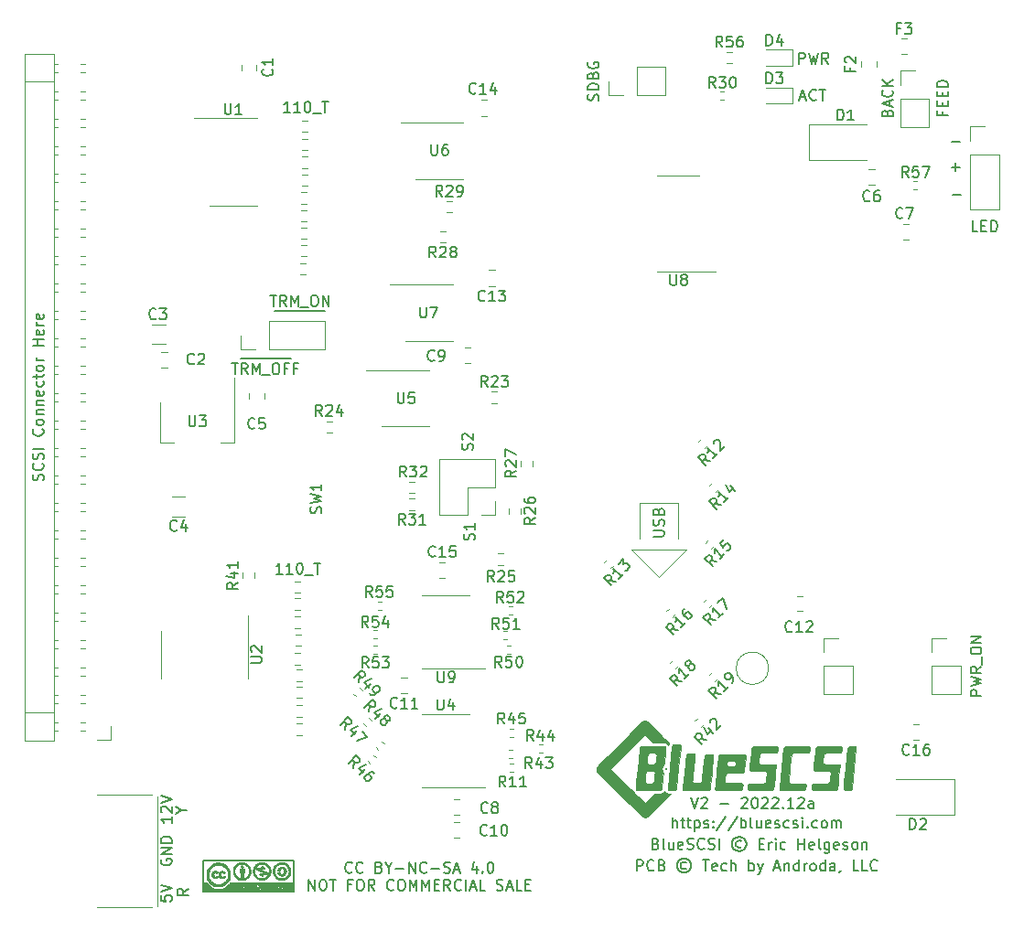
<source format=gbr>
%TF.GenerationSoftware,KiCad,Pcbnew,6.0.5-a6ca702e91~116~ubuntu21.10.1*%
%TF.CreationDate,2023-01-25T15:23:37-07:00*%
%TF.ProjectId,Desktop_50_Pin_TopConn,4465736b-746f-4705-9f35-305f50696e5f,rev?*%
%TF.SameCoordinates,Original*%
%TF.FileFunction,Legend,Top*%
%TF.FilePolarity,Positive*%
%FSLAX46Y46*%
G04 Gerber Fmt 4.6, Leading zero omitted, Abs format (unit mm)*
G04 Created by KiCad (PCBNEW 6.0.5-a6ca702e91~116~ubuntu21.10.1) date 2023-01-25 15:23:37*
%MOMM*%
%LPD*%
G01*
G04 APERTURE LIST*
%ADD10C,0.004000*%
%ADD11C,0.150000*%
%ADD12C,0.120000*%
%ADD13C,0.010000*%
G04 APERTURE END LIST*
D10*
G36*
X174134639Y-131333170D02*
G01*
X174319329Y-131333710D01*
X174455667Y-131334581D01*
X174550862Y-131335848D01*
X174612124Y-131337579D01*
X174632283Y-131338639D01*
X174646663Y-131339839D01*
X174656164Y-131341188D01*
X174661688Y-131342694D01*
X174674776Y-131348705D01*
X174687050Y-131355356D01*
X174698505Y-131362644D01*
X174709137Y-131370564D01*
X174718942Y-131379113D01*
X174727917Y-131388285D01*
X174736056Y-131398079D01*
X174743357Y-131408488D01*
X174749813Y-131419508D01*
X174755423Y-131431137D01*
X174760181Y-131443369D01*
X174764082Y-131456201D01*
X174767125Y-131469628D01*
X174769303Y-131483646D01*
X174770612Y-131498251D01*
X174771050Y-131513439D01*
X174770176Y-131544283D01*
X174767765Y-131581999D01*
X174764129Y-131623733D01*
X174759585Y-131666633D01*
X174754445Y-131707846D01*
X174749024Y-131744519D01*
X174743636Y-131773801D01*
X174741052Y-131784779D01*
X174738595Y-131792839D01*
X174734416Y-131803848D01*
X174729568Y-131814634D01*
X174724081Y-131825172D01*
X174717979Y-131835437D01*
X174711290Y-131845404D01*
X174704041Y-131855049D01*
X174696259Y-131864347D01*
X174687971Y-131873272D01*
X174679203Y-131881801D01*
X174669982Y-131889908D01*
X174660335Y-131897568D01*
X174650290Y-131904758D01*
X174639872Y-131911451D01*
X174629109Y-131917623D01*
X174618028Y-131923249D01*
X174606655Y-131928305D01*
X174593040Y-131933203D01*
X174574332Y-131936927D01*
X174542461Y-131939691D01*
X174489357Y-131941711D01*
X174287171Y-131944379D01*
X173903217Y-131946650D01*
X173236466Y-131950178D01*
X173203306Y-131966406D01*
X173194379Y-131971205D01*
X173185371Y-131976818D01*
X173176348Y-131983167D01*
X173167378Y-131990174D01*
X173158527Y-131997759D01*
X173149864Y-132005845D01*
X173141455Y-132014352D01*
X173133368Y-132023203D01*
X173125669Y-132032318D01*
X173118425Y-132041619D01*
X173111705Y-132051027D01*
X173105575Y-132060465D01*
X173100102Y-132069853D01*
X173095354Y-132079113D01*
X173091397Y-132088166D01*
X173088300Y-132096933D01*
X173041898Y-132494459D01*
X172951510Y-133335095D01*
X172823716Y-134596011D01*
X172823906Y-134605273D01*
X172824479Y-134614280D01*
X172825437Y-134623041D01*
X172826781Y-134631565D01*
X172828513Y-134639861D01*
X172830637Y-134647940D01*
X172833153Y-134655809D01*
X172836063Y-134663480D01*
X172839371Y-134670960D01*
X172843078Y-134678259D01*
X172847185Y-134685387D01*
X172851696Y-134692352D01*
X172856612Y-134699165D01*
X172861935Y-134705834D01*
X172867667Y-134712368D01*
X172873811Y-134718778D01*
X172889321Y-134734936D01*
X172896949Y-134741378D01*
X172906211Y-134746845D01*
X172918396Y-134751429D01*
X172934793Y-134755216D01*
X172985377Y-134760758D01*
X173068273Y-134764184D01*
X173193791Y-134766204D01*
X173613938Y-134768872D01*
X174280689Y-134772400D01*
X174317377Y-134791450D01*
X174328198Y-134797689D01*
X174338425Y-134804486D01*
X174348045Y-134811821D01*
X174357043Y-134819672D01*
X174365404Y-134828020D01*
X174373113Y-134836842D01*
X174380158Y-134846120D01*
X174386522Y-134855832D01*
X174392191Y-134865957D01*
X174397152Y-134876475D01*
X174401389Y-134887365D01*
X174404888Y-134898606D01*
X174407635Y-134910178D01*
X174409615Y-134922060D01*
X174410813Y-134934232D01*
X174411216Y-134946672D01*
X174410283Y-134975382D01*
X174407721Y-135012311D01*
X174403886Y-135054300D01*
X174399134Y-135098190D01*
X174393819Y-135140824D01*
X174388297Y-135179043D01*
X174382924Y-135209687D01*
X174380405Y-135221183D01*
X174378056Y-135229600D01*
X174374851Y-135238948D01*
X174371072Y-135248191D01*
X174366738Y-135257309D01*
X174361872Y-135266278D01*
X174356493Y-135275078D01*
X174350622Y-135283687D01*
X174344279Y-135292083D01*
X174337486Y-135300244D01*
X174330263Y-135308149D01*
X174322631Y-135315776D01*
X174314610Y-135323103D01*
X174306222Y-135330109D01*
X174297486Y-135336771D01*
X174288423Y-135343069D01*
X174279055Y-135348981D01*
X174269401Y-135354484D01*
X174224244Y-135379178D01*
X173177200Y-135381295D01*
X172794955Y-135382015D01*
X172642365Y-135382202D01*
X172512798Y-135382166D01*
X172404252Y-135381828D01*
X172314728Y-135381109D01*
X172276475Y-135380581D01*
X172242227Y-135379928D01*
X172211734Y-135379141D01*
X172184748Y-135378208D01*
X172161016Y-135377120D01*
X172140291Y-135375867D01*
X172122321Y-135374439D01*
X172106857Y-135372827D01*
X172093648Y-135371019D01*
X172082446Y-135369007D01*
X172077518Y-135367921D01*
X172072998Y-135366780D01*
X172068855Y-135365583D01*
X172065057Y-135364328D01*
X172061573Y-135363015D01*
X172058371Y-135361642D01*
X172055421Y-135360208D01*
X172052692Y-135358711D01*
X172047767Y-135355526D01*
X172043349Y-135352076D01*
X172039186Y-135348352D01*
X172035030Y-135344343D01*
X172025734Y-135335433D01*
X172019490Y-135329668D01*
X172013716Y-135324004D01*
X172008403Y-135318427D01*
X172003541Y-135312922D01*
X171999123Y-135307475D01*
X171995137Y-135302071D01*
X171991575Y-135296696D01*
X171988427Y-135291336D01*
X171985684Y-135285976D01*
X171983338Y-135280601D01*
X171981378Y-135275197D01*
X171979795Y-135269750D01*
X171978580Y-135264246D01*
X171977724Y-135258668D01*
X171977217Y-135253004D01*
X171977050Y-135247239D01*
X172369340Y-131509206D01*
X172370610Y-131502596D01*
X172372167Y-131496003D01*
X172376115Y-131482893D01*
X172381132Y-131469937D01*
X172387166Y-131457193D01*
X172394162Y-131444722D01*
X172402069Y-131432584D01*
X172410834Y-131420839D01*
X172420404Y-131409546D01*
X172430726Y-131398766D01*
X172441748Y-131388558D01*
X172453417Y-131378983D01*
X172465681Y-131370101D01*
X172478486Y-131361971D01*
X172491780Y-131354653D01*
X172505510Y-131348208D01*
X172519623Y-131342694D01*
X172537227Y-131340071D01*
X172578040Y-131337976D01*
X172749369Y-131335110D01*
X173591361Y-131332817D01*
X174134639Y-131333170D01*
G37*
X174134639Y-131333170D02*
X174319329Y-131333710D01*
X174455667Y-131334581D01*
X174550862Y-131335848D01*
X174612124Y-131337579D01*
X174632283Y-131338639D01*
X174646663Y-131339839D01*
X174656164Y-131341188D01*
X174661688Y-131342694D01*
X174674776Y-131348705D01*
X174687050Y-131355356D01*
X174698505Y-131362644D01*
X174709137Y-131370564D01*
X174718942Y-131379113D01*
X174727917Y-131388285D01*
X174736056Y-131398079D01*
X174743357Y-131408488D01*
X174749813Y-131419508D01*
X174755423Y-131431137D01*
X174760181Y-131443369D01*
X174764082Y-131456201D01*
X174767125Y-131469628D01*
X174769303Y-131483646D01*
X174770612Y-131498251D01*
X174771050Y-131513439D01*
X174770176Y-131544283D01*
X174767765Y-131581999D01*
X174764129Y-131623733D01*
X174759585Y-131666633D01*
X174754445Y-131707846D01*
X174749024Y-131744519D01*
X174743636Y-131773801D01*
X174741052Y-131784779D01*
X174738595Y-131792839D01*
X174734416Y-131803848D01*
X174729568Y-131814634D01*
X174724081Y-131825172D01*
X174717979Y-131835437D01*
X174711290Y-131845404D01*
X174704041Y-131855049D01*
X174696259Y-131864347D01*
X174687971Y-131873272D01*
X174679203Y-131881801D01*
X174669982Y-131889908D01*
X174660335Y-131897568D01*
X174650290Y-131904758D01*
X174639872Y-131911451D01*
X174629109Y-131917623D01*
X174618028Y-131923249D01*
X174606655Y-131928305D01*
X174593040Y-131933203D01*
X174574332Y-131936927D01*
X174542461Y-131939691D01*
X174489357Y-131941711D01*
X174287171Y-131944379D01*
X173903217Y-131946650D01*
X173236466Y-131950178D01*
X173203306Y-131966406D01*
X173194379Y-131971205D01*
X173185371Y-131976818D01*
X173176348Y-131983167D01*
X173167378Y-131990174D01*
X173158527Y-131997759D01*
X173149864Y-132005845D01*
X173141455Y-132014352D01*
X173133368Y-132023203D01*
X173125669Y-132032318D01*
X173118425Y-132041619D01*
X173111705Y-132051027D01*
X173105575Y-132060465D01*
X173100102Y-132069853D01*
X173095354Y-132079113D01*
X173091397Y-132088166D01*
X173088300Y-132096933D01*
X173041898Y-132494459D01*
X172951510Y-133335095D01*
X172823716Y-134596011D01*
X172823906Y-134605273D01*
X172824479Y-134614280D01*
X172825437Y-134623041D01*
X172826781Y-134631565D01*
X172828513Y-134639861D01*
X172830637Y-134647940D01*
X172833153Y-134655809D01*
X172836063Y-134663480D01*
X172839371Y-134670960D01*
X172843078Y-134678259D01*
X172847185Y-134685387D01*
X172851696Y-134692352D01*
X172856612Y-134699165D01*
X172861935Y-134705834D01*
X172867667Y-134712368D01*
X172873811Y-134718778D01*
X172889321Y-134734936D01*
X172896949Y-134741378D01*
X172906211Y-134746845D01*
X172918396Y-134751429D01*
X172934793Y-134755216D01*
X172985377Y-134760758D01*
X173068273Y-134764184D01*
X173193791Y-134766204D01*
X173613938Y-134768872D01*
X174280689Y-134772400D01*
X174317377Y-134791450D01*
X174328198Y-134797689D01*
X174338425Y-134804486D01*
X174348045Y-134811821D01*
X174357043Y-134819672D01*
X174365404Y-134828020D01*
X174373113Y-134836842D01*
X174380158Y-134846120D01*
X174386522Y-134855832D01*
X174392191Y-134865957D01*
X174397152Y-134876475D01*
X174401389Y-134887365D01*
X174404888Y-134898606D01*
X174407635Y-134910178D01*
X174409615Y-134922060D01*
X174410813Y-134934232D01*
X174411216Y-134946672D01*
X174410283Y-134975382D01*
X174407721Y-135012311D01*
X174403886Y-135054300D01*
X174399134Y-135098190D01*
X174393819Y-135140824D01*
X174388297Y-135179043D01*
X174382924Y-135209687D01*
X174380405Y-135221183D01*
X174378056Y-135229600D01*
X174374851Y-135238948D01*
X174371072Y-135248191D01*
X174366738Y-135257309D01*
X174361872Y-135266278D01*
X174356493Y-135275078D01*
X174350622Y-135283687D01*
X174344279Y-135292083D01*
X174337486Y-135300244D01*
X174330263Y-135308149D01*
X174322631Y-135315776D01*
X174314610Y-135323103D01*
X174306222Y-135330109D01*
X174297486Y-135336771D01*
X174288423Y-135343069D01*
X174279055Y-135348981D01*
X174269401Y-135354484D01*
X174224244Y-135379178D01*
X173177200Y-135381295D01*
X172794955Y-135382015D01*
X172642365Y-135382202D01*
X172512798Y-135382166D01*
X172404252Y-135381828D01*
X172314728Y-135381109D01*
X172276475Y-135380581D01*
X172242227Y-135379928D01*
X172211734Y-135379141D01*
X172184748Y-135378208D01*
X172161016Y-135377120D01*
X172140291Y-135375867D01*
X172122321Y-135374439D01*
X172106857Y-135372827D01*
X172093648Y-135371019D01*
X172082446Y-135369007D01*
X172077518Y-135367921D01*
X172072998Y-135366780D01*
X172068855Y-135365583D01*
X172065057Y-135364328D01*
X172061573Y-135363015D01*
X172058371Y-135361642D01*
X172055421Y-135360208D01*
X172052692Y-135358711D01*
X172047767Y-135355526D01*
X172043349Y-135352076D01*
X172039186Y-135348352D01*
X172035030Y-135344343D01*
X172025734Y-135335433D01*
X172019490Y-135329668D01*
X172013716Y-135324004D01*
X172008403Y-135318427D01*
X172003541Y-135312922D01*
X171999123Y-135307475D01*
X171995137Y-135302071D01*
X171991575Y-135296696D01*
X171988427Y-135291336D01*
X171985684Y-135285976D01*
X171983338Y-135280601D01*
X171981378Y-135275197D01*
X171979795Y-135269750D01*
X171978580Y-135264246D01*
X171977724Y-135258668D01*
X171977217Y-135253004D01*
X171977050Y-135247239D01*
X172369340Y-131509206D01*
X172370610Y-131502596D01*
X172372167Y-131496003D01*
X172376115Y-131482893D01*
X172381132Y-131469937D01*
X172387166Y-131457193D01*
X172394162Y-131444722D01*
X172402069Y-131432584D01*
X172410834Y-131420839D01*
X172420404Y-131409546D01*
X172430726Y-131398766D01*
X172441748Y-131388558D01*
X172453417Y-131378983D01*
X172465681Y-131370101D01*
X172478486Y-131361971D01*
X172491780Y-131354653D01*
X172505510Y-131348208D01*
X172519623Y-131342694D01*
X172537227Y-131340071D01*
X172578040Y-131337976D01*
X172749369Y-131335110D01*
X173591361Y-131332817D01*
X174134639Y-131333170D01*
G36*
X178818911Y-131326323D02*
G01*
X178841645Y-131326507D01*
X178861013Y-131326826D01*
X178877388Y-131327305D01*
X178884570Y-131327611D01*
X178891143Y-131327966D01*
X178897153Y-131328373D01*
X178902648Y-131328834D01*
X178907673Y-131329353D01*
X178912276Y-131329932D01*
X178916503Y-131330576D01*
X178920400Y-131331285D01*
X178924013Y-131332064D01*
X178927390Y-131332916D01*
X178930577Y-131333843D01*
X178933620Y-131334848D01*
X178936566Y-131335935D01*
X178939461Y-131337107D01*
X178945286Y-131339714D01*
X178951466Y-131342694D01*
X178962839Y-131348600D01*
X178973660Y-131355179D01*
X178983903Y-131362396D01*
X178993547Y-131370211D01*
X179002565Y-131378589D01*
X179010936Y-131387492D01*
X179018635Y-131396882D01*
X179025639Y-131406724D01*
X179031923Y-131416978D01*
X179037463Y-131427609D01*
X179042237Y-131438579D01*
X179046220Y-131449851D01*
X179049389Y-131461387D01*
X179051720Y-131473150D01*
X179053188Y-131485104D01*
X179053771Y-131497211D01*
X178668539Y-135188678D01*
X178667277Y-135196002D01*
X178665744Y-135203287D01*
X178661887Y-135217705D01*
X178657015Y-135231875D01*
X178651175Y-135245740D01*
X178644413Y-135259240D01*
X178636776Y-135272319D01*
X178628310Y-135284919D01*
X178619061Y-135296981D01*
X178609077Y-135308447D01*
X178598403Y-135319261D01*
X178587087Y-135329363D01*
X178575174Y-135338697D01*
X178562711Y-135347203D01*
X178549745Y-135354825D01*
X178536322Y-135361504D01*
X178529454Y-135364473D01*
X178522489Y-135367183D01*
X178508689Y-135372104D01*
X178494641Y-135375860D01*
X178477716Y-135378606D01*
X178455284Y-135380501D01*
X178424716Y-135381701D01*
X178383383Y-135382364D01*
X178257904Y-135382706D01*
X178184791Y-135382644D01*
X178154965Y-135382534D01*
X178129141Y-135382342D01*
X178106955Y-135382047D01*
X178088043Y-135381627D01*
X178072041Y-135381060D01*
X178065018Y-135380715D01*
X178058586Y-135380324D01*
X178052700Y-135379887D01*
X178047314Y-135379399D01*
X178042382Y-135378858D01*
X178037860Y-135378261D01*
X178033702Y-135377607D01*
X178029862Y-135376891D01*
X178026295Y-135376111D01*
X178022955Y-135375264D01*
X178019798Y-135374349D01*
X178016776Y-135373361D01*
X178013846Y-135372299D01*
X178010961Y-135371159D01*
X178005145Y-135368637D01*
X177998966Y-135365772D01*
X177986051Y-135359173D01*
X177974023Y-135352070D01*
X177962877Y-135344457D01*
X177952610Y-135336326D01*
X177943214Y-135327670D01*
X177934686Y-135318482D01*
X177927019Y-135308755D01*
X177920209Y-135298480D01*
X177914251Y-135287652D01*
X177909140Y-135276262D01*
X177904869Y-135264304D01*
X177901435Y-135251770D01*
X177898832Y-135238654D01*
X177897054Y-135224947D01*
X177896097Y-135210643D01*
X177895956Y-135195734D01*
X177952929Y-134622734D01*
X178089279Y-133314722D01*
X178282599Y-131483100D01*
X178303060Y-131445706D01*
X178308058Y-131437169D01*
X178313507Y-131428774D01*
X178319381Y-131420546D01*
X178325650Y-131412511D01*
X178332286Y-131404696D01*
X178339263Y-131397126D01*
X178346552Y-131389826D01*
X178354126Y-131382823D01*
X178361955Y-131376142D01*
X178370013Y-131369810D01*
X178378272Y-131363852D01*
X178386703Y-131358294D01*
X178395279Y-131353162D01*
X178403972Y-131348481D01*
X178412753Y-131344278D01*
X178421596Y-131340578D01*
X178433862Y-131336325D01*
X178447369Y-131333015D01*
X178464482Y-131330532D01*
X178487564Y-131328760D01*
X178518980Y-131327583D01*
X178561096Y-131326886D01*
X178686884Y-131326467D01*
X178761860Y-131326267D01*
X178792440Y-131326251D01*
X178818911Y-131326323D01*
G37*
X178818911Y-131326323D02*
X178841645Y-131326507D01*
X178861013Y-131326826D01*
X178877388Y-131327305D01*
X178884570Y-131327611D01*
X178891143Y-131327966D01*
X178897153Y-131328373D01*
X178902648Y-131328834D01*
X178907673Y-131329353D01*
X178912276Y-131329932D01*
X178916503Y-131330576D01*
X178920400Y-131331285D01*
X178924013Y-131332064D01*
X178927390Y-131332916D01*
X178930577Y-131333843D01*
X178933620Y-131334848D01*
X178936566Y-131335935D01*
X178939461Y-131337107D01*
X178945286Y-131339714D01*
X178951466Y-131342694D01*
X178962839Y-131348600D01*
X178973660Y-131355179D01*
X178983903Y-131362396D01*
X178993547Y-131370211D01*
X179002565Y-131378589D01*
X179010936Y-131387492D01*
X179018635Y-131396882D01*
X179025639Y-131406724D01*
X179031923Y-131416978D01*
X179037463Y-131427609D01*
X179042237Y-131438579D01*
X179046220Y-131449851D01*
X179049389Y-131461387D01*
X179051720Y-131473150D01*
X179053188Y-131485104D01*
X179053771Y-131497211D01*
X178668539Y-135188678D01*
X178667277Y-135196002D01*
X178665744Y-135203287D01*
X178661887Y-135217705D01*
X178657015Y-135231875D01*
X178651175Y-135245740D01*
X178644413Y-135259240D01*
X178636776Y-135272319D01*
X178628310Y-135284919D01*
X178619061Y-135296981D01*
X178609077Y-135308447D01*
X178598403Y-135319261D01*
X178587087Y-135329363D01*
X178575174Y-135338697D01*
X178562711Y-135347203D01*
X178549745Y-135354825D01*
X178536322Y-135361504D01*
X178529454Y-135364473D01*
X178522489Y-135367183D01*
X178508689Y-135372104D01*
X178494641Y-135375860D01*
X178477716Y-135378606D01*
X178455284Y-135380501D01*
X178424716Y-135381701D01*
X178383383Y-135382364D01*
X178257904Y-135382706D01*
X178184791Y-135382644D01*
X178154965Y-135382534D01*
X178129141Y-135382342D01*
X178106955Y-135382047D01*
X178088043Y-135381627D01*
X178072041Y-135381060D01*
X178065018Y-135380715D01*
X178058586Y-135380324D01*
X178052700Y-135379887D01*
X178047314Y-135379399D01*
X178042382Y-135378858D01*
X178037860Y-135378261D01*
X178033702Y-135377607D01*
X178029862Y-135376891D01*
X178026295Y-135376111D01*
X178022955Y-135375264D01*
X178019798Y-135374349D01*
X178016776Y-135373361D01*
X178013846Y-135372299D01*
X178010961Y-135371159D01*
X178005145Y-135368637D01*
X177998966Y-135365772D01*
X177986051Y-135359173D01*
X177974023Y-135352070D01*
X177962877Y-135344457D01*
X177952610Y-135336326D01*
X177943214Y-135327670D01*
X177934686Y-135318482D01*
X177927019Y-135308755D01*
X177920209Y-135298480D01*
X177914251Y-135287652D01*
X177909140Y-135276262D01*
X177904869Y-135264304D01*
X177901435Y-135251770D01*
X177898832Y-135238654D01*
X177897054Y-135224947D01*
X177896097Y-135210643D01*
X177895956Y-135195734D01*
X177952929Y-134622734D01*
X178089279Y-133314722D01*
X178282599Y-131483100D01*
X178303060Y-131445706D01*
X178308058Y-131437169D01*
X178313507Y-131428774D01*
X178319381Y-131420546D01*
X178325650Y-131412511D01*
X178332286Y-131404696D01*
X178339263Y-131397126D01*
X178346552Y-131389826D01*
X178354126Y-131382823D01*
X178361955Y-131376142D01*
X178370013Y-131369810D01*
X178378272Y-131363852D01*
X178386703Y-131358294D01*
X178395279Y-131353162D01*
X178403972Y-131348481D01*
X178412753Y-131344278D01*
X178421596Y-131340578D01*
X178433862Y-131336325D01*
X178447369Y-131333015D01*
X178464482Y-131330532D01*
X178487564Y-131328760D01*
X178518980Y-131327583D01*
X178561096Y-131326886D01*
X178686884Y-131326467D01*
X178761860Y-131326267D01*
X178792440Y-131326251D01*
X178818911Y-131326323D01*
G36*
X166286280Y-132623418D02*
G01*
X166305706Y-132447771D01*
X166319675Y-132329207D01*
X166325040Y-132287616D01*
X166329552Y-132255838D01*
X166333381Y-132232385D01*
X166336699Y-132215773D01*
X166339676Y-132204514D01*
X166342483Y-132197122D01*
X166346790Y-132188483D01*
X166351502Y-132180036D01*
X166356614Y-132171789D01*
X166362117Y-132163752D01*
X166368005Y-132155933D01*
X166374270Y-132148344D01*
X166380905Y-132140992D01*
X166387903Y-132133887D01*
X166395257Y-132127038D01*
X166402958Y-132120455D01*
X166411001Y-132114147D01*
X166419378Y-132108123D01*
X166428081Y-132102392D01*
X166437104Y-132096965D01*
X166446438Y-132091849D01*
X166456078Y-132087055D01*
X166498411Y-132066595D01*
X168713855Y-132066595D01*
X168749838Y-132083528D01*
X168761560Y-132089435D01*
X168772638Y-132096028D01*
X168783056Y-132103280D01*
X168792800Y-132111166D01*
X168801853Y-132119659D01*
X168810201Y-132128734D01*
X168817826Y-132138366D01*
X168824715Y-132148527D01*
X168830852Y-132159193D01*
X168836221Y-132170337D01*
X168840806Y-132181934D01*
X168844592Y-132193958D01*
X168847564Y-132206383D01*
X168849706Y-132219183D01*
X168851002Y-132232333D01*
X168851438Y-132245805D01*
X168846984Y-132301159D01*
X168834858Y-132427222D01*
X168794994Y-132816600D01*
X168723733Y-133491817D01*
X168719323Y-133532859D01*
X168715443Y-133565889D01*
X168713618Y-133579831D01*
X168711827Y-133592288D01*
X168710035Y-133603433D01*
X168708211Y-133613437D01*
X168706320Y-133622474D01*
X168704330Y-133630716D01*
X168702208Y-133638336D01*
X168699921Y-133645507D01*
X168697435Y-133652400D01*
X168694717Y-133659189D01*
X168691735Y-133666046D01*
X168688456Y-133673145D01*
X168683855Y-133682318D01*
X168679034Y-133691065D01*
X168673971Y-133699407D01*
X168668645Y-133707364D01*
X168663033Y-133714958D01*
X168657115Y-133722208D01*
X168650868Y-133729136D01*
X168644270Y-133735763D01*
X168637300Y-133742108D01*
X168629937Y-133748193D01*
X168622158Y-133754037D01*
X168613942Y-133759663D01*
X168605267Y-133765091D01*
X168596112Y-133770340D01*
X168586454Y-133775433D01*
X168576272Y-133780389D01*
X168537466Y-133798734D01*
X167828383Y-133802261D01*
X167119299Y-133805789D01*
X167086139Y-133821311D01*
X167082581Y-133823035D01*
X167078809Y-133825018D01*
X167074857Y-133827236D01*
X167070760Y-133829668D01*
X167066551Y-133832289D01*
X167062264Y-133835078D01*
X167057934Y-133838011D01*
X167053595Y-133841067D01*
X167049280Y-133844221D01*
X167045025Y-133847452D01*
X167040862Y-133850737D01*
X167036827Y-133854053D01*
X167032953Y-133857377D01*
X167029274Y-133860687D01*
X167025825Y-133863960D01*
X167022639Y-133867172D01*
X167003442Y-133887078D01*
X166995513Y-133896539D01*
X166988519Y-133906430D01*
X166982322Y-133917316D01*
X166976787Y-133929767D01*
X166971780Y-133944348D01*
X166967164Y-133961628D01*
X166962805Y-133982174D01*
X166958567Y-134006554D01*
X166949911Y-134069082D01*
X166940115Y-134153753D01*
X166928095Y-134265106D01*
X166918671Y-134353744D01*
X166911448Y-134424407D01*
X166906241Y-134479492D01*
X166904338Y-134501943D01*
X166902871Y-134521399D01*
X166901817Y-134538159D01*
X166901154Y-134552523D01*
X166900858Y-134564791D01*
X166900908Y-134575263D01*
X166901281Y-134584239D01*
X166901953Y-134592017D01*
X166902902Y-134598899D01*
X166904105Y-134605183D01*
X166906352Y-134614117D01*
X166909110Y-134622913D01*
X166912365Y-134631547D01*
X166916100Y-134639998D01*
X166920297Y-134648242D01*
X166924942Y-134656256D01*
X166930016Y-134664018D01*
X166935503Y-134671506D01*
X166941387Y-134678695D01*
X166947652Y-134685564D01*
X166954280Y-134692090D01*
X166961256Y-134698250D01*
X166968562Y-134704022D01*
X166976183Y-134709382D01*
X166984101Y-134714308D01*
X166992300Y-134718778D01*
X167026871Y-134737122D01*
X167736660Y-134740650D01*
X168445744Y-134744178D01*
X168474672Y-134759700D01*
X168481685Y-134763686D01*
X168488673Y-134768201D01*
X168495595Y-134773199D01*
X168502409Y-134778629D01*
X168509075Y-134784444D01*
X168515550Y-134790594D01*
X168521794Y-134797032D01*
X168527765Y-134803709D01*
X168533422Y-134810576D01*
X168538723Y-134817585D01*
X168543628Y-134824686D01*
X168548094Y-134831832D01*
X168552080Y-134838974D01*
X168555546Y-134846063D01*
X168558450Y-134853051D01*
X168560750Y-134859889D01*
X168562841Y-134867225D01*
X168564616Y-134875020D01*
X168566073Y-134883385D01*
X168567210Y-134892433D01*
X168568514Y-134913021D01*
X168568511Y-134937677D01*
X168567185Y-134967293D01*
X168564520Y-135002764D01*
X168560499Y-135044982D01*
X168555105Y-135094839D01*
X168551080Y-135129355D01*
X168547377Y-135158240D01*
X168545602Y-135170796D01*
X168543856Y-135182214D01*
X168542120Y-135192584D01*
X168540376Y-135201995D01*
X168538608Y-135210539D01*
X168536798Y-135218304D01*
X168534927Y-135225381D01*
X168532979Y-135231860D01*
X168530936Y-135237830D01*
X168528780Y-135243382D01*
X168526494Y-135248605D01*
X168524060Y-135253589D01*
X168519755Y-135261622D01*
X168515055Y-135269569D01*
X168509976Y-135277408D01*
X168504537Y-135285118D01*
X168498754Y-135292680D01*
X168492646Y-135300073D01*
X168486229Y-135307275D01*
X168479523Y-135314267D01*
X168472543Y-135321027D01*
X168465308Y-135327534D01*
X168457835Y-135333769D01*
X168450143Y-135339711D01*
X168442248Y-135345338D01*
X168434167Y-135350630D01*
X168425920Y-135355567D01*
X168417522Y-135360128D01*
X168382244Y-135379178D01*
X166144928Y-135379178D01*
X166110355Y-135360834D01*
X166102745Y-135356723D01*
X166095278Y-135352087D01*
X166087983Y-135346966D01*
X166080888Y-135341398D01*
X166074019Y-135335420D01*
X166067406Y-135329071D01*
X166061076Y-135322390D01*
X166055058Y-135315413D01*
X166049378Y-135308181D01*
X166044065Y-135300730D01*
X166039147Y-135293100D01*
X166034651Y-135285328D01*
X166030607Y-135277453D01*
X166027040Y-135269512D01*
X166023981Y-135261545D01*
X166021455Y-135253589D01*
X166016219Y-135229920D01*
X166028246Y-135080640D01*
X166181616Y-133611762D01*
X166247004Y-132991610D01*
X167066855Y-132991610D01*
X167066987Y-132998289D01*
X167067296Y-133004418D01*
X167067794Y-133010099D01*
X167068491Y-133015432D01*
X167069396Y-133020519D01*
X167070520Y-133025462D01*
X167071873Y-133030361D01*
X167073467Y-133035318D01*
X167075310Y-133040435D01*
X167077414Y-133045812D01*
X167079789Y-133051550D01*
X167083282Y-133059269D01*
X167086901Y-133066569D01*
X167090670Y-133073479D01*
X167094616Y-133080026D01*
X167098765Y-133086238D01*
X167103142Y-133092143D01*
X167107774Y-133097769D01*
X167112685Y-133103144D01*
X167117903Y-133108295D01*
X167123452Y-133113252D01*
X167129359Y-133118041D01*
X167135649Y-133122690D01*
X167142349Y-133127228D01*
X167149483Y-133131682D01*
X167157079Y-133136080D01*
X167165161Y-133140450D01*
X167196911Y-133156678D01*
X167789578Y-133156678D01*
X167828383Y-133138333D01*
X167844633Y-133130227D01*
X167859793Y-133121502D01*
X167873880Y-133112136D01*
X167886911Y-133102107D01*
X167898905Y-133091392D01*
X167909879Y-133079968D01*
X167919851Y-133067812D01*
X167928837Y-133054901D01*
X167936856Y-133041214D01*
X167943925Y-133026726D01*
X167950062Y-133011416D01*
X167955284Y-132995260D01*
X167959610Y-132978236D01*
X167963055Y-132960321D01*
X167965639Y-132941493D01*
X167967378Y-132921728D01*
X167968461Y-132903654D01*
X167968814Y-132895652D01*
X167969032Y-132888258D01*
X167969109Y-132881410D01*
X167969040Y-132875045D01*
X167968817Y-132869103D01*
X167968436Y-132863520D01*
X167967889Y-132858234D01*
X167967171Y-132853184D01*
X167966275Y-132848308D01*
X167965195Y-132843543D01*
X167963924Y-132838829D01*
X167962458Y-132834101D01*
X167960789Y-132829299D01*
X167958911Y-132824361D01*
X167955556Y-132816136D01*
X167951845Y-132808136D01*
X167947786Y-132800372D01*
X167943389Y-132792854D01*
X167938661Y-132785592D01*
X167933610Y-132778596D01*
X167928245Y-132771878D01*
X167922575Y-132765447D01*
X167916606Y-132759314D01*
X167910349Y-132753488D01*
X167903810Y-132747982D01*
X167896998Y-132742803D01*
X167889922Y-132737964D01*
X167882590Y-132733474D01*
X167875009Y-132729344D01*
X167867189Y-132725583D01*
X167854943Y-132719994D01*
X167842119Y-132715794D01*
X167824896Y-132712784D01*
X167799455Y-132710767D01*
X167761975Y-132709543D01*
X167708637Y-132708915D01*
X167539105Y-132708650D01*
X167246300Y-132708650D01*
X167203966Y-132729111D01*
X167199499Y-132731356D01*
X167194855Y-132733841D01*
X167190070Y-132736540D01*
X167185181Y-132739430D01*
X167180226Y-132742485D01*
X167175243Y-132745681D01*
X167170267Y-132748992D01*
X167165337Y-132752395D01*
X167160490Y-132755863D01*
X167155763Y-132759373D01*
X167151192Y-132762899D01*
X167146816Y-132766417D01*
X167142672Y-132769902D01*
X167138796Y-132773330D01*
X167135226Y-132776674D01*
X167132000Y-132779911D01*
X167124248Y-132788331D01*
X167117117Y-132796702D01*
X167110581Y-132805093D01*
X167104616Y-132813568D01*
X167099196Y-132822197D01*
X167094297Y-132831046D01*
X167089894Y-132840182D01*
X167085962Y-132849673D01*
X167082477Y-132859586D01*
X167079414Y-132869987D01*
X167076748Y-132880944D01*
X167074453Y-132892525D01*
X167072506Y-132904796D01*
X167070881Y-132917824D01*
X167069554Y-132931677D01*
X167068500Y-132946422D01*
X167067422Y-132967261D01*
X167067083Y-132976197D01*
X167066890Y-132984280D01*
X167066855Y-132991610D01*
X166247004Y-132991610D01*
X166260033Y-132868040D01*
X166286280Y-132623418D01*
G37*
X166286280Y-132623418D02*
X166305706Y-132447771D01*
X166319675Y-132329207D01*
X166325040Y-132287616D01*
X166329552Y-132255838D01*
X166333381Y-132232385D01*
X166336699Y-132215773D01*
X166339676Y-132204514D01*
X166342483Y-132197122D01*
X166346790Y-132188483D01*
X166351502Y-132180036D01*
X166356614Y-132171789D01*
X166362117Y-132163752D01*
X166368005Y-132155933D01*
X166374270Y-132148344D01*
X166380905Y-132140992D01*
X166387903Y-132133887D01*
X166395257Y-132127038D01*
X166402958Y-132120455D01*
X166411001Y-132114147D01*
X166419378Y-132108123D01*
X166428081Y-132102392D01*
X166437104Y-132096965D01*
X166446438Y-132091849D01*
X166456078Y-132087055D01*
X166498411Y-132066595D01*
X168713855Y-132066595D01*
X168749838Y-132083528D01*
X168761560Y-132089435D01*
X168772638Y-132096028D01*
X168783056Y-132103280D01*
X168792800Y-132111166D01*
X168801853Y-132119659D01*
X168810201Y-132128734D01*
X168817826Y-132138366D01*
X168824715Y-132148527D01*
X168830852Y-132159193D01*
X168836221Y-132170337D01*
X168840806Y-132181934D01*
X168844592Y-132193958D01*
X168847564Y-132206383D01*
X168849706Y-132219183D01*
X168851002Y-132232333D01*
X168851438Y-132245805D01*
X168846984Y-132301159D01*
X168834858Y-132427222D01*
X168794994Y-132816600D01*
X168723733Y-133491817D01*
X168719323Y-133532859D01*
X168715443Y-133565889D01*
X168713618Y-133579831D01*
X168711827Y-133592288D01*
X168710035Y-133603433D01*
X168708211Y-133613437D01*
X168706320Y-133622474D01*
X168704330Y-133630716D01*
X168702208Y-133638336D01*
X168699921Y-133645507D01*
X168697435Y-133652400D01*
X168694717Y-133659189D01*
X168691735Y-133666046D01*
X168688456Y-133673145D01*
X168683855Y-133682318D01*
X168679034Y-133691065D01*
X168673971Y-133699407D01*
X168668645Y-133707364D01*
X168663033Y-133714958D01*
X168657115Y-133722208D01*
X168650868Y-133729136D01*
X168644270Y-133735763D01*
X168637300Y-133742108D01*
X168629937Y-133748193D01*
X168622158Y-133754037D01*
X168613942Y-133759663D01*
X168605267Y-133765091D01*
X168596112Y-133770340D01*
X168586454Y-133775433D01*
X168576272Y-133780389D01*
X168537466Y-133798734D01*
X167828383Y-133802261D01*
X167119299Y-133805789D01*
X167086139Y-133821311D01*
X167082581Y-133823035D01*
X167078809Y-133825018D01*
X167074857Y-133827236D01*
X167070760Y-133829668D01*
X167066551Y-133832289D01*
X167062264Y-133835078D01*
X167057934Y-133838011D01*
X167053595Y-133841067D01*
X167049280Y-133844221D01*
X167045025Y-133847452D01*
X167040862Y-133850737D01*
X167036827Y-133854053D01*
X167032953Y-133857377D01*
X167029274Y-133860687D01*
X167025825Y-133863960D01*
X167022639Y-133867172D01*
X167003442Y-133887078D01*
X166995513Y-133896539D01*
X166988519Y-133906430D01*
X166982322Y-133917316D01*
X166976787Y-133929767D01*
X166971780Y-133944348D01*
X166967164Y-133961628D01*
X166962805Y-133982174D01*
X166958567Y-134006554D01*
X166949911Y-134069082D01*
X166940115Y-134153753D01*
X166928095Y-134265106D01*
X166918671Y-134353744D01*
X166911448Y-134424407D01*
X166906241Y-134479492D01*
X166904338Y-134501943D01*
X166902871Y-134521399D01*
X166901817Y-134538159D01*
X166901154Y-134552523D01*
X166900858Y-134564791D01*
X166900908Y-134575263D01*
X166901281Y-134584239D01*
X166901953Y-134592017D01*
X166902902Y-134598899D01*
X166904105Y-134605183D01*
X166906352Y-134614117D01*
X166909110Y-134622913D01*
X166912365Y-134631547D01*
X166916100Y-134639998D01*
X166920297Y-134648242D01*
X166924942Y-134656256D01*
X166930016Y-134664018D01*
X166935503Y-134671506D01*
X166941387Y-134678695D01*
X166947652Y-134685564D01*
X166954280Y-134692090D01*
X166961256Y-134698250D01*
X166968562Y-134704022D01*
X166976183Y-134709382D01*
X166984101Y-134714308D01*
X166992300Y-134718778D01*
X167026871Y-134737122D01*
X167736660Y-134740650D01*
X168445744Y-134744178D01*
X168474672Y-134759700D01*
X168481685Y-134763686D01*
X168488673Y-134768201D01*
X168495595Y-134773199D01*
X168502409Y-134778629D01*
X168509075Y-134784444D01*
X168515550Y-134790594D01*
X168521794Y-134797032D01*
X168527765Y-134803709D01*
X168533422Y-134810576D01*
X168538723Y-134817585D01*
X168543628Y-134824686D01*
X168548094Y-134831832D01*
X168552080Y-134838974D01*
X168555546Y-134846063D01*
X168558450Y-134853051D01*
X168560750Y-134859889D01*
X168562841Y-134867225D01*
X168564616Y-134875020D01*
X168566073Y-134883385D01*
X168567210Y-134892433D01*
X168568514Y-134913021D01*
X168568511Y-134937677D01*
X168567185Y-134967293D01*
X168564520Y-135002764D01*
X168560499Y-135044982D01*
X168555105Y-135094839D01*
X168551080Y-135129355D01*
X168547377Y-135158240D01*
X168545602Y-135170796D01*
X168543856Y-135182214D01*
X168542120Y-135192584D01*
X168540376Y-135201995D01*
X168538608Y-135210539D01*
X168536798Y-135218304D01*
X168534927Y-135225381D01*
X168532979Y-135231860D01*
X168530936Y-135237830D01*
X168528780Y-135243382D01*
X168526494Y-135248605D01*
X168524060Y-135253589D01*
X168519755Y-135261622D01*
X168515055Y-135269569D01*
X168509976Y-135277408D01*
X168504537Y-135285118D01*
X168498754Y-135292680D01*
X168492646Y-135300073D01*
X168486229Y-135307275D01*
X168479523Y-135314267D01*
X168472543Y-135321027D01*
X168465308Y-135327534D01*
X168457835Y-135333769D01*
X168450143Y-135339711D01*
X168442248Y-135345338D01*
X168434167Y-135350630D01*
X168425920Y-135355567D01*
X168417522Y-135360128D01*
X168382244Y-135379178D01*
X166144928Y-135379178D01*
X166110355Y-135360834D01*
X166102745Y-135356723D01*
X166095278Y-135352087D01*
X166087983Y-135346966D01*
X166080888Y-135341398D01*
X166074019Y-135335420D01*
X166067406Y-135329071D01*
X166061076Y-135322390D01*
X166055058Y-135315413D01*
X166049378Y-135308181D01*
X166044065Y-135300730D01*
X166039147Y-135293100D01*
X166034651Y-135285328D01*
X166030607Y-135277453D01*
X166027040Y-135269512D01*
X166023981Y-135261545D01*
X166021455Y-135253589D01*
X166016219Y-135229920D01*
X166028246Y-135080640D01*
X166181616Y-133611762D01*
X166247004Y-132991610D01*
X167066855Y-132991610D01*
X167066987Y-132998289D01*
X167067296Y-133004418D01*
X167067794Y-133010099D01*
X167068491Y-133015432D01*
X167069396Y-133020519D01*
X167070520Y-133025462D01*
X167071873Y-133030361D01*
X167073467Y-133035318D01*
X167075310Y-133040435D01*
X167077414Y-133045812D01*
X167079789Y-133051550D01*
X167083282Y-133059269D01*
X167086901Y-133066569D01*
X167090670Y-133073479D01*
X167094616Y-133080026D01*
X167098765Y-133086238D01*
X167103142Y-133092143D01*
X167107774Y-133097769D01*
X167112685Y-133103144D01*
X167117903Y-133108295D01*
X167123452Y-133113252D01*
X167129359Y-133118041D01*
X167135649Y-133122690D01*
X167142349Y-133127228D01*
X167149483Y-133131682D01*
X167157079Y-133136080D01*
X167165161Y-133140450D01*
X167196911Y-133156678D01*
X167789578Y-133156678D01*
X167828383Y-133138333D01*
X167844633Y-133130227D01*
X167859793Y-133121502D01*
X167873880Y-133112136D01*
X167886911Y-133102107D01*
X167898905Y-133091392D01*
X167909879Y-133079968D01*
X167919851Y-133067812D01*
X167928837Y-133054901D01*
X167936856Y-133041214D01*
X167943925Y-133026726D01*
X167950062Y-133011416D01*
X167955284Y-132995260D01*
X167959610Y-132978236D01*
X167963055Y-132960321D01*
X167965639Y-132941493D01*
X167967378Y-132921728D01*
X167968461Y-132903654D01*
X167968814Y-132895652D01*
X167969032Y-132888258D01*
X167969109Y-132881410D01*
X167969040Y-132875045D01*
X167968817Y-132869103D01*
X167968436Y-132863520D01*
X167967889Y-132858234D01*
X167967171Y-132853184D01*
X167966275Y-132848308D01*
X167965195Y-132843543D01*
X167963924Y-132838829D01*
X167962458Y-132834101D01*
X167960789Y-132829299D01*
X167958911Y-132824361D01*
X167955556Y-132816136D01*
X167951845Y-132808136D01*
X167947786Y-132800372D01*
X167943389Y-132792854D01*
X167938661Y-132785592D01*
X167933610Y-132778596D01*
X167928245Y-132771878D01*
X167922575Y-132765447D01*
X167916606Y-132759314D01*
X167910349Y-132753488D01*
X167903810Y-132747982D01*
X167896998Y-132742803D01*
X167889922Y-132737964D01*
X167882590Y-132733474D01*
X167875009Y-132729344D01*
X167867189Y-132725583D01*
X167854943Y-132719994D01*
X167842119Y-132715794D01*
X167824896Y-132712784D01*
X167799455Y-132710767D01*
X167761975Y-132709543D01*
X167708637Y-132708915D01*
X167539105Y-132708650D01*
X167246300Y-132708650D01*
X167203966Y-132729111D01*
X167199499Y-132731356D01*
X167194855Y-132733841D01*
X167190070Y-132736540D01*
X167185181Y-132739430D01*
X167180226Y-132742485D01*
X167175243Y-132745681D01*
X167170267Y-132748992D01*
X167165337Y-132752395D01*
X167160490Y-132755863D01*
X167155763Y-132759373D01*
X167151192Y-132762899D01*
X167146816Y-132766417D01*
X167142672Y-132769902D01*
X167138796Y-132773330D01*
X167135226Y-132776674D01*
X167132000Y-132779911D01*
X167124248Y-132788331D01*
X167117117Y-132796702D01*
X167110581Y-132805093D01*
X167104616Y-132813568D01*
X167099196Y-132822197D01*
X167094297Y-132831046D01*
X167089894Y-132840182D01*
X167085962Y-132849673D01*
X167082477Y-132859586D01*
X167079414Y-132869987D01*
X167076748Y-132880944D01*
X167074453Y-132892525D01*
X167072506Y-132904796D01*
X167070881Y-132917824D01*
X167069554Y-132931677D01*
X167068500Y-132946422D01*
X167067422Y-132967261D01*
X167067083Y-132976197D01*
X167066890Y-132984280D01*
X167066855Y-132991610D01*
X166247004Y-132991610D01*
X166260033Y-132868040D01*
X166286280Y-132623418D01*
G36*
X161459600Y-133345797D02*
G01*
X161459872Y-133345902D01*
X161460135Y-133346082D01*
X161460392Y-133346337D01*
X161460642Y-133346666D01*
X161460887Y-133347068D01*
X161461130Y-133347542D01*
X161461371Y-133348088D01*
X161461612Y-133348704D01*
X161461853Y-133349391D01*
X161462346Y-133350971D01*
X161462861Y-133352822D01*
X161463101Y-133354382D01*
X161463291Y-133356139D01*
X161463522Y-133360175D01*
X161463555Y-133364791D01*
X161463390Y-133369844D01*
X161463026Y-133375195D01*
X161462464Y-133380703D01*
X161461703Y-133386227D01*
X161460744Y-133391628D01*
X161455100Y-133417734D01*
X161448749Y-133397978D01*
X161447766Y-133395248D01*
X161446930Y-133392606D01*
X161446244Y-133390043D01*
X161445707Y-133387549D01*
X161445318Y-133385112D01*
X161445079Y-133382723D01*
X161444988Y-133380371D01*
X161445046Y-133378046D01*
X161445252Y-133375737D01*
X161445608Y-133373435D01*
X161446112Y-133371129D01*
X161446766Y-133368808D01*
X161447568Y-133366462D01*
X161448519Y-133364081D01*
X161449618Y-133361655D01*
X161450867Y-133359172D01*
X161452249Y-133356311D01*
X161453495Y-133353806D01*
X161454614Y-133351653D01*
X161455618Y-133349846D01*
X161456081Y-133349069D01*
X161456519Y-133348377D01*
X161456934Y-133347768D01*
X161457328Y-133347241D01*
X161457702Y-133346796D01*
X161458056Y-133346432D01*
X161458394Y-133346148D01*
X161458716Y-133345943D01*
X161459023Y-133345817D01*
X161459317Y-133345768D01*
X161459600Y-133345797D01*
G37*
X161459600Y-133345797D02*
X161459872Y-133345902D01*
X161460135Y-133346082D01*
X161460392Y-133346337D01*
X161460642Y-133346666D01*
X161460887Y-133347068D01*
X161461130Y-133347542D01*
X161461371Y-133348088D01*
X161461612Y-133348704D01*
X161461853Y-133349391D01*
X161462346Y-133350971D01*
X161462861Y-133352822D01*
X161463101Y-133354382D01*
X161463291Y-133356139D01*
X161463522Y-133360175D01*
X161463555Y-133364791D01*
X161463390Y-133369844D01*
X161463026Y-133375195D01*
X161462464Y-133380703D01*
X161461703Y-133386227D01*
X161460744Y-133391628D01*
X161455100Y-133417734D01*
X161448749Y-133397978D01*
X161447766Y-133395248D01*
X161446930Y-133392606D01*
X161446244Y-133390043D01*
X161445707Y-133387549D01*
X161445318Y-133385112D01*
X161445079Y-133382723D01*
X161444988Y-133380371D01*
X161445046Y-133378046D01*
X161445252Y-133375737D01*
X161445608Y-133373435D01*
X161446112Y-133371129D01*
X161446766Y-133368808D01*
X161447568Y-133366462D01*
X161448519Y-133364081D01*
X161449618Y-133361655D01*
X161450867Y-133359172D01*
X161452249Y-133356311D01*
X161453495Y-133353806D01*
X161454614Y-133351653D01*
X161455618Y-133349846D01*
X161456081Y-133349069D01*
X161456519Y-133348377D01*
X161456934Y-133347768D01*
X161457328Y-133347241D01*
X161457702Y-133346796D01*
X161458056Y-133346432D01*
X161458394Y-133346148D01*
X161458716Y-133345943D01*
X161459023Y-133345817D01*
X161459317Y-133345768D01*
X161459600Y-133345797D01*
G36*
X158913087Y-132791200D02*
G01*
X159692622Y-132791200D01*
X159692682Y-132802574D01*
X159693135Y-132813432D01*
X159693992Y-132823804D01*
X159695268Y-132833721D01*
X159696973Y-132843212D01*
X159699121Y-132852306D01*
X159701723Y-132861035D01*
X159704793Y-132869429D01*
X159708342Y-132877516D01*
X159712383Y-132885327D01*
X159716928Y-132892892D01*
X159721991Y-132900241D01*
X159727582Y-132907405D01*
X159733715Y-132914412D01*
X159740402Y-132921293D01*
X159747655Y-132928078D01*
X159766333Y-132944376D01*
X159775173Y-132950962D01*
X159784366Y-132956598D01*
X159794428Y-132961353D01*
X159805872Y-132965297D01*
X159819214Y-132968499D01*
X159834968Y-132971028D01*
X159853649Y-132972954D01*
X159875772Y-132974345D01*
X159932401Y-132975802D01*
X160008973Y-132975952D01*
X160109605Y-132975350D01*
X160381244Y-132973233D01*
X160427105Y-132947833D01*
X160437000Y-132942073D01*
X160446563Y-132935917D01*
X160455779Y-132929383D01*
X160464632Y-132922489D01*
X160473104Y-132915251D01*
X160481179Y-132907687D01*
X160488841Y-132899815D01*
X160496073Y-132891654D01*
X160502859Y-132883219D01*
X160509181Y-132874529D01*
X160515024Y-132865601D01*
X160520371Y-132856453D01*
X160525205Y-132847102D01*
X160529510Y-132837567D01*
X160533269Y-132827864D01*
X160536466Y-132818011D01*
X160543093Y-132779496D01*
X160553102Y-132702377D01*
X160578006Y-132481902D01*
X160600661Y-132255739D01*
X160607858Y-132171509D01*
X160610549Y-132123039D01*
X160610491Y-132116942D01*
X160610314Y-132111073D01*
X160610015Y-132105414D01*
X160609590Y-132099943D01*
X160609038Y-132094642D01*
X160608354Y-132089491D01*
X160607536Y-132084469D01*
X160606581Y-132079559D01*
X160605485Y-132074739D01*
X160604245Y-132069991D01*
X160602858Y-132065295D01*
X160601322Y-132060630D01*
X160599633Y-132055978D01*
X160597788Y-132051319D01*
X160595783Y-132046633D01*
X160593616Y-132041900D01*
X160589907Y-132034230D01*
X160586164Y-132027071D01*
X160582355Y-132020390D01*
X160578447Y-132014152D01*
X160574406Y-132008323D01*
X160570201Y-132002870D01*
X160565796Y-131997758D01*
X160561161Y-131992952D01*
X160556260Y-131988420D01*
X160551063Y-131984126D01*
X160545534Y-131980037D01*
X160539641Y-131976118D01*
X160533352Y-131972336D01*
X160526633Y-131968656D01*
X160519450Y-131965044D01*
X160511772Y-131961467D01*
X160500610Y-131956779D01*
X160487827Y-131953198D01*
X160470348Y-131950577D01*
X160445097Y-131948767D01*
X160408998Y-131947617D01*
X160358975Y-131946981D01*
X160204855Y-131946650D01*
X159929688Y-131946650D01*
X159890883Y-131964994D01*
X159881872Y-131969276D01*
X159873101Y-131973910D01*
X159864578Y-131978888D01*
X159856311Y-131984199D01*
X159848308Y-131989832D01*
X159840579Y-131995777D01*
X159833131Y-132002024D01*
X159825972Y-132008563D01*
X159819111Y-132015382D01*
X159812555Y-132022473D01*
X159806314Y-132029823D01*
X159800395Y-132037424D01*
X159794808Y-132045265D01*
X159789559Y-132053335D01*
X159784657Y-132061624D01*
X159780111Y-132070122D01*
X159774279Y-132082676D01*
X159769175Y-132098058D01*
X159764335Y-132119360D01*
X159759297Y-132149674D01*
X159753597Y-132192092D01*
X159746773Y-132249708D01*
X159727900Y-132422900D01*
X159714450Y-132549999D01*
X159703382Y-132661819D01*
X159695753Y-132746254D01*
X159693559Y-132774420D01*
X159692622Y-132791200D01*
X158913087Y-132791200D01*
X158918968Y-132735366D01*
X158966506Y-132285967D01*
X159001460Y-131959517D01*
X159014939Y-131836018D01*
X159026136Y-131735601D01*
X159035342Y-131655714D01*
X159042842Y-131593805D01*
X159048927Y-131547322D01*
X159051529Y-131529069D01*
X159053885Y-131513715D01*
X159056031Y-131500941D01*
X159058003Y-131490430D01*
X159059837Y-131481861D01*
X159061570Y-131474916D01*
X159063237Y-131469276D01*
X159064875Y-131464621D01*
X159066519Y-131460634D01*
X159068205Y-131456994D01*
X159072847Y-131448185D01*
X159078018Y-131439504D01*
X159083688Y-131430980D01*
X159089824Y-131422643D01*
X159096394Y-131414520D01*
X159103366Y-131406641D01*
X159110708Y-131399035D01*
X159118388Y-131391731D01*
X159126374Y-131384757D01*
X159134634Y-131378143D01*
X159143135Y-131371918D01*
X159151847Y-131366110D01*
X159160736Y-131360749D01*
X159169771Y-131355863D01*
X159178920Y-131351482D01*
X159188150Y-131347633D01*
X159202638Y-131342978D01*
X159227727Y-131339497D01*
X159358189Y-131335462D01*
X160279644Y-131334933D01*
X161335155Y-131336345D01*
X161369728Y-131357511D01*
X161377049Y-131362408D01*
X161384182Y-131367812D01*
X161391101Y-131373685D01*
X161397784Y-131379990D01*
X161404207Y-131386687D01*
X161410345Y-131393738D01*
X161416175Y-131401106D01*
X161421674Y-131408752D01*
X161426817Y-131416638D01*
X161431581Y-131424725D01*
X161435941Y-131432976D01*
X161439875Y-131441351D01*
X161443358Y-131449813D01*
X161446367Y-131458324D01*
X161448878Y-131466846D01*
X161450867Y-131475339D01*
X161448009Y-131543830D01*
X161435014Y-131696641D01*
X161390189Y-132145617D01*
X161339543Y-132603059D01*
X161319272Y-132766453D01*
X161306228Y-132849761D01*
X161296394Y-132884733D01*
X161284973Y-132920118D01*
X161272096Y-132955603D01*
X161257897Y-132990872D01*
X161242507Y-133025612D01*
X161226059Y-133059509D01*
X161208685Y-133092249D01*
X161190516Y-133123517D01*
X161170640Y-133156198D01*
X161154533Y-133183621D01*
X161147708Y-133195743D01*
X161141602Y-133207009D01*
X161136140Y-133217573D01*
X161131250Y-133227586D01*
X161126855Y-133237203D01*
X161122882Y-133246576D01*
X161119257Y-133255858D01*
X161115904Y-133265201D01*
X161112750Y-133274760D01*
X161109719Y-133284687D01*
X161103733Y-133306256D01*
X161096742Y-133336041D01*
X161094216Y-133349295D01*
X161092389Y-133361840D01*
X161091302Y-133373964D01*
X161090996Y-133385953D01*
X161091510Y-133398095D01*
X161092885Y-133410678D01*
X161095161Y-133423988D01*
X161098379Y-133438313D01*
X161102579Y-133453940D01*
X161107801Y-133471157D01*
X161114085Y-133490251D01*
X161121472Y-133511509D01*
X161139716Y-133561666D01*
X161157840Y-133611771D01*
X161165488Y-133633856D01*
X161172260Y-133654260D01*
X161178205Y-133673204D01*
X161183373Y-133690911D01*
X161187813Y-133707604D01*
X161191575Y-133723503D01*
X161194708Y-133738833D01*
X161197263Y-133753813D01*
X161199289Y-133768668D01*
X161200835Y-133783619D01*
X161201951Y-133798888D01*
X161202687Y-133814698D01*
X161203092Y-133831270D01*
X161203216Y-133848828D01*
X161182755Y-134086060D01*
X161136894Y-134544417D01*
X161088916Y-134997880D01*
X161062105Y-135220428D01*
X161058326Y-135232417D01*
X161053633Y-135244275D01*
X161048072Y-135255953D01*
X161041688Y-135267402D01*
X161034527Y-135278575D01*
X161026634Y-135289422D01*
X161018055Y-135299895D01*
X161008836Y-135309945D01*
X160999021Y-135319524D01*
X160988656Y-135328583D01*
X160977787Y-135337074D01*
X160966458Y-135344947D01*
X160954717Y-135352155D01*
X160942607Y-135358649D01*
X160930175Y-135364380D01*
X160917467Y-135369300D01*
X160901746Y-135373722D01*
X160875310Y-135377028D01*
X160743194Y-135380854D01*
X159832322Y-135381295D01*
X158786688Y-135379178D01*
X158757761Y-135363655D01*
X158751376Y-135360083D01*
X158744949Y-135356012D01*
X158738520Y-135351487D01*
X158732129Y-135346557D01*
X158725817Y-135341267D01*
X158719624Y-135335664D01*
X158713589Y-135329794D01*
X158707754Y-135323704D01*
X158702159Y-135317440D01*
X158696845Y-135311049D01*
X158691850Y-135304578D01*
X158687216Y-135298072D01*
X158682983Y-135291579D01*
X158679192Y-135285145D01*
X158675882Y-135278816D01*
X158673094Y-135272639D01*
X158672053Y-135269933D01*
X158671049Y-135266864D01*
X158670087Y-135263466D01*
X158669170Y-135259774D01*
X158667488Y-135251642D01*
X158666039Y-135242741D01*
X158664853Y-135233344D01*
X158663966Y-135223724D01*
X158663409Y-135214153D01*
X158663216Y-135204905D01*
X158719925Y-134635081D01*
X158724378Y-134592484D01*
X159502827Y-134592484D01*
X159503003Y-134601940D01*
X159503538Y-134611015D01*
X159504446Y-134619744D01*
X159505738Y-134628158D01*
X159507427Y-134636291D01*
X159509525Y-134644176D01*
X159512044Y-134651846D01*
X159514998Y-134659335D01*
X159518399Y-134666674D01*
X159522258Y-134673898D01*
X159526588Y-134681039D01*
X159531402Y-134688130D01*
X159536713Y-134695205D01*
X159542531Y-134702296D01*
X159548871Y-134709437D01*
X159555744Y-134716661D01*
X159573889Y-134734152D01*
X159582491Y-134741241D01*
X159591496Y-134747320D01*
X159601439Y-134752460D01*
X159612857Y-134756733D01*
X159626286Y-134760210D01*
X159642263Y-134762963D01*
X159661324Y-134765063D01*
X159684005Y-134766580D01*
X159742375Y-134768156D01*
X159821663Y-134768259D01*
X159926161Y-134767461D01*
X160197800Y-134765344D01*
X160235194Y-134744178D01*
X160244267Y-134739009D01*
X160253204Y-134733322D01*
X160261969Y-134727159D01*
X160270527Y-134720564D01*
X160278841Y-134713580D01*
X160286875Y-134706252D01*
X160294592Y-134698621D01*
X160301957Y-134690732D01*
X160308934Y-134682628D01*
X160315485Y-134674353D01*
X160321576Y-134665949D01*
X160327170Y-134657461D01*
X160332230Y-134648931D01*
X160336721Y-134640403D01*
X160340606Y-134631921D01*
X160343850Y-134623528D01*
X160352600Y-134575393D01*
X160365965Y-134474854D01*
X160399060Y-134186083D01*
X160428186Y-133896254D01*
X160436589Y-133794393D01*
X160438394Y-133744406D01*
X160436726Y-133732791D01*
X160434373Y-133721504D01*
X160431347Y-133710558D01*
X160427657Y-133699966D01*
X160423313Y-133689743D01*
X160418327Y-133679901D01*
X160412709Y-133670454D01*
X160406468Y-133661414D01*
X160399615Y-133652797D01*
X160392161Y-133644615D01*
X160384116Y-133636881D01*
X160375489Y-133629609D01*
X160366293Y-133622813D01*
X160356536Y-133616506D01*
X160346229Y-133610700D01*
X160335383Y-133605411D01*
X160324228Y-133600723D01*
X160311493Y-133597143D01*
X160294145Y-133594522D01*
X160269149Y-133592711D01*
X160233470Y-133591562D01*
X160184075Y-133590925D01*
X160031994Y-133590595D01*
X159760355Y-133590595D01*
X159717316Y-133611055D01*
X159707568Y-133615834D01*
X159698170Y-133620906D01*
X159689123Y-133626267D01*
X159680429Y-133631913D01*
X159672091Y-133637841D01*
X159664110Y-133644046D01*
X159656489Y-133650523D01*
X159649230Y-133657269D01*
X159642335Y-133664280D01*
X159635805Y-133671551D01*
X159629644Y-133679079D01*
X159623852Y-133686859D01*
X159618433Y-133694886D01*
X159613388Y-133703158D01*
X159608718Y-133711669D01*
X159604428Y-133720416D01*
X159599363Y-133733949D01*
X159594473Y-133752872D01*
X159589334Y-133780394D01*
X159583525Y-133819724D01*
X159568212Y-133946635D01*
X159545161Y-134159272D01*
X159528723Y-134318441D01*
X159515263Y-134453136D01*
X159506168Y-134549202D01*
X159503691Y-134578326D01*
X159502827Y-134592484D01*
X158724378Y-134592484D01*
X158856538Y-133328128D01*
X158913087Y-132791200D01*
G37*
X158913087Y-132791200D02*
X159692622Y-132791200D01*
X159692682Y-132802574D01*
X159693135Y-132813432D01*
X159693992Y-132823804D01*
X159695268Y-132833721D01*
X159696973Y-132843212D01*
X159699121Y-132852306D01*
X159701723Y-132861035D01*
X159704793Y-132869429D01*
X159708342Y-132877516D01*
X159712383Y-132885327D01*
X159716928Y-132892892D01*
X159721991Y-132900241D01*
X159727582Y-132907405D01*
X159733715Y-132914412D01*
X159740402Y-132921293D01*
X159747655Y-132928078D01*
X159766333Y-132944376D01*
X159775173Y-132950962D01*
X159784366Y-132956598D01*
X159794428Y-132961353D01*
X159805872Y-132965297D01*
X159819214Y-132968499D01*
X159834968Y-132971028D01*
X159853649Y-132972954D01*
X159875772Y-132974345D01*
X159932401Y-132975802D01*
X160008973Y-132975952D01*
X160109605Y-132975350D01*
X160381244Y-132973233D01*
X160427105Y-132947833D01*
X160437000Y-132942073D01*
X160446563Y-132935917D01*
X160455779Y-132929383D01*
X160464632Y-132922489D01*
X160473104Y-132915251D01*
X160481179Y-132907687D01*
X160488841Y-132899815D01*
X160496073Y-132891654D01*
X160502859Y-132883219D01*
X160509181Y-132874529D01*
X160515024Y-132865601D01*
X160520371Y-132856453D01*
X160525205Y-132847102D01*
X160529510Y-132837567D01*
X160533269Y-132827864D01*
X160536466Y-132818011D01*
X160543093Y-132779496D01*
X160553102Y-132702377D01*
X160578006Y-132481902D01*
X160600661Y-132255739D01*
X160607858Y-132171509D01*
X160610549Y-132123039D01*
X160610491Y-132116942D01*
X160610314Y-132111073D01*
X160610015Y-132105414D01*
X160609590Y-132099943D01*
X160609038Y-132094642D01*
X160608354Y-132089491D01*
X160607536Y-132084469D01*
X160606581Y-132079559D01*
X160605485Y-132074739D01*
X160604245Y-132069991D01*
X160602858Y-132065295D01*
X160601322Y-132060630D01*
X160599633Y-132055978D01*
X160597788Y-132051319D01*
X160595783Y-132046633D01*
X160593616Y-132041900D01*
X160589907Y-132034230D01*
X160586164Y-132027071D01*
X160582355Y-132020390D01*
X160578447Y-132014152D01*
X160574406Y-132008323D01*
X160570201Y-132002870D01*
X160565796Y-131997758D01*
X160561161Y-131992952D01*
X160556260Y-131988420D01*
X160551063Y-131984126D01*
X160545534Y-131980037D01*
X160539641Y-131976118D01*
X160533352Y-131972336D01*
X160526633Y-131968656D01*
X160519450Y-131965044D01*
X160511772Y-131961467D01*
X160500610Y-131956779D01*
X160487827Y-131953198D01*
X160470348Y-131950577D01*
X160445097Y-131948767D01*
X160408998Y-131947617D01*
X160358975Y-131946981D01*
X160204855Y-131946650D01*
X159929688Y-131946650D01*
X159890883Y-131964994D01*
X159881872Y-131969276D01*
X159873101Y-131973910D01*
X159864578Y-131978888D01*
X159856311Y-131984199D01*
X159848308Y-131989832D01*
X159840579Y-131995777D01*
X159833131Y-132002024D01*
X159825972Y-132008563D01*
X159819111Y-132015382D01*
X159812555Y-132022473D01*
X159806314Y-132029823D01*
X159800395Y-132037424D01*
X159794808Y-132045265D01*
X159789559Y-132053335D01*
X159784657Y-132061624D01*
X159780111Y-132070122D01*
X159774279Y-132082676D01*
X159769175Y-132098058D01*
X159764335Y-132119360D01*
X159759297Y-132149674D01*
X159753597Y-132192092D01*
X159746773Y-132249708D01*
X159727900Y-132422900D01*
X159714450Y-132549999D01*
X159703382Y-132661819D01*
X159695753Y-132746254D01*
X159693559Y-132774420D01*
X159692622Y-132791200D01*
X158913087Y-132791200D01*
X158918968Y-132735366D01*
X158966506Y-132285967D01*
X159001460Y-131959517D01*
X159014939Y-131836018D01*
X159026136Y-131735601D01*
X159035342Y-131655714D01*
X159042842Y-131593805D01*
X159048927Y-131547322D01*
X159051529Y-131529069D01*
X159053885Y-131513715D01*
X159056031Y-131500941D01*
X159058003Y-131490430D01*
X159059837Y-131481861D01*
X159061570Y-131474916D01*
X159063237Y-131469276D01*
X159064875Y-131464621D01*
X159066519Y-131460634D01*
X159068205Y-131456994D01*
X159072847Y-131448185D01*
X159078018Y-131439504D01*
X159083688Y-131430980D01*
X159089824Y-131422643D01*
X159096394Y-131414520D01*
X159103366Y-131406641D01*
X159110708Y-131399035D01*
X159118388Y-131391731D01*
X159126374Y-131384757D01*
X159134634Y-131378143D01*
X159143135Y-131371918D01*
X159151847Y-131366110D01*
X159160736Y-131360749D01*
X159169771Y-131355863D01*
X159178920Y-131351482D01*
X159188150Y-131347633D01*
X159202638Y-131342978D01*
X159227727Y-131339497D01*
X159358189Y-131335462D01*
X160279644Y-131334933D01*
X161335155Y-131336345D01*
X161369728Y-131357511D01*
X161377049Y-131362408D01*
X161384182Y-131367812D01*
X161391101Y-131373685D01*
X161397784Y-131379990D01*
X161404207Y-131386687D01*
X161410345Y-131393738D01*
X161416175Y-131401106D01*
X161421674Y-131408752D01*
X161426817Y-131416638D01*
X161431581Y-131424725D01*
X161435941Y-131432976D01*
X161439875Y-131441351D01*
X161443358Y-131449813D01*
X161446367Y-131458324D01*
X161448878Y-131466846D01*
X161450867Y-131475339D01*
X161448009Y-131543830D01*
X161435014Y-131696641D01*
X161390189Y-132145617D01*
X161339543Y-132603059D01*
X161319272Y-132766453D01*
X161306228Y-132849761D01*
X161296394Y-132884733D01*
X161284973Y-132920118D01*
X161272096Y-132955603D01*
X161257897Y-132990872D01*
X161242507Y-133025612D01*
X161226059Y-133059509D01*
X161208685Y-133092249D01*
X161190516Y-133123517D01*
X161170640Y-133156198D01*
X161154533Y-133183621D01*
X161147708Y-133195743D01*
X161141602Y-133207009D01*
X161136140Y-133217573D01*
X161131250Y-133227586D01*
X161126855Y-133237203D01*
X161122882Y-133246576D01*
X161119257Y-133255858D01*
X161115904Y-133265201D01*
X161112750Y-133274760D01*
X161109719Y-133284687D01*
X161103733Y-133306256D01*
X161096742Y-133336041D01*
X161094216Y-133349295D01*
X161092389Y-133361840D01*
X161091302Y-133373964D01*
X161090996Y-133385953D01*
X161091510Y-133398095D01*
X161092885Y-133410678D01*
X161095161Y-133423988D01*
X161098379Y-133438313D01*
X161102579Y-133453940D01*
X161107801Y-133471157D01*
X161114085Y-133490251D01*
X161121472Y-133511509D01*
X161139716Y-133561666D01*
X161157840Y-133611771D01*
X161165488Y-133633856D01*
X161172260Y-133654260D01*
X161178205Y-133673204D01*
X161183373Y-133690911D01*
X161187813Y-133707604D01*
X161191575Y-133723503D01*
X161194708Y-133738833D01*
X161197263Y-133753813D01*
X161199289Y-133768668D01*
X161200835Y-133783619D01*
X161201951Y-133798888D01*
X161202687Y-133814698D01*
X161203092Y-133831270D01*
X161203216Y-133848828D01*
X161182755Y-134086060D01*
X161136894Y-134544417D01*
X161088916Y-134997880D01*
X161062105Y-135220428D01*
X161058326Y-135232417D01*
X161053633Y-135244275D01*
X161048072Y-135255953D01*
X161041688Y-135267402D01*
X161034527Y-135278575D01*
X161026634Y-135289422D01*
X161018055Y-135299895D01*
X161008836Y-135309945D01*
X160999021Y-135319524D01*
X160988656Y-135328583D01*
X160977787Y-135337074D01*
X160966458Y-135344947D01*
X160954717Y-135352155D01*
X160942607Y-135358649D01*
X160930175Y-135364380D01*
X160917467Y-135369300D01*
X160901746Y-135373722D01*
X160875310Y-135377028D01*
X160743194Y-135380854D01*
X159832322Y-135381295D01*
X158786688Y-135379178D01*
X158757761Y-135363655D01*
X158751376Y-135360083D01*
X158744949Y-135356012D01*
X158738520Y-135351487D01*
X158732129Y-135346557D01*
X158725817Y-135341267D01*
X158719624Y-135335664D01*
X158713589Y-135329794D01*
X158707754Y-135323704D01*
X158702159Y-135317440D01*
X158696845Y-135311049D01*
X158691850Y-135304578D01*
X158687216Y-135298072D01*
X158682983Y-135291579D01*
X158679192Y-135285145D01*
X158675882Y-135278816D01*
X158673094Y-135272639D01*
X158672053Y-135269933D01*
X158671049Y-135266864D01*
X158670087Y-135263466D01*
X158669170Y-135259774D01*
X158667488Y-135251642D01*
X158666039Y-135242741D01*
X158664853Y-135233344D01*
X158663966Y-135223724D01*
X158663409Y-135214153D01*
X158663216Y-135204905D01*
X158719925Y-134635081D01*
X158724378Y-134592484D01*
X159502827Y-134592484D01*
X159503003Y-134601940D01*
X159503538Y-134611015D01*
X159504446Y-134619744D01*
X159505738Y-134628158D01*
X159507427Y-134636291D01*
X159509525Y-134644176D01*
X159512044Y-134651846D01*
X159514998Y-134659335D01*
X159518399Y-134666674D01*
X159522258Y-134673898D01*
X159526588Y-134681039D01*
X159531402Y-134688130D01*
X159536713Y-134695205D01*
X159542531Y-134702296D01*
X159548871Y-134709437D01*
X159555744Y-134716661D01*
X159573889Y-134734152D01*
X159582491Y-134741241D01*
X159591496Y-134747320D01*
X159601439Y-134752460D01*
X159612857Y-134756733D01*
X159626286Y-134760210D01*
X159642263Y-134762963D01*
X159661324Y-134765063D01*
X159684005Y-134766580D01*
X159742375Y-134768156D01*
X159821663Y-134768259D01*
X159926161Y-134767461D01*
X160197800Y-134765344D01*
X160235194Y-134744178D01*
X160244267Y-134739009D01*
X160253204Y-134733322D01*
X160261969Y-134727159D01*
X160270527Y-134720564D01*
X160278841Y-134713580D01*
X160286875Y-134706252D01*
X160294592Y-134698621D01*
X160301957Y-134690732D01*
X160308934Y-134682628D01*
X160315485Y-134674353D01*
X160321576Y-134665949D01*
X160327170Y-134657461D01*
X160332230Y-134648931D01*
X160336721Y-134640403D01*
X160340606Y-134631921D01*
X160343850Y-134623528D01*
X160352600Y-134575393D01*
X160365965Y-134474854D01*
X160399060Y-134186083D01*
X160428186Y-133896254D01*
X160436589Y-133794393D01*
X160438394Y-133744406D01*
X160436726Y-133732791D01*
X160434373Y-133721504D01*
X160431347Y-133710558D01*
X160427657Y-133699966D01*
X160423313Y-133689743D01*
X160418327Y-133679901D01*
X160412709Y-133670454D01*
X160406468Y-133661414D01*
X160399615Y-133652797D01*
X160392161Y-133644615D01*
X160384116Y-133636881D01*
X160375489Y-133629609D01*
X160366293Y-133622813D01*
X160356536Y-133616506D01*
X160346229Y-133610700D01*
X160335383Y-133605411D01*
X160324228Y-133600723D01*
X160311493Y-133597143D01*
X160294145Y-133594522D01*
X160269149Y-133592711D01*
X160233470Y-133591562D01*
X160184075Y-133590925D01*
X160031994Y-133590595D01*
X159760355Y-133590595D01*
X159717316Y-133611055D01*
X159707568Y-133615834D01*
X159698170Y-133620906D01*
X159689123Y-133626267D01*
X159680429Y-133631913D01*
X159672091Y-133637841D01*
X159664110Y-133644046D01*
X159656489Y-133650523D01*
X159649230Y-133657269D01*
X159642335Y-133664280D01*
X159635805Y-133671551D01*
X159629644Y-133679079D01*
X159623852Y-133686859D01*
X159618433Y-133694886D01*
X159613388Y-133703158D01*
X159608718Y-133711669D01*
X159604428Y-133720416D01*
X159599363Y-133733949D01*
X159594473Y-133752872D01*
X159589334Y-133780394D01*
X159583525Y-133819724D01*
X159568212Y-133946635D01*
X159545161Y-134159272D01*
X159528723Y-134318441D01*
X159515263Y-134453136D01*
X159506168Y-134549202D01*
X159503691Y-134578326D01*
X159502827Y-134592484D01*
X158724378Y-134592484D01*
X158856538Y-133328128D01*
X158913087Y-132791200D01*
G36*
X177625021Y-131349750D02*
G01*
X177632771Y-131353539D01*
X177640153Y-131357506D01*
X177647183Y-131361662D01*
X177653872Y-131366022D01*
X177660235Y-131370596D01*
X177666284Y-131375398D01*
X177672034Y-131380440D01*
X177677497Y-131385733D01*
X177682688Y-131391292D01*
X177687619Y-131397127D01*
X177692304Y-131403252D01*
X177696757Y-131409678D01*
X177700991Y-131416419D01*
X177705019Y-131423486D01*
X177708854Y-131430893D01*
X177712511Y-131438650D01*
X177715736Y-131446054D01*
X177718533Y-131453562D01*
X177720904Y-131461345D01*
X177722852Y-131469573D01*
X177724378Y-131478418D01*
X177725484Y-131488049D01*
X177726173Y-131498637D01*
X177726446Y-131510352D01*
X177726306Y-131523366D01*
X177725754Y-131537848D01*
X177723425Y-131571901D01*
X177719476Y-131613874D01*
X177713922Y-131665133D01*
X177711199Y-131688167D01*
X177708544Y-131708976D01*
X177705890Y-131727748D01*
X177703173Y-131744674D01*
X177700329Y-131759942D01*
X177697291Y-131773741D01*
X177693994Y-131786260D01*
X177692229Y-131792099D01*
X177690374Y-131797690D01*
X177688423Y-131803054D01*
X177686366Y-131808218D01*
X177684195Y-131813203D01*
X177681904Y-131818034D01*
X177679482Y-131822734D01*
X177676923Y-131827327D01*
X177674217Y-131831836D01*
X177671358Y-131836286D01*
X177665144Y-131845100D01*
X177658216Y-131853959D01*
X177650509Y-131863052D01*
X177641957Y-131872567D01*
X177638877Y-131875788D01*
X177635478Y-131879089D01*
X177631787Y-131882450D01*
X177627833Y-131885851D01*
X177623644Y-131889273D01*
X177619247Y-131892696D01*
X177614670Y-131896100D01*
X177609941Y-131899466D01*
X177605088Y-131902774D01*
X177600139Y-131906005D01*
X177595122Y-131909138D01*
X177590064Y-131912155D01*
X177584994Y-131915035D01*
X177579940Y-131917759D01*
X177574929Y-131920308D01*
X177569989Y-131922661D01*
X177526244Y-131943122D01*
X176855966Y-131946650D01*
X176643935Y-131947870D01*
X176481571Y-131948998D01*
X176416841Y-131949583D01*
X176361920Y-131950210D01*
X176315939Y-131950900D01*
X176278029Y-131951677D01*
X176247321Y-131952561D01*
X176222945Y-131953575D01*
X176212860Y-131954136D01*
X176204032Y-131954739D01*
X176196353Y-131955384D01*
X176189714Y-131956076D01*
X176184005Y-131956816D01*
X176179120Y-131957607D01*
X176174948Y-131958452D01*
X176171381Y-131959354D01*
X176168311Y-131960315D01*
X176165630Y-131961339D01*
X176163227Y-131962427D01*
X176160995Y-131963583D01*
X176151908Y-131968578D01*
X176143166Y-131973772D01*
X176134767Y-131979170D01*
X176126709Y-131984772D01*
X176118990Y-131990581D01*
X176111608Y-131996598D01*
X176104561Y-132002827D01*
X176097847Y-132009268D01*
X176091464Y-132015924D01*
X176085409Y-132022798D01*
X176079681Y-132029890D01*
X176074277Y-132037204D01*
X176069197Y-132044741D01*
X176064436Y-132052503D01*
X176059994Y-132060492D01*
X176055868Y-132068711D01*
X176048752Y-132083841D01*
X176042859Y-132100186D01*
X176037562Y-132121806D01*
X176032232Y-132152760D01*
X176026240Y-132197110D01*
X176018958Y-132258914D01*
X175998012Y-132451123D01*
X175984121Y-132589014D01*
X175973670Y-132703359D01*
X175969982Y-132748806D01*
X175967452Y-132784894D01*
X175966178Y-132810465D01*
X175966044Y-132818945D01*
X175966261Y-132824361D01*
X175967315Y-132832109D01*
X175968873Y-132839977D01*
X175970907Y-132847919D01*
X175973394Y-132855891D01*
X175976306Y-132863845D01*
X175979619Y-132871738D01*
X175983305Y-132879523D01*
X175987340Y-132887156D01*
X175991697Y-132894589D01*
X175996351Y-132901779D01*
X176001276Y-132908680D01*
X176006445Y-132915245D01*
X176011834Y-132921431D01*
X176017416Y-132927190D01*
X176023165Y-132932478D01*
X176029057Y-132937250D01*
X176046919Y-132950697D01*
X176056103Y-132956092D01*
X176067179Y-132960688D01*
X176081437Y-132964547D01*
X176100171Y-132967735D01*
X176156232Y-132972351D01*
X176245697Y-132975050D01*
X176378901Y-132976342D01*
X176817868Y-132976761D01*
X177024207Y-132976840D01*
X177186807Y-132977125D01*
X177310811Y-132977691D01*
X177401361Y-132978613D01*
X177435699Y-132979231D01*
X177463601Y-132979965D01*
X177485712Y-132980826D01*
X177502674Y-132981821D01*
X177515130Y-132982962D01*
X177523722Y-132984257D01*
X177526771Y-132984964D01*
X177529094Y-132985714D01*
X177530773Y-132986507D01*
X177531889Y-132987345D01*
X177534507Y-132990367D01*
X177537062Y-132994355D01*
X177539538Y-132999234D01*
X177541921Y-133004928D01*
X177544196Y-133011363D01*
X177546350Y-133018462D01*
X177548367Y-133026150D01*
X177550233Y-133034352D01*
X177551934Y-133042992D01*
X177553455Y-133051995D01*
X177554782Y-133061285D01*
X177555900Y-133070787D01*
X177556795Y-133080426D01*
X177557452Y-133090125D01*
X177557856Y-133099810D01*
X177557994Y-133109406D01*
X177526156Y-133440311D01*
X177449340Y-134179733D01*
X177392034Y-134723154D01*
X177372221Y-134905903D01*
X177357087Y-135039894D01*
X177345723Y-135133039D01*
X177341171Y-135166768D01*
X177337221Y-135193253D01*
X177333758Y-135213483D01*
X177330670Y-135228447D01*
X177327841Y-135239134D01*
X177325160Y-135246533D01*
X177320795Y-135255818D01*
X177315676Y-135265116D01*
X177309859Y-135274375D01*
X177303398Y-135283542D01*
X177296351Y-135292564D01*
X177288772Y-135301389D01*
X177280718Y-135309963D01*
X177272244Y-135318235D01*
X177263406Y-135326152D01*
X177254261Y-135333660D01*
X177244863Y-135340707D01*
X177235269Y-135347240D01*
X177225534Y-135353207D01*
X177215714Y-135358555D01*
X177205866Y-135363232D01*
X177196044Y-135367183D01*
X177155123Y-135382706D01*
X176119367Y-135382706D01*
X175738545Y-135382775D01*
X175587067Y-135382715D01*
X175458812Y-135382463D01*
X175351732Y-135381922D01*
X175263778Y-135380994D01*
X175226334Y-135380355D01*
X175192903Y-135379583D01*
X175163229Y-135378665D01*
X175137057Y-135377591D01*
X175114130Y-135376346D01*
X175094192Y-135374920D01*
X175076987Y-135373301D01*
X175062260Y-135371475D01*
X175049753Y-135369431D01*
X175039212Y-135367157D01*
X175030379Y-135364641D01*
X175026524Y-135363288D01*
X175023000Y-135361870D01*
X175019775Y-135360385D01*
X175016817Y-135358833D01*
X175011575Y-135355516D01*
X175007018Y-135351909D01*
X175002889Y-135347999D01*
X174985540Y-135329084D01*
X174981553Y-135325013D01*
X174977788Y-135320988D01*
X174974236Y-135316990D01*
X174970888Y-135312999D01*
X174967734Y-135308996D01*
X174964765Y-135304961D01*
X174961972Y-135300874D01*
X174959346Y-135296716D01*
X174956876Y-135292467D01*
X174954554Y-135288107D01*
X174952371Y-135283618D01*
X174950316Y-135278978D01*
X174948382Y-135274169D01*
X174946558Y-135269170D01*
X174944836Y-135263963D01*
X174943206Y-135258528D01*
X174939740Y-135245297D01*
X174937308Y-135232985D01*
X174936493Y-135226612D01*
X174935951Y-135219795D01*
X174935688Y-135212311D01*
X174935710Y-135203935D01*
X174936626Y-135183611D01*
X174938741Y-135157027D01*
X174942097Y-135122390D01*
X174946733Y-135077905D01*
X174950406Y-135043654D01*
X174954021Y-135013314D01*
X174957586Y-134986761D01*
X174961109Y-134963870D01*
X174964600Y-134944518D01*
X174966336Y-134936131D01*
X174968066Y-134928581D01*
X174969792Y-134921855D01*
X174971515Y-134915935D01*
X174973236Y-134910807D01*
X174974956Y-134906456D01*
X174978968Y-134898211D01*
X174983569Y-134889911D01*
X174988719Y-134881598D01*
X174994381Y-134873317D01*
X175000513Y-134865109D01*
X175007078Y-134857020D01*
X175014035Y-134849092D01*
X175021346Y-134841368D01*
X175028971Y-134833893D01*
X175036871Y-134826709D01*
X175045007Y-134819859D01*
X175053339Y-134813389D01*
X175061828Y-134807339D01*
X175070435Y-134801755D01*
X175079121Y-134796680D01*
X175087846Y-134792156D01*
X175127355Y-134772400D01*
X175797633Y-134768872D01*
X176018740Y-134767677D01*
X176108346Y-134767134D01*
X176185358Y-134766590D01*
X176250803Y-134766017D01*
X176305708Y-134765387D01*
X176351100Y-134764672D01*
X176370550Y-134764275D01*
X176388007Y-134763845D01*
X176403600Y-134763380D01*
X176417456Y-134762877D01*
X176429705Y-134762332D01*
X176440474Y-134761741D01*
X176449893Y-134761101D01*
X176458089Y-134760408D01*
X176465192Y-134759659D01*
X176471328Y-134758851D01*
X176476628Y-134757980D01*
X176481218Y-134757042D01*
X176485229Y-134756034D01*
X176488787Y-134754953D01*
X176492022Y-134753794D01*
X176495062Y-134752556D01*
X176501071Y-134749822D01*
X176509175Y-134745803D01*
X176517319Y-134741183D01*
X176525462Y-134736008D01*
X176533560Y-134730320D01*
X176541571Y-134724166D01*
X176549453Y-134717589D01*
X176557163Y-134710633D01*
X176564660Y-134703344D01*
X176571900Y-134695765D01*
X176578841Y-134687941D01*
X176585442Y-134679917D01*
X176591659Y-134671737D01*
X176597450Y-134663445D01*
X176602773Y-134655086D01*
X176607585Y-134646705D01*
X176611845Y-134638345D01*
X176617080Y-134625212D01*
X176621976Y-134606969D01*
X176626988Y-134580426D01*
X176632571Y-134542389D01*
X176647266Y-134419071D01*
X176669701Y-134211483D01*
X176685729Y-134055556D01*
X176698980Y-133920265D01*
X176707998Y-133820165D01*
X176710464Y-133787858D01*
X176711327Y-133769805D01*
X176710977Y-133755696D01*
X176709919Y-133742192D01*
X176709119Y-133735660D01*
X176708136Y-133729271D01*
X176706970Y-133723022D01*
X176705616Y-133716911D01*
X176704075Y-133710933D01*
X176702344Y-133705088D01*
X176700421Y-133699370D01*
X176698304Y-133693779D01*
X176695993Y-133688311D01*
X176693484Y-133682962D01*
X176690776Y-133677731D01*
X176687867Y-133672615D01*
X176684756Y-133667610D01*
X176681440Y-133662714D01*
X176677919Y-133657924D01*
X176674189Y-133653237D01*
X176670249Y-133648650D01*
X176666098Y-133644161D01*
X176661734Y-133639766D01*
X176657154Y-133635463D01*
X176652357Y-133631249D01*
X176647341Y-133627121D01*
X176642105Y-133623076D01*
X176636646Y-133619111D01*
X176625054Y-133611412D01*
X176612550Y-133604000D01*
X176601628Y-133601109D01*
X176577294Y-133598730D01*
X176472321Y-133595181D01*
X176265483Y-133592689D01*
X175924633Y-133590595D01*
X175254354Y-133587067D01*
X175215551Y-133565900D01*
X175206956Y-133560879D01*
X175198650Y-133555360D01*
X175190659Y-133549376D01*
X175183007Y-133542959D01*
X175175718Y-133536140D01*
X175168819Y-133528953D01*
X175162332Y-133521429D01*
X175156284Y-133513601D01*
X175150699Y-133505499D01*
X175145602Y-133497157D01*
X175141017Y-133488605D01*
X175136970Y-133479877D01*
X175133485Y-133471005D01*
X175130587Y-133462019D01*
X175128301Y-133452954D01*
X175126652Y-133443839D01*
X175130124Y-133374408D01*
X175146495Y-133193720D01*
X175221901Y-132454650D01*
X175272998Y-131974178D01*
X175291365Y-131805449D01*
X175305773Y-131677393D01*
X175316840Y-131584757D01*
X175325187Y-131522292D01*
X175328534Y-131500732D01*
X175331433Y-131484747D01*
X175333963Y-131473679D01*
X175336200Y-131466872D01*
X175340205Y-131458535D01*
X175344789Y-131450213D01*
X175349922Y-131441939D01*
X175355570Y-131433744D01*
X175361702Y-131425661D01*
X175368285Y-131417722D01*
X175375288Y-131409958D01*
X175382679Y-131402402D01*
X175390425Y-131395086D01*
X175398495Y-131388042D01*
X175406856Y-131381301D01*
X175415476Y-131374896D01*
X175424324Y-131368860D01*
X175433367Y-131363223D01*
X175442573Y-131358018D01*
X175451911Y-131353278D01*
X175494244Y-131332817D01*
X177589745Y-131332817D01*
X177625021Y-131349750D01*
G37*
X177625021Y-131349750D02*
X177632771Y-131353539D01*
X177640153Y-131357506D01*
X177647183Y-131361662D01*
X177653872Y-131366022D01*
X177660235Y-131370596D01*
X177666284Y-131375398D01*
X177672034Y-131380440D01*
X177677497Y-131385733D01*
X177682688Y-131391292D01*
X177687619Y-131397127D01*
X177692304Y-131403252D01*
X177696757Y-131409678D01*
X177700991Y-131416419D01*
X177705019Y-131423486D01*
X177708854Y-131430893D01*
X177712511Y-131438650D01*
X177715736Y-131446054D01*
X177718533Y-131453562D01*
X177720904Y-131461345D01*
X177722852Y-131469573D01*
X177724378Y-131478418D01*
X177725484Y-131488049D01*
X177726173Y-131498637D01*
X177726446Y-131510352D01*
X177726306Y-131523366D01*
X177725754Y-131537848D01*
X177723425Y-131571901D01*
X177719476Y-131613874D01*
X177713922Y-131665133D01*
X177711199Y-131688167D01*
X177708544Y-131708976D01*
X177705890Y-131727748D01*
X177703173Y-131744674D01*
X177700329Y-131759942D01*
X177697291Y-131773741D01*
X177693994Y-131786260D01*
X177692229Y-131792099D01*
X177690374Y-131797690D01*
X177688423Y-131803054D01*
X177686366Y-131808218D01*
X177684195Y-131813203D01*
X177681904Y-131818034D01*
X177679482Y-131822734D01*
X177676923Y-131827327D01*
X177674217Y-131831836D01*
X177671358Y-131836286D01*
X177665144Y-131845100D01*
X177658216Y-131853959D01*
X177650509Y-131863052D01*
X177641957Y-131872567D01*
X177638877Y-131875788D01*
X177635478Y-131879089D01*
X177631787Y-131882450D01*
X177627833Y-131885851D01*
X177623644Y-131889273D01*
X177619247Y-131892696D01*
X177614670Y-131896100D01*
X177609941Y-131899466D01*
X177605088Y-131902774D01*
X177600139Y-131906005D01*
X177595122Y-131909138D01*
X177590064Y-131912155D01*
X177584994Y-131915035D01*
X177579940Y-131917759D01*
X177574929Y-131920308D01*
X177569989Y-131922661D01*
X177526244Y-131943122D01*
X176855966Y-131946650D01*
X176643935Y-131947870D01*
X176481571Y-131948998D01*
X176416841Y-131949583D01*
X176361920Y-131950210D01*
X176315939Y-131950900D01*
X176278029Y-131951677D01*
X176247321Y-131952561D01*
X176222945Y-131953575D01*
X176212860Y-131954136D01*
X176204032Y-131954739D01*
X176196353Y-131955384D01*
X176189714Y-131956076D01*
X176184005Y-131956816D01*
X176179120Y-131957607D01*
X176174948Y-131958452D01*
X176171381Y-131959354D01*
X176168311Y-131960315D01*
X176165630Y-131961339D01*
X176163227Y-131962427D01*
X176160995Y-131963583D01*
X176151908Y-131968578D01*
X176143166Y-131973772D01*
X176134767Y-131979170D01*
X176126709Y-131984772D01*
X176118990Y-131990581D01*
X176111608Y-131996598D01*
X176104561Y-132002827D01*
X176097847Y-132009268D01*
X176091464Y-132015924D01*
X176085409Y-132022798D01*
X176079681Y-132029890D01*
X176074277Y-132037204D01*
X176069197Y-132044741D01*
X176064436Y-132052503D01*
X176059994Y-132060492D01*
X176055868Y-132068711D01*
X176048752Y-132083841D01*
X176042859Y-132100186D01*
X176037562Y-132121806D01*
X176032232Y-132152760D01*
X176026240Y-132197110D01*
X176018958Y-132258914D01*
X175998012Y-132451123D01*
X175984121Y-132589014D01*
X175973670Y-132703359D01*
X175969982Y-132748806D01*
X175967452Y-132784894D01*
X175966178Y-132810465D01*
X175966044Y-132818945D01*
X175966261Y-132824361D01*
X175967315Y-132832109D01*
X175968873Y-132839977D01*
X175970907Y-132847919D01*
X175973394Y-132855891D01*
X175976306Y-132863845D01*
X175979619Y-132871738D01*
X175983305Y-132879523D01*
X175987340Y-132887156D01*
X175991697Y-132894589D01*
X175996351Y-132901779D01*
X176001276Y-132908680D01*
X176006445Y-132915245D01*
X176011834Y-132921431D01*
X176017416Y-132927190D01*
X176023165Y-132932478D01*
X176029057Y-132937250D01*
X176046919Y-132950697D01*
X176056103Y-132956092D01*
X176067179Y-132960688D01*
X176081437Y-132964547D01*
X176100171Y-132967735D01*
X176156232Y-132972351D01*
X176245697Y-132975050D01*
X176378901Y-132976342D01*
X176817868Y-132976761D01*
X177024207Y-132976840D01*
X177186807Y-132977125D01*
X177310811Y-132977691D01*
X177401361Y-132978613D01*
X177435699Y-132979231D01*
X177463601Y-132979965D01*
X177485712Y-132980826D01*
X177502674Y-132981821D01*
X177515130Y-132982962D01*
X177523722Y-132984257D01*
X177526771Y-132984964D01*
X177529094Y-132985714D01*
X177530773Y-132986507D01*
X177531889Y-132987345D01*
X177534507Y-132990367D01*
X177537062Y-132994355D01*
X177539538Y-132999234D01*
X177541921Y-133004928D01*
X177544196Y-133011363D01*
X177546350Y-133018462D01*
X177548367Y-133026150D01*
X177550233Y-133034352D01*
X177551934Y-133042992D01*
X177553455Y-133051995D01*
X177554782Y-133061285D01*
X177555900Y-133070787D01*
X177556795Y-133080426D01*
X177557452Y-133090125D01*
X177557856Y-133099810D01*
X177557994Y-133109406D01*
X177526156Y-133440311D01*
X177449340Y-134179733D01*
X177392034Y-134723154D01*
X177372221Y-134905903D01*
X177357087Y-135039894D01*
X177345723Y-135133039D01*
X177341171Y-135166768D01*
X177337221Y-135193253D01*
X177333758Y-135213483D01*
X177330670Y-135228447D01*
X177327841Y-135239134D01*
X177325160Y-135246533D01*
X177320795Y-135255818D01*
X177315676Y-135265116D01*
X177309859Y-135274375D01*
X177303398Y-135283542D01*
X177296351Y-135292564D01*
X177288772Y-135301389D01*
X177280718Y-135309963D01*
X177272244Y-135318235D01*
X177263406Y-135326152D01*
X177254261Y-135333660D01*
X177244863Y-135340707D01*
X177235269Y-135347240D01*
X177225534Y-135353207D01*
X177215714Y-135358555D01*
X177205866Y-135363232D01*
X177196044Y-135367183D01*
X177155123Y-135382706D01*
X176119367Y-135382706D01*
X175738545Y-135382775D01*
X175587067Y-135382715D01*
X175458812Y-135382463D01*
X175351732Y-135381922D01*
X175263778Y-135380994D01*
X175226334Y-135380355D01*
X175192903Y-135379583D01*
X175163229Y-135378665D01*
X175137057Y-135377591D01*
X175114130Y-135376346D01*
X175094192Y-135374920D01*
X175076987Y-135373301D01*
X175062260Y-135371475D01*
X175049753Y-135369431D01*
X175039212Y-135367157D01*
X175030379Y-135364641D01*
X175026524Y-135363288D01*
X175023000Y-135361870D01*
X175019775Y-135360385D01*
X175016817Y-135358833D01*
X175011575Y-135355516D01*
X175007018Y-135351909D01*
X175002889Y-135347999D01*
X174985540Y-135329084D01*
X174981553Y-135325013D01*
X174977788Y-135320988D01*
X174974236Y-135316990D01*
X174970888Y-135312999D01*
X174967734Y-135308996D01*
X174964765Y-135304961D01*
X174961972Y-135300874D01*
X174959346Y-135296716D01*
X174956876Y-135292467D01*
X174954554Y-135288107D01*
X174952371Y-135283618D01*
X174950316Y-135278978D01*
X174948382Y-135274169D01*
X174946558Y-135269170D01*
X174944836Y-135263963D01*
X174943206Y-135258528D01*
X174939740Y-135245297D01*
X174937308Y-135232985D01*
X174936493Y-135226612D01*
X174935951Y-135219795D01*
X174935688Y-135212311D01*
X174935710Y-135203935D01*
X174936626Y-135183611D01*
X174938741Y-135157027D01*
X174942097Y-135122390D01*
X174946733Y-135077905D01*
X174950406Y-135043654D01*
X174954021Y-135013314D01*
X174957586Y-134986761D01*
X174961109Y-134963870D01*
X174964600Y-134944518D01*
X174966336Y-134936131D01*
X174968066Y-134928581D01*
X174969792Y-134921855D01*
X174971515Y-134915935D01*
X174973236Y-134910807D01*
X174974956Y-134906456D01*
X174978968Y-134898211D01*
X174983569Y-134889911D01*
X174988719Y-134881598D01*
X174994381Y-134873317D01*
X175000513Y-134865109D01*
X175007078Y-134857020D01*
X175014035Y-134849092D01*
X175021346Y-134841368D01*
X175028971Y-134833893D01*
X175036871Y-134826709D01*
X175045007Y-134819859D01*
X175053339Y-134813389D01*
X175061828Y-134807339D01*
X175070435Y-134801755D01*
X175079121Y-134796680D01*
X175087846Y-134792156D01*
X175127355Y-134772400D01*
X175797633Y-134768872D01*
X176018740Y-134767677D01*
X176108346Y-134767134D01*
X176185358Y-134766590D01*
X176250803Y-134766017D01*
X176305708Y-134765387D01*
X176351100Y-134764672D01*
X176370550Y-134764275D01*
X176388007Y-134763845D01*
X176403600Y-134763380D01*
X176417456Y-134762877D01*
X176429705Y-134762332D01*
X176440474Y-134761741D01*
X176449893Y-134761101D01*
X176458089Y-134760408D01*
X176465192Y-134759659D01*
X176471328Y-134758851D01*
X176476628Y-134757980D01*
X176481218Y-134757042D01*
X176485229Y-134756034D01*
X176488787Y-134754953D01*
X176492022Y-134753794D01*
X176495062Y-134752556D01*
X176501071Y-134749822D01*
X176509175Y-134745803D01*
X176517319Y-134741183D01*
X176525462Y-134736008D01*
X176533560Y-134730320D01*
X176541571Y-134724166D01*
X176549453Y-134717589D01*
X176557163Y-134710633D01*
X176564660Y-134703344D01*
X176571900Y-134695765D01*
X176578841Y-134687941D01*
X176585442Y-134679917D01*
X176591659Y-134671737D01*
X176597450Y-134663445D01*
X176602773Y-134655086D01*
X176607585Y-134646705D01*
X176611845Y-134638345D01*
X176617080Y-134625212D01*
X176621976Y-134606969D01*
X176626988Y-134580426D01*
X176632571Y-134542389D01*
X176647266Y-134419071D01*
X176669701Y-134211483D01*
X176685729Y-134055556D01*
X176698980Y-133920265D01*
X176707998Y-133820165D01*
X176710464Y-133787858D01*
X176711327Y-133769805D01*
X176710977Y-133755696D01*
X176709919Y-133742192D01*
X176709119Y-133735660D01*
X176708136Y-133729271D01*
X176706970Y-133723022D01*
X176705616Y-133716911D01*
X176704075Y-133710933D01*
X176702344Y-133705088D01*
X176700421Y-133699370D01*
X176698304Y-133693779D01*
X176695993Y-133688311D01*
X176693484Y-133682962D01*
X176690776Y-133677731D01*
X176687867Y-133672615D01*
X176684756Y-133667610D01*
X176681440Y-133662714D01*
X176677919Y-133657924D01*
X176674189Y-133653237D01*
X176670249Y-133648650D01*
X176666098Y-133644161D01*
X176661734Y-133639766D01*
X176657154Y-133635463D01*
X176652357Y-133631249D01*
X176647341Y-133627121D01*
X176642105Y-133623076D01*
X176636646Y-133619111D01*
X176625054Y-133611412D01*
X176612550Y-133604000D01*
X176601628Y-133601109D01*
X176577294Y-133598730D01*
X176472321Y-133595181D01*
X176265483Y-133592689D01*
X175924633Y-133590595D01*
X175254354Y-133587067D01*
X175215551Y-133565900D01*
X175206956Y-133560879D01*
X175198650Y-133555360D01*
X175190659Y-133549376D01*
X175183007Y-133542959D01*
X175175718Y-133536140D01*
X175168819Y-133528953D01*
X175162332Y-133521429D01*
X175156284Y-133513601D01*
X175150699Y-133505499D01*
X175145602Y-133497157D01*
X175141017Y-133488605D01*
X175136970Y-133479877D01*
X175133485Y-133471005D01*
X175130587Y-133462019D01*
X175128301Y-133452954D01*
X175126652Y-133443839D01*
X175130124Y-133374408D01*
X175146495Y-133193720D01*
X175221901Y-132454650D01*
X175272998Y-131974178D01*
X175291365Y-131805449D01*
X175305773Y-131677393D01*
X175316840Y-131584757D01*
X175325187Y-131522292D01*
X175328534Y-131500732D01*
X175331433Y-131484747D01*
X175333963Y-131473679D01*
X175336200Y-131466872D01*
X175340205Y-131458535D01*
X175344789Y-131450213D01*
X175349922Y-131441939D01*
X175355570Y-131433744D01*
X175361702Y-131425661D01*
X175368285Y-131417722D01*
X175375288Y-131409958D01*
X175382679Y-131402402D01*
X175390425Y-131395086D01*
X175398495Y-131388042D01*
X175406856Y-131381301D01*
X175415476Y-131374896D01*
X175424324Y-131368860D01*
X175433367Y-131363223D01*
X175442573Y-131358018D01*
X175451911Y-131353278D01*
X175494244Y-131332817D01*
X177589745Y-131332817D01*
X177625021Y-131349750D01*
G36*
X162459105Y-131151488D02*
G01*
X162709577Y-131152900D01*
X162744855Y-131171244D01*
X162748621Y-131173233D01*
X162752492Y-131175475D01*
X162756442Y-131177945D01*
X162760444Y-131180615D01*
X162764470Y-131183459D01*
X162768494Y-131186450D01*
X162772490Y-131189560D01*
X162776429Y-131192764D01*
X162780286Y-131196034D01*
X162784033Y-131199343D01*
X162787644Y-131202664D01*
X162791092Y-131205971D01*
X162794349Y-131209237D01*
X162797389Y-131212434D01*
X162800186Y-131215536D01*
X162802711Y-131218517D01*
X162818448Y-131235800D01*
X162828596Y-131261534D01*
X162830740Y-131325598D01*
X162822467Y-131457876D01*
X162765008Y-132046596D01*
X162636906Y-133266744D01*
X162528493Y-134294144D01*
X162491724Y-134637526D01*
X162464397Y-134887229D01*
X162444876Y-135058153D01*
X162431523Y-135165196D01*
X162426647Y-135199419D01*
X162422700Y-135223258D01*
X162419477Y-135238578D01*
X162416772Y-135247239D01*
X162412407Y-135256399D01*
X162407288Y-135265589D01*
X162401470Y-135274753D01*
X162395010Y-135283840D01*
X162387962Y-135292793D01*
X162380383Y-135301561D01*
X162372329Y-135310089D01*
X162363855Y-135318324D01*
X162355017Y-135326211D01*
X162345872Y-135333697D01*
X162336474Y-135340728D01*
X162326880Y-135347251D01*
X162317145Y-135353212D01*
X162307326Y-135358557D01*
X162297477Y-135363232D01*
X162287656Y-135367183D01*
X162273827Y-135372104D01*
X162259577Y-135375860D01*
X162242102Y-135378606D01*
X162218599Y-135380501D01*
X162186266Y-135381701D01*
X162142300Y-135382364D01*
X162008255Y-135382706D01*
X161922255Y-135382542D01*
X161886774Y-135382264D01*
X161855767Y-135381791D01*
X161828828Y-135381074D01*
X161805552Y-135380064D01*
X161795160Y-135379434D01*
X161785533Y-135378713D01*
X161776618Y-135377895D01*
X161768367Y-135376973D01*
X161760727Y-135375941D01*
X161753648Y-135374794D01*
X161747080Y-135373526D01*
X161740971Y-135372129D01*
X161735272Y-135370599D01*
X161729932Y-135368928D01*
X161724899Y-135367112D01*
X161720124Y-135365144D01*
X161715556Y-135363017D01*
X161711143Y-135360727D01*
X161706836Y-135358266D01*
X161702584Y-135355628D01*
X161694042Y-135349801D01*
X161685111Y-135343195D01*
X161678987Y-135338290D01*
X161673065Y-135332866D01*
X161667364Y-135326965D01*
X161661905Y-135320628D01*
X161656705Y-135313899D01*
X161651786Y-135306819D01*
X161647166Y-135299431D01*
X161642866Y-135291777D01*
X161638904Y-135283901D01*
X161635302Y-135275843D01*
X161632077Y-135267647D01*
X161629251Y-135259355D01*
X161626842Y-135251009D01*
X161624870Y-135242652D01*
X161623355Y-135234325D01*
X161622316Y-135226072D01*
X161818373Y-133285883D01*
X162028717Y-131320822D01*
X162032213Y-131307387D01*
X162036847Y-131294108D01*
X162042564Y-131281039D01*
X162049310Y-131268236D01*
X162057032Y-131255757D01*
X162065675Y-131243655D01*
X162075187Y-131231987D01*
X162085514Y-131220810D01*
X162096601Y-131210178D01*
X162108394Y-131200148D01*
X162120841Y-131190775D01*
X162133888Y-131182115D01*
X162147480Y-131174224D01*
X162161564Y-131167157D01*
X162176087Y-131160972D01*
X162190994Y-131155722D01*
X162199707Y-131154701D01*
X162217706Y-131153771D01*
X162277160Y-131152283D01*
X162360559Y-131151456D01*
X162459105Y-131151488D01*
G37*
X162459105Y-131151488D02*
X162709577Y-131152900D01*
X162744855Y-131171244D01*
X162748621Y-131173233D01*
X162752492Y-131175475D01*
X162756442Y-131177945D01*
X162760444Y-131180615D01*
X162764470Y-131183459D01*
X162768494Y-131186450D01*
X162772490Y-131189560D01*
X162776429Y-131192764D01*
X162780286Y-131196034D01*
X162784033Y-131199343D01*
X162787644Y-131202664D01*
X162791092Y-131205971D01*
X162794349Y-131209237D01*
X162797389Y-131212434D01*
X162800186Y-131215536D01*
X162802711Y-131218517D01*
X162818448Y-131235800D01*
X162828596Y-131261534D01*
X162830740Y-131325598D01*
X162822467Y-131457876D01*
X162765008Y-132046596D01*
X162636906Y-133266744D01*
X162528493Y-134294144D01*
X162491724Y-134637526D01*
X162464397Y-134887229D01*
X162444876Y-135058153D01*
X162431523Y-135165196D01*
X162426647Y-135199419D01*
X162422700Y-135223258D01*
X162419477Y-135238578D01*
X162416772Y-135247239D01*
X162412407Y-135256399D01*
X162407288Y-135265589D01*
X162401470Y-135274753D01*
X162395010Y-135283840D01*
X162387962Y-135292793D01*
X162380383Y-135301561D01*
X162372329Y-135310089D01*
X162363855Y-135318324D01*
X162355017Y-135326211D01*
X162345872Y-135333697D01*
X162336474Y-135340728D01*
X162326880Y-135347251D01*
X162317145Y-135353212D01*
X162307326Y-135358557D01*
X162297477Y-135363232D01*
X162287656Y-135367183D01*
X162273827Y-135372104D01*
X162259577Y-135375860D01*
X162242102Y-135378606D01*
X162218599Y-135380501D01*
X162186266Y-135381701D01*
X162142300Y-135382364D01*
X162008255Y-135382706D01*
X161922255Y-135382542D01*
X161886774Y-135382264D01*
X161855767Y-135381791D01*
X161828828Y-135381074D01*
X161805552Y-135380064D01*
X161795160Y-135379434D01*
X161785533Y-135378713D01*
X161776618Y-135377895D01*
X161768367Y-135376973D01*
X161760727Y-135375941D01*
X161753648Y-135374794D01*
X161747080Y-135373526D01*
X161740971Y-135372129D01*
X161735272Y-135370599D01*
X161729932Y-135368928D01*
X161724899Y-135367112D01*
X161720124Y-135365144D01*
X161715556Y-135363017D01*
X161711143Y-135360727D01*
X161706836Y-135358266D01*
X161702584Y-135355628D01*
X161694042Y-135349801D01*
X161685111Y-135343195D01*
X161678987Y-135338290D01*
X161673065Y-135332866D01*
X161667364Y-135326965D01*
X161661905Y-135320628D01*
X161656705Y-135313899D01*
X161651786Y-135306819D01*
X161647166Y-135299431D01*
X161642866Y-135291777D01*
X161638904Y-135283901D01*
X161635302Y-135275843D01*
X161632077Y-135267647D01*
X161629251Y-135259355D01*
X161626842Y-135251009D01*
X161624870Y-135242652D01*
X161623355Y-135234325D01*
X161622316Y-135226072D01*
X161818373Y-133285883D01*
X162028717Y-131320822D01*
X162032213Y-131307387D01*
X162036847Y-131294108D01*
X162042564Y-131281039D01*
X162049310Y-131268236D01*
X162057032Y-131255757D01*
X162065675Y-131243655D01*
X162075187Y-131231987D01*
X162085514Y-131220810D01*
X162096601Y-131210178D01*
X162108394Y-131200148D01*
X162120841Y-131190775D01*
X162133888Y-131182115D01*
X162147480Y-131174224D01*
X162161564Y-131167157D01*
X162176087Y-131160972D01*
X162190994Y-131155722D01*
X162199707Y-131154701D01*
X162217706Y-131153771D01*
X162277160Y-131152283D01*
X162360559Y-131151456D01*
X162459105Y-131151488D01*
G36*
X163841204Y-131996203D02*
G01*
X163876968Y-131996481D01*
X163908217Y-131996954D01*
X163935362Y-131997671D01*
X163958809Y-131998681D01*
X163969274Y-131999310D01*
X163978968Y-132000031D01*
X163987942Y-132000850D01*
X163996247Y-132001772D01*
X164003933Y-132002803D01*
X164011053Y-132003950D01*
X164017656Y-132005219D01*
X164023795Y-132006615D01*
X164029520Y-132008146D01*
X164034881Y-132009816D01*
X164039931Y-132011632D01*
X164044721Y-132013601D01*
X164049300Y-132015727D01*
X164053720Y-132018018D01*
X164058033Y-132020479D01*
X164062289Y-132023116D01*
X164066540Y-132025936D01*
X164070835Y-132028944D01*
X164079767Y-132035550D01*
X164085890Y-132040571D01*
X164091812Y-132046081D01*
X164097513Y-132052042D01*
X164102973Y-132058414D01*
X164108172Y-132065159D01*
X164113091Y-132072236D01*
X164117711Y-132079607D01*
X164122011Y-132087232D01*
X164125973Y-132095072D01*
X164129575Y-132103088D01*
X164132800Y-132111240D01*
X164135626Y-132119489D01*
X164138035Y-132127796D01*
X164140007Y-132136122D01*
X164141522Y-132144427D01*
X164142561Y-132152672D01*
X164135814Y-132249256D01*
X164112398Y-132494073D01*
X164021911Y-133368344D01*
X163971496Y-133850967D01*
X163932922Y-134230533D01*
X163908504Y-134482571D01*
X163902326Y-134553118D01*
X163900556Y-134582606D01*
X163902060Y-134593973D01*
X163904188Y-134605048D01*
X163906937Y-134615822D01*
X163910301Y-134626284D01*
X163914277Y-134636423D01*
X163918861Y-134646230D01*
X163924049Y-134655693D01*
X163929836Y-134664803D01*
X163936218Y-134673549D01*
X163943192Y-134681921D01*
X163950753Y-134689908D01*
X163958896Y-134697501D01*
X163967618Y-134704688D01*
X163976915Y-134711460D01*
X163986783Y-134717806D01*
X163997216Y-134723717D01*
X164006288Y-134727943D01*
X164018460Y-134731202D01*
X164036569Y-134733651D01*
X164063450Y-134735447D01*
X164101940Y-134736746D01*
X164154875Y-134737707D01*
X164315422Y-134739239D01*
X164409603Y-134739880D01*
X164481757Y-134740132D01*
X164510669Y-134740074D01*
X164535390Y-134739871D01*
X164556357Y-134739510D01*
X164574008Y-134738974D01*
X164588782Y-134738248D01*
X164601117Y-134737317D01*
X164606507Y-134736769D01*
X164611451Y-134736164D01*
X164616004Y-134735499D01*
X164620222Y-134734774D01*
X164624159Y-134733986D01*
X164627869Y-134733132D01*
X164634829Y-134731223D01*
X164641542Y-134729030D01*
X164648444Y-134726539D01*
X164658118Y-134722627D01*
X164667793Y-134718064D01*
X164677421Y-134712893D01*
X164686952Y-134707158D01*
X164696339Y-134700902D01*
X164705532Y-134694169D01*
X164714484Y-134687001D01*
X164723145Y-134679443D01*
X164731467Y-134671538D01*
X164739402Y-134663328D01*
X164746900Y-134654859D01*
X164753914Y-134646172D01*
X164760394Y-134637311D01*
X164766293Y-134628321D01*
X164771561Y-134619243D01*
X164776150Y-134610122D01*
X164782331Y-134593396D01*
X164789081Y-134561770D01*
X164809752Y-134406393D01*
X164917966Y-133395156D01*
X164985149Y-132761060D01*
X165007785Y-132552119D01*
X165024682Y-132401733D01*
X165031346Y-132345331D01*
X165037015Y-132299767D01*
X165041838Y-132263773D01*
X165045959Y-132236082D01*
X165049526Y-132215428D01*
X165052686Y-132200543D01*
X165055586Y-132190159D01*
X165058372Y-132183011D01*
X165062678Y-132174256D01*
X165067390Y-132165722D01*
X165072498Y-132157416D01*
X165077995Y-132149343D01*
X165083872Y-132141510D01*
X165090122Y-132133923D01*
X165096735Y-132126588D01*
X165103704Y-132119511D01*
X165111020Y-132112699D01*
X165118675Y-132106158D01*
X165126660Y-132099894D01*
X165134969Y-132093913D01*
X165143591Y-132088221D01*
X165152520Y-132082825D01*
X165161746Y-132077731D01*
X165171261Y-132072944D01*
X165214299Y-132052484D01*
X165464772Y-132052484D01*
X165546910Y-132052517D01*
X165580348Y-132052595D01*
X165609245Y-132052748D01*
X165634013Y-132053000D01*
X165655061Y-132053377D01*
X165672800Y-132053902D01*
X165680556Y-132054228D01*
X165687639Y-132054600D01*
X165694100Y-132055022D01*
X165699990Y-132055497D01*
X165705360Y-132056028D01*
X165710262Y-132056618D01*
X165714747Y-132057269D01*
X165718867Y-132057986D01*
X165722672Y-132058771D01*
X165726213Y-132059627D01*
X165729543Y-132060558D01*
X165732712Y-132061566D01*
X165735772Y-132062655D01*
X165738774Y-132063827D01*
X165744809Y-132066436D01*
X165751227Y-132069417D01*
X165762832Y-132075324D01*
X165773824Y-132081913D01*
X165784183Y-132089155D01*
X165793891Y-132097022D01*
X165802929Y-132105483D01*
X165811279Y-132114512D01*
X165818922Y-132124077D01*
X165825839Y-132134151D01*
X165832013Y-132144705D01*
X165837423Y-132155709D01*
X165842053Y-132167135D01*
X165845882Y-132178954D01*
X165848893Y-132191137D01*
X165851066Y-132203654D01*
X165852384Y-132216477D01*
X165852827Y-132229578D01*
X165697605Y-133737350D01*
X165610756Y-134559829D01*
X165582536Y-134822630D01*
X165571468Y-134923482D01*
X165562138Y-135006468D01*
X165554330Y-135073464D01*
X165547826Y-135126344D01*
X165542409Y-135166982D01*
X165537863Y-135197255D01*
X165533969Y-135219036D01*
X165532200Y-135227328D01*
X165530512Y-135234200D01*
X165528879Y-135239887D01*
X165527274Y-135244622D01*
X165524038Y-135252178D01*
X165519449Y-135261182D01*
X165514183Y-135270174D01*
X165508288Y-135279105D01*
X165501814Y-135287930D01*
X165494810Y-135296602D01*
X165487328Y-135305074D01*
X165479415Y-135313300D01*
X165471122Y-135321234D01*
X165462498Y-135328829D01*
X165453593Y-135336038D01*
X165444457Y-135342816D01*
X165435139Y-135349115D01*
X165425688Y-135354888D01*
X165416155Y-135360091D01*
X165406588Y-135364675D01*
X165397039Y-135368594D01*
X165381719Y-135373248D01*
X165356238Y-135376719D01*
X165219856Y-135380677D01*
X164220878Y-135380588D01*
X163830854Y-135379864D01*
X163673358Y-135379482D01*
X163538429Y-135379023D01*
X163424237Y-135378441D01*
X163374345Y-135378088D01*
X163328951Y-135377687D01*
X163287824Y-135377230D01*
X163250738Y-135376714D01*
X163217462Y-135376130D01*
X163187768Y-135375474D01*
X163161426Y-135374739D01*
X163138209Y-135373920D01*
X163117886Y-135373010D01*
X163100229Y-135372004D01*
X163085010Y-135370895D01*
X163071998Y-135369679D01*
X163066249Y-135369028D01*
X163060966Y-135368348D01*
X163056120Y-135367638D01*
X163051684Y-135366897D01*
X163047628Y-135366124D01*
X163043923Y-135365320D01*
X163040542Y-135364482D01*
X163037455Y-135363611D01*
X163034634Y-135362705D01*
X163032050Y-135361764D01*
X163029675Y-135360786D01*
X163027480Y-135359772D01*
X163025436Y-135358721D01*
X163023515Y-135357632D01*
X163019928Y-135355335D01*
X163016488Y-135352876D01*
X163012966Y-135350250D01*
X163008925Y-135343080D01*
X163008016Y-135316968D01*
X163022580Y-135135849D01*
X163166072Y-133753578D01*
X163253451Y-132928431D01*
X163283572Y-132648380D01*
X163306301Y-132441950D01*
X163322879Y-132298094D01*
X163334545Y-132205765D01*
X163338924Y-132175472D01*
X163342541Y-132153918D01*
X163345549Y-132139723D01*
X163348105Y-132131506D01*
X163352306Y-132122625D01*
X163357203Y-132113739D01*
X163362749Y-132104892D01*
X163368897Y-132096129D01*
X163375599Y-132087494D01*
X163382807Y-132079031D01*
X163390474Y-132070786D01*
X163398553Y-132062802D01*
X163406995Y-132055124D01*
X163415753Y-132047797D01*
X163424780Y-132040864D01*
X163434029Y-132034371D01*
X163443451Y-132028361D01*
X163452999Y-132022879D01*
X163462625Y-132017970D01*
X163472283Y-132013678D01*
X163486580Y-132008058D01*
X163500406Y-132003778D01*
X163516993Y-132000655D01*
X163539575Y-131998508D01*
X163571385Y-131997155D01*
X163615654Y-131996414D01*
X163754505Y-131996039D01*
X163841204Y-131996203D01*
G37*
X163841204Y-131996203D02*
X163876968Y-131996481D01*
X163908217Y-131996954D01*
X163935362Y-131997671D01*
X163958809Y-131998681D01*
X163969274Y-131999310D01*
X163978968Y-132000031D01*
X163987942Y-132000850D01*
X163996247Y-132001772D01*
X164003933Y-132002803D01*
X164011053Y-132003950D01*
X164017656Y-132005219D01*
X164023795Y-132006615D01*
X164029520Y-132008146D01*
X164034881Y-132009816D01*
X164039931Y-132011632D01*
X164044721Y-132013601D01*
X164049300Y-132015727D01*
X164053720Y-132018018D01*
X164058033Y-132020479D01*
X164062289Y-132023116D01*
X164066540Y-132025936D01*
X164070835Y-132028944D01*
X164079767Y-132035550D01*
X164085890Y-132040571D01*
X164091812Y-132046081D01*
X164097513Y-132052042D01*
X164102973Y-132058414D01*
X164108172Y-132065159D01*
X164113091Y-132072236D01*
X164117711Y-132079607D01*
X164122011Y-132087232D01*
X164125973Y-132095072D01*
X164129575Y-132103088D01*
X164132800Y-132111240D01*
X164135626Y-132119489D01*
X164138035Y-132127796D01*
X164140007Y-132136122D01*
X164141522Y-132144427D01*
X164142561Y-132152672D01*
X164135814Y-132249256D01*
X164112398Y-132494073D01*
X164021911Y-133368344D01*
X163971496Y-133850967D01*
X163932922Y-134230533D01*
X163908504Y-134482571D01*
X163902326Y-134553118D01*
X163900556Y-134582606D01*
X163902060Y-134593973D01*
X163904188Y-134605048D01*
X163906937Y-134615822D01*
X163910301Y-134626284D01*
X163914277Y-134636423D01*
X163918861Y-134646230D01*
X163924049Y-134655693D01*
X163929836Y-134664803D01*
X163936218Y-134673549D01*
X163943192Y-134681921D01*
X163950753Y-134689908D01*
X163958896Y-134697501D01*
X163967618Y-134704688D01*
X163976915Y-134711460D01*
X163986783Y-134717806D01*
X163997216Y-134723717D01*
X164006288Y-134727943D01*
X164018460Y-134731202D01*
X164036569Y-134733651D01*
X164063450Y-134735447D01*
X164101940Y-134736746D01*
X164154875Y-134737707D01*
X164315422Y-134739239D01*
X164409603Y-134739880D01*
X164481757Y-134740132D01*
X164510669Y-134740074D01*
X164535390Y-134739871D01*
X164556357Y-134739510D01*
X164574008Y-134738974D01*
X164588782Y-134738248D01*
X164601117Y-134737317D01*
X164606507Y-134736769D01*
X164611451Y-134736164D01*
X164616004Y-134735499D01*
X164620222Y-134734774D01*
X164624159Y-134733986D01*
X164627869Y-134733132D01*
X164634829Y-134731223D01*
X164641542Y-134729030D01*
X164648444Y-134726539D01*
X164658118Y-134722627D01*
X164667793Y-134718064D01*
X164677421Y-134712893D01*
X164686952Y-134707158D01*
X164696339Y-134700902D01*
X164705532Y-134694169D01*
X164714484Y-134687001D01*
X164723145Y-134679443D01*
X164731467Y-134671538D01*
X164739402Y-134663328D01*
X164746900Y-134654859D01*
X164753914Y-134646172D01*
X164760394Y-134637311D01*
X164766293Y-134628321D01*
X164771561Y-134619243D01*
X164776150Y-134610122D01*
X164782331Y-134593396D01*
X164789081Y-134561770D01*
X164809752Y-134406393D01*
X164917966Y-133395156D01*
X164985149Y-132761060D01*
X165007785Y-132552119D01*
X165024682Y-132401733D01*
X165031346Y-132345331D01*
X165037015Y-132299767D01*
X165041838Y-132263773D01*
X165045959Y-132236082D01*
X165049526Y-132215428D01*
X165052686Y-132200543D01*
X165055586Y-132190159D01*
X165058372Y-132183011D01*
X165062678Y-132174256D01*
X165067390Y-132165722D01*
X165072498Y-132157416D01*
X165077995Y-132149343D01*
X165083872Y-132141510D01*
X165090122Y-132133923D01*
X165096735Y-132126588D01*
X165103704Y-132119511D01*
X165111020Y-132112699D01*
X165118675Y-132106158D01*
X165126660Y-132099894D01*
X165134969Y-132093913D01*
X165143591Y-132088221D01*
X165152520Y-132082825D01*
X165161746Y-132077731D01*
X165171261Y-132072944D01*
X165214299Y-132052484D01*
X165464772Y-132052484D01*
X165546910Y-132052517D01*
X165580348Y-132052595D01*
X165609245Y-132052748D01*
X165634013Y-132053000D01*
X165655061Y-132053377D01*
X165672800Y-132053902D01*
X165680556Y-132054228D01*
X165687639Y-132054600D01*
X165694100Y-132055022D01*
X165699990Y-132055497D01*
X165705360Y-132056028D01*
X165710262Y-132056618D01*
X165714747Y-132057269D01*
X165718867Y-132057986D01*
X165722672Y-132058771D01*
X165726213Y-132059627D01*
X165729543Y-132060558D01*
X165732712Y-132061566D01*
X165735772Y-132062655D01*
X165738774Y-132063827D01*
X165744809Y-132066436D01*
X165751227Y-132069417D01*
X165762832Y-132075324D01*
X165773824Y-132081913D01*
X165784183Y-132089155D01*
X165793891Y-132097022D01*
X165802929Y-132105483D01*
X165811279Y-132114512D01*
X165818922Y-132124077D01*
X165825839Y-132134151D01*
X165832013Y-132144705D01*
X165837423Y-132155709D01*
X165842053Y-132167135D01*
X165845882Y-132178954D01*
X165848893Y-132191137D01*
X165851066Y-132203654D01*
X165852384Y-132216477D01*
X165852827Y-132229578D01*
X165697605Y-133737350D01*
X165610756Y-134559829D01*
X165582536Y-134822630D01*
X165571468Y-134923482D01*
X165562138Y-135006468D01*
X165554330Y-135073464D01*
X165547826Y-135126344D01*
X165542409Y-135166982D01*
X165537863Y-135197255D01*
X165533969Y-135219036D01*
X165532200Y-135227328D01*
X165530512Y-135234200D01*
X165528879Y-135239887D01*
X165527274Y-135244622D01*
X165524038Y-135252178D01*
X165519449Y-135261182D01*
X165514183Y-135270174D01*
X165508288Y-135279105D01*
X165501814Y-135287930D01*
X165494810Y-135296602D01*
X165487328Y-135305074D01*
X165479415Y-135313300D01*
X165471122Y-135321234D01*
X165462498Y-135328829D01*
X165453593Y-135336038D01*
X165444457Y-135342816D01*
X165435139Y-135349115D01*
X165425688Y-135354888D01*
X165416155Y-135360091D01*
X165406588Y-135364675D01*
X165397039Y-135368594D01*
X165381719Y-135373248D01*
X165356238Y-135376719D01*
X165219856Y-135380677D01*
X164220878Y-135380588D01*
X163830854Y-135379864D01*
X163673358Y-135379482D01*
X163538429Y-135379023D01*
X163424237Y-135378441D01*
X163374345Y-135378088D01*
X163328951Y-135377687D01*
X163287824Y-135377230D01*
X163250738Y-135376714D01*
X163217462Y-135376130D01*
X163187768Y-135375474D01*
X163161426Y-135374739D01*
X163138209Y-135373920D01*
X163117886Y-135373010D01*
X163100229Y-135372004D01*
X163085010Y-135370895D01*
X163071998Y-135369679D01*
X163066249Y-135369028D01*
X163060966Y-135368348D01*
X163056120Y-135367638D01*
X163051684Y-135366897D01*
X163047628Y-135366124D01*
X163043923Y-135365320D01*
X163040542Y-135364482D01*
X163037455Y-135363611D01*
X163034634Y-135362705D01*
X163032050Y-135361764D01*
X163029675Y-135360786D01*
X163027480Y-135359772D01*
X163025436Y-135358721D01*
X163023515Y-135357632D01*
X163019928Y-135355335D01*
X163016488Y-135352876D01*
X163012966Y-135350250D01*
X163008925Y-135343080D01*
X163008016Y-135316968D01*
X163022580Y-135135849D01*
X163166072Y-133753578D01*
X163253451Y-132928431D01*
X163283572Y-132648380D01*
X163306301Y-132441950D01*
X163322879Y-132298094D01*
X163334545Y-132205765D01*
X163338924Y-132175472D01*
X163342541Y-132153918D01*
X163345549Y-132139723D01*
X163348105Y-132131506D01*
X163352306Y-132122625D01*
X163357203Y-132113739D01*
X163362749Y-132104892D01*
X163368897Y-132096129D01*
X163375599Y-132087494D01*
X163382807Y-132079031D01*
X163390474Y-132070786D01*
X163398553Y-132062802D01*
X163406995Y-132055124D01*
X163415753Y-132047797D01*
X163424780Y-132040864D01*
X163434029Y-132034371D01*
X163443451Y-132028361D01*
X163452999Y-132022879D01*
X163462625Y-132017970D01*
X163472283Y-132013678D01*
X163486580Y-132008058D01*
X163500406Y-132003778D01*
X163516993Y-132000655D01*
X163539575Y-131998508D01*
X163571385Y-131997155D01*
X163615654Y-131996414D01*
X163754505Y-131996039D01*
X163841204Y-131996203D01*
G36*
X159544191Y-128979436D02*
G01*
X159578265Y-128981015D01*
X159610744Y-128983868D01*
X159625876Y-128985756D01*
X159639999Y-128987944D01*
X159652908Y-128990426D01*
X159664400Y-128993195D01*
X159675842Y-128996575D01*
X159687874Y-129000596D01*
X159700393Y-129005202D01*
X159713292Y-129010337D01*
X159726469Y-129015948D01*
X159739818Y-129021980D01*
X159753236Y-129028378D01*
X159766617Y-129035087D01*
X159779858Y-129042052D01*
X159792854Y-129049218D01*
X159805500Y-129056532D01*
X159817693Y-129063937D01*
X159829328Y-129071380D01*
X159840300Y-129078805D01*
X159850505Y-129086158D01*
X159859839Y-129093383D01*
X159937759Y-129169175D01*
X160118601Y-129349941D01*
X160681105Y-129918178D01*
X161278446Y-130524515D01*
X161622316Y-130872089D01*
X161650065Y-130900108D01*
X161674444Y-130924790D01*
X161695653Y-130946373D01*
X161713896Y-130965090D01*
X161721967Y-130973448D01*
X161729372Y-130981178D01*
X161736136Y-130988309D01*
X161742285Y-130994872D01*
X161747842Y-131000895D01*
X161752834Y-131006408D01*
X161757286Y-131011441D01*
X161761223Y-131016022D01*
X161764670Y-131020182D01*
X161767652Y-131023949D01*
X161770195Y-131027354D01*
X161772323Y-131030425D01*
X161774062Y-131033193D01*
X161774794Y-131034472D01*
X161775437Y-131035686D01*
X161775996Y-131036839D01*
X161776474Y-131037934D01*
X161776873Y-131038976D01*
X161777197Y-131039967D01*
X161777449Y-131040912D01*
X161777632Y-131041814D01*
X161777749Y-131042676D01*
X161777803Y-131043504D01*
X161777798Y-131044299D01*
X161777737Y-131045067D01*
X161777622Y-131045810D01*
X161777457Y-131046532D01*
X161777246Y-131047237D01*
X161776990Y-131047929D01*
X161776361Y-131049287D01*
X161775595Y-131050636D01*
X161774716Y-131052005D01*
X161768201Y-131063482D01*
X161758048Y-131082433D01*
X161745645Y-131106278D01*
X161732383Y-131132439D01*
X161699222Y-131196644D01*
X161662533Y-131155016D01*
X161651639Y-131143485D01*
X161640137Y-131132184D01*
X161628048Y-131121129D01*
X161615393Y-131110335D01*
X161602192Y-131099818D01*
X161588466Y-131089594D01*
X161574236Y-131079678D01*
X161559522Y-131070085D01*
X161544345Y-131060832D01*
X161528726Y-131051933D01*
X161512684Y-131043403D01*
X161496242Y-131035260D01*
X161479420Y-131027517D01*
X161462238Y-131020191D01*
X161444717Y-131013296D01*
X161426878Y-131006850D01*
X161411213Y-131001722D01*
X161391919Y-130997843D01*
X161362125Y-130995006D01*
X161314959Y-130993003D01*
X161141028Y-130990677D01*
X160815161Y-130989211D01*
X160246483Y-130986389D01*
X159890883Y-130625144D01*
X159638118Y-130369381D01*
X159560286Y-130291174D01*
X159538601Y-130269641D01*
X159530344Y-130261783D01*
X157933672Y-131858544D01*
X156343350Y-133462183D01*
X157368522Y-134476067D01*
X158098596Y-135198026D01*
X158326380Y-135424797D01*
X158416978Y-135516762D01*
X158423176Y-135524119D01*
X158430978Y-135532758D01*
X158440071Y-135542372D01*
X158450139Y-135552657D01*
X158460868Y-135563305D01*
X158471945Y-135574011D01*
X158483054Y-135584469D01*
X158493883Y-135594373D01*
X158558011Y-135653749D01*
X158677239Y-135768821D01*
X159181800Y-136263945D01*
X159318854Y-136398320D01*
X159432095Y-136508155D01*
X159509618Y-136582139D01*
X159531265Y-136602153D01*
X159537158Y-136607296D01*
X159539516Y-136608962D01*
X159577021Y-136573518D01*
X159674454Y-136478874D01*
X159990366Y-136169400D01*
X160434866Y-135731956D01*
X160690277Y-135727723D01*
X160783266Y-135725971D01*
X160821527Y-135725061D01*
X160855013Y-135724029D01*
X160884263Y-135722804D01*
X160909811Y-135721310D01*
X160932195Y-135719476D01*
X160951950Y-135717227D01*
X160969614Y-135714491D01*
X160985722Y-135711193D01*
X161000811Y-135707260D01*
X161015417Y-135702620D01*
X161030077Y-135697198D01*
X161045327Y-135690922D01*
X161061704Y-135683717D01*
X161079744Y-135675512D01*
X161096536Y-135667567D01*
X161113040Y-135659082D01*
X161129251Y-135650065D01*
X161145162Y-135640520D01*
X161160767Y-135630454D01*
X161176061Y-135619874D01*
X161191035Y-135608785D01*
X161205686Y-135597194D01*
X161220005Y-135585107D01*
X161233988Y-135572530D01*
X161247627Y-135559470D01*
X161260917Y-135545931D01*
X161273852Y-135531922D01*
X161286425Y-135517447D01*
X161298630Y-135502514D01*
X161310461Y-135487128D01*
X161335155Y-135453967D01*
X161364083Y-135498417D01*
X161375949Y-135515551D01*
X161388765Y-135532273D01*
X161402488Y-135548547D01*
X161417077Y-135564342D01*
X161432488Y-135579625D01*
X161448679Y-135594361D01*
X161465609Y-135608519D01*
X161483234Y-135622066D01*
X161501512Y-135634967D01*
X161520401Y-135647190D01*
X161539858Y-135658702D01*
X161559841Y-135669470D01*
X161580309Y-135679461D01*
X161601217Y-135688641D01*
X161622524Y-135696978D01*
X161644188Y-135704439D01*
X161661349Y-135709723D01*
X161677625Y-135714030D01*
X161694182Y-135717511D01*
X161712186Y-135720314D01*
X161732803Y-135722588D01*
X161757199Y-135724482D01*
X161786539Y-135726144D01*
X161821989Y-135727723D01*
X161943344Y-135731956D01*
X160941455Y-136719733D01*
X160219319Y-137430581D01*
X159987765Y-137656954D01*
X159888767Y-137751962D01*
X159875325Y-137763325D01*
X159861240Y-137774373D01*
X159846578Y-137785071D01*
X159831407Y-137795386D01*
X159815793Y-137805284D01*
X159799804Y-137814730D01*
X159783507Y-137823690D01*
X159766970Y-137832130D01*
X159750258Y-137840016D01*
X159733441Y-137847315D01*
X159716584Y-137853991D01*
X159699755Y-137860010D01*
X159683021Y-137865340D01*
X159666449Y-137869945D01*
X159650106Y-137873791D01*
X159634061Y-137876845D01*
X159606541Y-137881243D01*
X159593979Y-137882971D01*
X159582048Y-137884385D01*
X159570621Y-137885485D01*
X159559572Y-137886270D01*
X159548776Y-137886742D01*
X159538105Y-137886899D01*
X159527435Y-137886742D01*
X159516638Y-137886270D01*
X159505589Y-137885485D01*
X159494162Y-137884385D01*
X159482231Y-137882971D01*
X159469669Y-137881243D01*
X159442150Y-137876845D01*
X159428116Y-137874160D01*
X159413356Y-137870643D01*
X159398002Y-137866358D01*
X159382189Y-137861367D01*
X159366048Y-137855730D01*
X159349715Y-137849510D01*
X159333322Y-137842769D01*
X159317002Y-137835570D01*
X159300889Y-137827973D01*
X159285115Y-137820042D01*
X159269815Y-137811837D01*
X159255122Y-137803422D01*
X159241169Y-137794859D01*
X159228089Y-137786208D01*
X159216016Y-137777532D01*
X159205083Y-137768894D01*
X155248327Y-133872817D01*
X155229354Y-133853633D01*
X155211570Y-133834674D01*
X155194938Y-133815882D01*
X155179425Y-133797201D01*
X155164996Y-133778574D01*
X155151614Y-133759943D01*
X155139245Y-133741252D01*
X155127854Y-133722445D01*
X155117405Y-133703464D01*
X155107864Y-133684253D01*
X155099195Y-133664754D01*
X155091363Y-133644911D01*
X155084334Y-133624668D01*
X155078071Y-133603966D01*
X155072540Y-133582749D01*
X155067705Y-133560961D01*
X155063378Y-133535910D01*
X155060443Y-133510539D01*
X155058884Y-133484907D01*
X155058687Y-133459075D01*
X155059838Y-133433102D01*
X155062323Y-133407048D01*
X155066126Y-133380974D01*
X155071233Y-133354939D01*
X155077630Y-133329003D01*
X155085303Y-133303227D01*
X155094236Y-133277669D01*
X155104416Y-133252391D01*
X155115828Y-133227451D01*
X155128457Y-133202911D01*
X155142290Y-133178829D01*
X155157311Y-133155267D01*
X155235297Y-133072298D01*
X155431419Y-132871986D01*
X156059011Y-132239456D01*
X158067727Y-130225095D01*
X158542798Y-129749484D01*
X158906016Y-129387776D01*
X159142366Y-129154921D01*
X159208273Y-129091484D01*
X159236833Y-129065866D01*
X159246397Y-129059669D01*
X159256530Y-129053529D01*
X159267172Y-129047469D01*
X159278262Y-129041514D01*
X159289741Y-129035687D01*
X159301548Y-129030012D01*
X159325909Y-129019212D01*
X159350866Y-129009305D01*
X159375938Y-129000482D01*
X159388367Y-128996535D01*
X159400646Y-128992931D01*
X159412714Y-128989693D01*
X159424511Y-128986845D01*
X159435879Y-128984652D01*
X159448680Y-128982834D01*
X159462712Y-128981384D01*
X159477769Y-128980296D01*
X159493650Y-128979563D01*
X159510149Y-128979180D01*
X159544191Y-128979436D01*
G37*
X159544191Y-128979436D02*
X159578265Y-128981015D01*
X159610744Y-128983868D01*
X159625876Y-128985756D01*
X159639999Y-128987944D01*
X159652908Y-128990426D01*
X159664400Y-128993195D01*
X159675842Y-128996575D01*
X159687874Y-129000596D01*
X159700393Y-129005202D01*
X159713292Y-129010337D01*
X159726469Y-129015948D01*
X159739818Y-129021980D01*
X159753236Y-129028378D01*
X159766617Y-129035087D01*
X159779858Y-129042052D01*
X159792854Y-129049218D01*
X159805500Y-129056532D01*
X159817693Y-129063937D01*
X159829328Y-129071380D01*
X159840300Y-129078805D01*
X159850505Y-129086158D01*
X159859839Y-129093383D01*
X159937759Y-129169175D01*
X160118601Y-129349941D01*
X160681105Y-129918178D01*
X161278446Y-130524515D01*
X161622316Y-130872089D01*
X161650065Y-130900108D01*
X161674444Y-130924790D01*
X161695653Y-130946373D01*
X161713896Y-130965090D01*
X161721967Y-130973448D01*
X161729372Y-130981178D01*
X161736136Y-130988309D01*
X161742285Y-130994872D01*
X161747842Y-131000895D01*
X161752834Y-131006408D01*
X161757286Y-131011441D01*
X161761223Y-131016022D01*
X161764670Y-131020182D01*
X161767652Y-131023949D01*
X161770195Y-131027354D01*
X161772323Y-131030425D01*
X161774062Y-131033193D01*
X161774794Y-131034472D01*
X161775437Y-131035686D01*
X161775996Y-131036839D01*
X161776474Y-131037934D01*
X161776873Y-131038976D01*
X161777197Y-131039967D01*
X161777449Y-131040912D01*
X161777632Y-131041814D01*
X161777749Y-131042676D01*
X161777803Y-131043504D01*
X161777798Y-131044299D01*
X161777737Y-131045067D01*
X161777622Y-131045810D01*
X161777457Y-131046532D01*
X161777246Y-131047237D01*
X161776990Y-131047929D01*
X161776361Y-131049287D01*
X161775595Y-131050636D01*
X161774716Y-131052005D01*
X161768201Y-131063482D01*
X161758048Y-131082433D01*
X161745645Y-131106278D01*
X161732383Y-131132439D01*
X161699222Y-131196644D01*
X161662533Y-131155016D01*
X161651639Y-131143485D01*
X161640137Y-131132184D01*
X161628048Y-131121129D01*
X161615393Y-131110335D01*
X161602192Y-131099818D01*
X161588466Y-131089594D01*
X161574236Y-131079678D01*
X161559522Y-131070085D01*
X161544345Y-131060832D01*
X161528726Y-131051933D01*
X161512684Y-131043403D01*
X161496242Y-131035260D01*
X161479420Y-131027517D01*
X161462238Y-131020191D01*
X161444717Y-131013296D01*
X161426878Y-131006850D01*
X161411213Y-131001722D01*
X161391919Y-130997843D01*
X161362125Y-130995006D01*
X161314959Y-130993003D01*
X161141028Y-130990677D01*
X160815161Y-130989211D01*
X160246483Y-130986389D01*
X159890883Y-130625144D01*
X159638118Y-130369381D01*
X159560286Y-130291174D01*
X159538601Y-130269641D01*
X159530344Y-130261783D01*
X157933672Y-131858544D01*
X156343350Y-133462183D01*
X157368522Y-134476067D01*
X158098596Y-135198026D01*
X158326380Y-135424797D01*
X158416978Y-135516762D01*
X158423176Y-135524119D01*
X158430978Y-135532758D01*
X158440071Y-135542372D01*
X158450139Y-135552657D01*
X158460868Y-135563305D01*
X158471945Y-135574011D01*
X158483054Y-135584469D01*
X158493883Y-135594373D01*
X158558011Y-135653749D01*
X158677239Y-135768821D01*
X159181800Y-136263945D01*
X159318854Y-136398320D01*
X159432095Y-136508155D01*
X159509618Y-136582139D01*
X159531265Y-136602153D01*
X159537158Y-136607296D01*
X159539516Y-136608962D01*
X159577021Y-136573518D01*
X159674454Y-136478874D01*
X159990366Y-136169400D01*
X160434866Y-135731956D01*
X160690277Y-135727723D01*
X160783266Y-135725971D01*
X160821527Y-135725061D01*
X160855013Y-135724029D01*
X160884263Y-135722804D01*
X160909811Y-135721310D01*
X160932195Y-135719476D01*
X160951950Y-135717227D01*
X160969614Y-135714491D01*
X160985722Y-135711193D01*
X161000811Y-135707260D01*
X161015417Y-135702620D01*
X161030077Y-135697198D01*
X161045327Y-135690922D01*
X161061704Y-135683717D01*
X161079744Y-135675512D01*
X161096536Y-135667567D01*
X161113040Y-135659082D01*
X161129251Y-135650065D01*
X161145162Y-135640520D01*
X161160767Y-135630454D01*
X161176061Y-135619874D01*
X161191035Y-135608785D01*
X161205686Y-135597194D01*
X161220005Y-135585107D01*
X161233988Y-135572530D01*
X161247627Y-135559470D01*
X161260917Y-135545931D01*
X161273852Y-135531922D01*
X161286425Y-135517447D01*
X161298630Y-135502514D01*
X161310461Y-135487128D01*
X161335155Y-135453967D01*
X161364083Y-135498417D01*
X161375949Y-135515551D01*
X161388765Y-135532273D01*
X161402488Y-135548547D01*
X161417077Y-135564342D01*
X161432488Y-135579625D01*
X161448679Y-135594361D01*
X161465609Y-135608519D01*
X161483234Y-135622066D01*
X161501512Y-135634967D01*
X161520401Y-135647190D01*
X161539858Y-135658702D01*
X161559841Y-135669470D01*
X161580309Y-135679461D01*
X161601217Y-135688641D01*
X161622524Y-135696978D01*
X161644188Y-135704439D01*
X161661349Y-135709723D01*
X161677625Y-135714030D01*
X161694182Y-135717511D01*
X161712186Y-135720314D01*
X161732803Y-135722588D01*
X161757199Y-135724482D01*
X161786539Y-135726144D01*
X161821989Y-135727723D01*
X161943344Y-135731956D01*
X160941455Y-136719733D01*
X160219319Y-137430581D01*
X159987765Y-137656954D01*
X159888767Y-137751962D01*
X159875325Y-137763325D01*
X159861240Y-137774373D01*
X159846578Y-137785071D01*
X159831407Y-137795386D01*
X159815793Y-137805284D01*
X159799804Y-137814730D01*
X159783507Y-137823690D01*
X159766970Y-137832130D01*
X159750258Y-137840016D01*
X159733441Y-137847315D01*
X159716584Y-137853991D01*
X159699755Y-137860010D01*
X159683021Y-137865340D01*
X159666449Y-137869945D01*
X159650106Y-137873791D01*
X159634061Y-137876845D01*
X159606541Y-137881243D01*
X159593979Y-137882971D01*
X159582048Y-137884385D01*
X159570621Y-137885485D01*
X159559572Y-137886270D01*
X159548776Y-137886742D01*
X159538105Y-137886899D01*
X159527435Y-137886742D01*
X159516638Y-137886270D01*
X159505589Y-137885485D01*
X159494162Y-137884385D01*
X159482231Y-137882971D01*
X159469669Y-137881243D01*
X159442150Y-137876845D01*
X159428116Y-137874160D01*
X159413356Y-137870643D01*
X159398002Y-137866358D01*
X159382189Y-137861367D01*
X159366048Y-137855730D01*
X159349715Y-137849510D01*
X159333322Y-137842769D01*
X159317002Y-137835570D01*
X159300889Y-137827973D01*
X159285115Y-137820042D01*
X159269815Y-137811837D01*
X159255122Y-137803422D01*
X159241169Y-137794859D01*
X159228089Y-137786208D01*
X159216016Y-137777532D01*
X159205083Y-137768894D01*
X155248327Y-133872817D01*
X155229354Y-133853633D01*
X155211570Y-133834674D01*
X155194938Y-133815882D01*
X155179425Y-133797201D01*
X155164996Y-133778574D01*
X155151614Y-133759943D01*
X155139245Y-133741252D01*
X155127854Y-133722445D01*
X155117405Y-133703464D01*
X155107864Y-133684253D01*
X155099195Y-133664754D01*
X155091363Y-133644911D01*
X155084334Y-133624668D01*
X155078071Y-133603966D01*
X155072540Y-133582749D01*
X155067705Y-133560961D01*
X155063378Y-133535910D01*
X155060443Y-133510539D01*
X155058884Y-133484907D01*
X155058687Y-133459075D01*
X155059838Y-133433102D01*
X155062323Y-133407048D01*
X155066126Y-133380974D01*
X155071233Y-133354939D01*
X155077630Y-133329003D01*
X155085303Y-133303227D01*
X155094236Y-133277669D01*
X155104416Y-133252391D01*
X155115828Y-133227451D01*
X155128457Y-133202911D01*
X155142290Y-133178829D01*
X155157311Y-133155267D01*
X155235297Y-133072298D01*
X155431419Y-132871986D01*
X156059011Y-132239456D01*
X158067727Y-130225095D01*
X158542798Y-129749484D01*
X158906016Y-129387776D01*
X159142366Y-129154921D01*
X159208273Y-129091484D01*
X159236833Y-129065866D01*
X159246397Y-129059669D01*
X159256530Y-129053529D01*
X159267172Y-129047469D01*
X159278262Y-129041514D01*
X159289741Y-129035687D01*
X159301548Y-129030012D01*
X159325909Y-129019212D01*
X159350866Y-129009305D01*
X159375938Y-129000482D01*
X159388367Y-128996535D01*
X159400646Y-128992931D01*
X159412714Y-128989693D01*
X159424511Y-128986845D01*
X159435879Y-128984652D01*
X159448680Y-128982834D01*
X159462712Y-128981384D01*
X159477769Y-128980296D01*
X159493650Y-128979563D01*
X159510149Y-128979180D01*
X159544191Y-128979436D01*
G36*
X171692710Y-131336345D02*
G01*
X171727284Y-131357511D01*
X171734954Y-131362634D01*
X171742343Y-131368198D01*
X171749434Y-131374182D01*
X171756211Y-131380563D01*
X171762658Y-131387321D01*
X171768757Y-131394433D01*
X171774492Y-131401878D01*
X171779847Y-131409634D01*
X171784805Y-131417680D01*
X171789350Y-131425993D01*
X171793465Y-131434552D01*
X171797133Y-131443335D01*
X171800339Y-131452321D01*
X171803065Y-131461488D01*
X171805295Y-131470814D01*
X171807012Y-131480278D01*
X171808336Y-131493117D01*
X171808905Y-131509339D01*
X171808776Y-131528441D01*
X171808004Y-131549918D01*
X171804754Y-131597989D01*
X171799603Y-131649523D01*
X171792997Y-131700495D01*
X171785382Y-131746879D01*
X171781335Y-131767091D01*
X171777204Y-131784646D01*
X171773044Y-131799041D01*
X171768911Y-131809772D01*
X171764674Y-131818590D01*
X171759918Y-131827301D01*
X171754670Y-131835879D01*
X171748957Y-131844300D01*
X171742806Y-131852540D01*
X171736243Y-131860572D01*
X171729296Y-131868373D01*
X171721991Y-131875918D01*
X171714356Y-131883182D01*
X171706417Y-131890139D01*
X171698200Y-131896766D01*
X171689734Y-131903038D01*
X171681044Y-131908929D01*
X171672159Y-131914415D01*
X171663103Y-131919471D01*
X171653905Y-131924072D01*
X171613689Y-131943122D01*
X170943411Y-131946650D01*
X170273132Y-131950178D01*
X170239266Y-131967111D01*
X170230348Y-131971902D01*
X170221361Y-131977493D01*
X170212373Y-131983808D01*
X170203448Y-131990769D01*
X170194651Y-131998301D01*
X170186048Y-132006327D01*
X170177702Y-132014771D01*
X170169681Y-132023556D01*
X170162047Y-132032605D01*
X170154868Y-132041842D01*
X170148207Y-132051191D01*
X170142131Y-132060575D01*
X170136703Y-132069918D01*
X170131990Y-132079143D01*
X170128056Y-132088173D01*
X170124966Y-132096933D01*
X170118481Y-132135226D01*
X170108408Y-132212644D01*
X170082986Y-132434718D01*
X170059681Y-132662877D01*
X170052254Y-132747902D01*
X170049473Y-132796845D01*
X170049508Y-132803418D01*
X170049744Y-132809906D01*
X170050182Y-132816309D01*
X170050819Y-132822625D01*
X170051655Y-132828852D01*
X170052689Y-132834988D01*
X170053920Y-132841032D01*
X170055348Y-132846983D01*
X170056971Y-132852839D01*
X170058788Y-132858598D01*
X170060799Y-132864259D01*
X170063003Y-132869820D01*
X170065398Y-132875280D01*
X170067984Y-132880637D01*
X170070760Y-132885890D01*
X170073725Y-132891036D01*
X170076879Y-132896076D01*
X170080219Y-132901006D01*
X170083745Y-132905825D01*
X170087458Y-132910533D01*
X170091354Y-132915127D01*
X170095434Y-132919605D01*
X170099697Y-132923967D01*
X170104141Y-132928210D01*
X170108767Y-132932334D01*
X170113572Y-132936336D01*
X170118557Y-132940215D01*
X170123719Y-132943969D01*
X170129059Y-132947598D01*
X170134575Y-132951099D01*
X170140267Y-132954470D01*
X170146133Y-132957711D01*
X170174356Y-132973233D01*
X171613689Y-132980289D01*
X171624271Y-133001456D01*
X171632196Y-133023124D01*
X171636333Y-133057724D01*
X171635806Y-133116798D01*
X171629740Y-133211888D01*
X171597483Y-133556287D01*
X171532550Y-134183261D01*
X171478564Y-134692110D01*
X171458991Y-134872174D01*
X171443562Y-135009732D01*
X171431671Y-135110082D01*
X171422715Y-135178525D01*
X171416090Y-135220361D01*
X171413464Y-135232957D01*
X171411194Y-135240889D01*
X171407507Y-135249694D01*
X171403096Y-135258608D01*
X171398012Y-135267576D01*
X171392310Y-135276542D01*
X171386041Y-135285450D01*
X171379259Y-135294244D01*
X171372015Y-135302869D01*
X171364364Y-135311268D01*
X171356356Y-135319386D01*
X171348046Y-135327168D01*
X171339486Y-135334557D01*
X171330729Y-135341497D01*
X171321826Y-135347933D01*
X171312832Y-135353808D01*
X171303798Y-135359068D01*
X171294778Y-135363655D01*
X171260911Y-135379178D01*
X169144244Y-135379178D01*
X169116022Y-135363655D01*
X169104023Y-135356848D01*
X169092887Y-135349644D01*
X169082604Y-135342026D01*
X169073159Y-135333978D01*
X169064542Y-135325484D01*
X169056739Y-135316527D01*
X169049737Y-135307090D01*
X169043526Y-135297157D01*
X169038092Y-135286712D01*
X169033422Y-135275737D01*
X169029505Y-135264216D01*
X169026328Y-135252134D01*
X169023878Y-135239472D01*
X169022144Y-135226216D01*
X169021113Y-135212347D01*
X169020772Y-135197850D01*
X169021170Y-135179026D01*
X169022069Y-135158745D01*
X169025193Y-135115068D01*
X169029789Y-135069324D01*
X169035501Y-135024019D01*
X169041974Y-134981657D01*
X169048852Y-134944743D01*
X169052331Y-134929113D01*
X169055779Y-134915784D01*
X169059151Y-134905070D01*
X169062401Y-134897283D01*
X169066762Y-134889235D01*
X169071621Y-134881246D01*
X169076950Y-134873344D01*
X169082718Y-134865555D01*
X169088895Y-134857908D01*
X169095452Y-134850427D01*
X169102358Y-134843141D01*
X169109584Y-134836076D01*
X169117099Y-134829260D01*
X169124873Y-134822718D01*
X169132877Y-134816478D01*
X169141080Y-134810566D01*
X169149453Y-134805010D01*
X169157966Y-134799837D01*
X169166588Y-134795073D01*
X169175289Y-134790745D01*
X169214800Y-134772400D01*
X169885077Y-134768872D01*
X170555355Y-134765344D01*
X170585695Y-134749117D01*
X170594729Y-134744043D01*
X170603561Y-134738623D01*
X170612172Y-134732875D01*
X170620542Y-134726815D01*
X170628652Y-134720461D01*
X170636482Y-134713832D01*
X170644012Y-134706945D01*
X170651222Y-134699816D01*
X170658094Y-134692464D01*
X170664607Y-134684907D01*
X170670742Y-134677162D01*
X170676479Y-134669246D01*
X170681798Y-134661177D01*
X170686681Y-134652972D01*
X170691106Y-134644650D01*
X170695055Y-134636228D01*
X170700731Y-134621562D01*
X170705936Y-134602505D01*
X170711191Y-134575196D01*
X170717016Y-134535775D01*
X170732461Y-134405148D01*
X170756438Y-134179733D01*
X170769414Y-134056262D01*
X170779413Y-133958729D01*
X170786700Y-133883702D01*
X170789410Y-133853556D01*
X170791540Y-133827749D01*
X170793125Y-133805854D01*
X170794197Y-133787440D01*
X170794789Y-133772080D01*
X170794936Y-133759343D01*
X170794668Y-133748802D01*
X170794021Y-133740028D01*
X170793026Y-133732590D01*
X170791716Y-133726061D01*
X170789588Y-133717476D01*
X170786921Y-133708938D01*
X170783742Y-133700478D01*
X170780075Y-133692129D01*
X170775945Y-133683919D01*
X170771377Y-133675882D01*
X170766396Y-133668046D01*
X170761025Y-133660445D01*
X170755291Y-133653108D01*
X170749218Y-133646066D01*
X170742831Y-133639351D01*
X170736154Y-133632994D01*
X170729213Y-133627026D01*
X170722032Y-133621477D01*
X170714636Y-133616378D01*
X170707050Y-133611762D01*
X170675299Y-133594122D01*
X170005022Y-133590595D01*
X169334744Y-133587067D01*
X169305817Y-133571544D01*
X169297958Y-133567068D01*
X169290273Y-133562125D01*
X169282786Y-133556747D01*
X169275522Y-133550962D01*
X169268507Y-133544801D01*
X169261764Y-133538294D01*
X169255319Y-133531470D01*
X169249196Y-133524360D01*
X169243421Y-133516994D01*
X169238017Y-133509402D01*
X169233011Y-133501613D01*
X169228426Y-133493658D01*
X169224288Y-133485566D01*
X169220621Y-133477368D01*
X169217450Y-133469093D01*
X169214800Y-133460772D01*
X169211359Y-133445816D01*
X169210159Y-133421559D01*
X169212183Y-133376846D01*
X169218416Y-133300523D01*
X169305111Y-132456061D01*
X169338716Y-132138727D01*
X169364267Y-131899246D01*
X169374462Y-131805103D01*
X169383171Y-131726109D01*
X169390570Y-131660823D01*
X169396833Y-131607807D01*
X169399594Y-131585451D01*
X169402138Y-131565622D01*
X169404485Y-131548142D01*
X169406659Y-131532831D01*
X169408681Y-131519507D01*
X169410572Y-131507993D01*
X169412356Y-131498107D01*
X169414054Y-131489670D01*
X169415687Y-131482503D01*
X169417279Y-131476425D01*
X169418850Y-131471256D01*
X169420423Y-131466817D01*
X169422020Y-131462928D01*
X169423663Y-131459409D01*
X169427173Y-131452761D01*
X169432170Y-131444217D01*
X169437619Y-131435800D01*
X169443492Y-131427541D01*
X169449761Y-131419468D01*
X169456397Y-131411610D01*
X169463374Y-131403995D01*
X169470663Y-131396654D01*
X169478236Y-131389614D01*
X169486066Y-131382905D01*
X169494124Y-131376556D01*
X169502382Y-131370595D01*
X169510813Y-131365052D01*
X169519389Y-131359955D01*
X169528082Y-131355334D01*
X169536863Y-131351217D01*
X169545706Y-131347633D01*
X169560195Y-131342978D01*
X169585283Y-131339497D01*
X169715745Y-131335462D01*
X170637200Y-131334933D01*
X171692710Y-131336345D01*
G37*
X171692710Y-131336345D02*
X171727284Y-131357511D01*
X171734954Y-131362634D01*
X171742343Y-131368198D01*
X171749434Y-131374182D01*
X171756211Y-131380563D01*
X171762658Y-131387321D01*
X171768757Y-131394433D01*
X171774492Y-131401878D01*
X171779847Y-131409634D01*
X171784805Y-131417680D01*
X171789350Y-131425993D01*
X171793465Y-131434552D01*
X171797133Y-131443335D01*
X171800339Y-131452321D01*
X171803065Y-131461488D01*
X171805295Y-131470814D01*
X171807012Y-131480278D01*
X171808336Y-131493117D01*
X171808905Y-131509339D01*
X171808776Y-131528441D01*
X171808004Y-131549918D01*
X171804754Y-131597989D01*
X171799603Y-131649523D01*
X171792997Y-131700495D01*
X171785382Y-131746879D01*
X171781335Y-131767091D01*
X171777204Y-131784646D01*
X171773044Y-131799041D01*
X171768911Y-131809772D01*
X171764674Y-131818590D01*
X171759918Y-131827301D01*
X171754670Y-131835879D01*
X171748957Y-131844300D01*
X171742806Y-131852540D01*
X171736243Y-131860572D01*
X171729296Y-131868373D01*
X171721991Y-131875918D01*
X171714356Y-131883182D01*
X171706417Y-131890139D01*
X171698200Y-131896766D01*
X171689734Y-131903038D01*
X171681044Y-131908929D01*
X171672159Y-131914415D01*
X171663103Y-131919471D01*
X171653905Y-131924072D01*
X171613689Y-131943122D01*
X170943411Y-131946650D01*
X170273132Y-131950178D01*
X170239266Y-131967111D01*
X170230348Y-131971902D01*
X170221361Y-131977493D01*
X170212373Y-131983808D01*
X170203448Y-131990769D01*
X170194651Y-131998301D01*
X170186048Y-132006327D01*
X170177702Y-132014771D01*
X170169681Y-132023556D01*
X170162047Y-132032605D01*
X170154868Y-132041842D01*
X170148207Y-132051191D01*
X170142131Y-132060575D01*
X170136703Y-132069918D01*
X170131990Y-132079143D01*
X170128056Y-132088173D01*
X170124966Y-132096933D01*
X170118481Y-132135226D01*
X170108408Y-132212644D01*
X170082986Y-132434718D01*
X170059681Y-132662877D01*
X170052254Y-132747902D01*
X170049473Y-132796845D01*
X170049508Y-132803418D01*
X170049744Y-132809906D01*
X170050182Y-132816309D01*
X170050819Y-132822625D01*
X170051655Y-132828852D01*
X170052689Y-132834988D01*
X170053920Y-132841032D01*
X170055348Y-132846983D01*
X170056971Y-132852839D01*
X170058788Y-132858598D01*
X170060799Y-132864259D01*
X170063003Y-132869820D01*
X170065398Y-132875280D01*
X170067984Y-132880637D01*
X170070760Y-132885890D01*
X170073725Y-132891036D01*
X170076879Y-132896076D01*
X170080219Y-132901006D01*
X170083745Y-132905825D01*
X170087458Y-132910533D01*
X170091354Y-132915127D01*
X170095434Y-132919605D01*
X170099697Y-132923967D01*
X170104141Y-132928210D01*
X170108767Y-132932334D01*
X170113572Y-132936336D01*
X170118557Y-132940215D01*
X170123719Y-132943969D01*
X170129059Y-132947598D01*
X170134575Y-132951099D01*
X170140267Y-132954470D01*
X170146133Y-132957711D01*
X170174356Y-132973233D01*
X171613689Y-132980289D01*
X171624271Y-133001456D01*
X171632196Y-133023124D01*
X171636333Y-133057724D01*
X171635806Y-133116798D01*
X171629740Y-133211888D01*
X171597483Y-133556287D01*
X171532550Y-134183261D01*
X171478564Y-134692110D01*
X171458991Y-134872174D01*
X171443562Y-135009732D01*
X171431671Y-135110082D01*
X171422715Y-135178525D01*
X171416090Y-135220361D01*
X171413464Y-135232957D01*
X171411194Y-135240889D01*
X171407507Y-135249694D01*
X171403096Y-135258608D01*
X171398012Y-135267576D01*
X171392310Y-135276542D01*
X171386041Y-135285450D01*
X171379259Y-135294244D01*
X171372015Y-135302869D01*
X171364364Y-135311268D01*
X171356356Y-135319386D01*
X171348046Y-135327168D01*
X171339486Y-135334557D01*
X171330729Y-135341497D01*
X171321826Y-135347933D01*
X171312832Y-135353808D01*
X171303798Y-135359068D01*
X171294778Y-135363655D01*
X171260911Y-135379178D01*
X169144244Y-135379178D01*
X169116022Y-135363655D01*
X169104023Y-135356848D01*
X169092887Y-135349644D01*
X169082604Y-135342026D01*
X169073159Y-135333978D01*
X169064542Y-135325484D01*
X169056739Y-135316527D01*
X169049737Y-135307090D01*
X169043526Y-135297157D01*
X169038092Y-135286712D01*
X169033422Y-135275737D01*
X169029505Y-135264216D01*
X169026328Y-135252134D01*
X169023878Y-135239472D01*
X169022144Y-135226216D01*
X169021113Y-135212347D01*
X169020772Y-135197850D01*
X169021170Y-135179026D01*
X169022069Y-135158745D01*
X169025193Y-135115068D01*
X169029789Y-135069324D01*
X169035501Y-135024019D01*
X169041974Y-134981657D01*
X169048852Y-134944743D01*
X169052331Y-134929113D01*
X169055779Y-134915784D01*
X169059151Y-134905070D01*
X169062401Y-134897283D01*
X169066762Y-134889235D01*
X169071621Y-134881246D01*
X169076950Y-134873344D01*
X169082718Y-134865555D01*
X169088895Y-134857908D01*
X169095452Y-134850427D01*
X169102358Y-134843141D01*
X169109584Y-134836076D01*
X169117099Y-134829260D01*
X169124873Y-134822718D01*
X169132877Y-134816478D01*
X169141080Y-134810566D01*
X169149453Y-134805010D01*
X169157966Y-134799837D01*
X169166588Y-134795073D01*
X169175289Y-134790745D01*
X169214800Y-134772400D01*
X169885077Y-134768872D01*
X170555355Y-134765344D01*
X170585695Y-134749117D01*
X170594729Y-134744043D01*
X170603561Y-134738623D01*
X170612172Y-134732875D01*
X170620542Y-134726815D01*
X170628652Y-134720461D01*
X170636482Y-134713832D01*
X170644012Y-134706945D01*
X170651222Y-134699816D01*
X170658094Y-134692464D01*
X170664607Y-134684907D01*
X170670742Y-134677162D01*
X170676479Y-134669246D01*
X170681798Y-134661177D01*
X170686681Y-134652972D01*
X170691106Y-134644650D01*
X170695055Y-134636228D01*
X170700731Y-134621562D01*
X170705936Y-134602505D01*
X170711191Y-134575196D01*
X170717016Y-134535775D01*
X170732461Y-134405148D01*
X170756438Y-134179733D01*
X170769414Y-134056262D01*
X170779413Y-133958729D01*
X170786700Y-133883702D01*
X170789410Y-133853556D01*
X170791540Y-133827749D01*
X170793125Y-133805854D01*
X170794197Y-133787440D01*
X170794789Y-133772080D01*
X170794936Y-133759343D01*
X170794668Y-133748802D01*
X170794021Y-133740028D01*
X170793026Y-133732590D01*
X170791716Y-133726061D01*
X170789588Y-133717476D01*
X170786921Y-133708938D01*
X170783742Y-133700478D01*
X170780075Y-133692129D01*
X170775945Y-133683919D01*
X170771377Y-133675882D01*
X170766396Y-133668046D01*
X170761025Y-133660445D01*
X170755291Y-133653108D01*
X170749218Y-133646066D01*
X170742831Y-133639351D01*
X170736154Y-133632994D01*
X170729213Y-133627026D01*
X170722032Y-133621477D01*
X170714636Y-133616378D01*
X170707050Y-133611762D01*
X170675299Y-133594122D01*
X170005022Y-133590595D01*
X169334744Y-133587067D01*
X169305817Y-133571544D01*
X169297958Y-133567068D01*
X169290273Y-133562125D01*
X169282786Y-133556747D01*
X169275522Y-133550962D01*
X169268507Y-133544801D01*
X169261764Y-133538294D01*
X169255319Y-133531470D01*
X169249196Y-133524360D01*
X169243421Y-133516994D01*
X169238017Y-133509402D01*
X169233011Y-133501613D01*
X169228426Y-133493658D01*
X169224288Y-133485566D01*
X169220621Y-133477368D01*
X169217450Y-133469093D01*
X169214800Y-133460772D01*
X169211359Y-133445816D01*
X169210159Y-133421559D01*
X169212183Y-133376846D01*
X169218416Y-133300523D01*
X169305111Y-132456061D01*
X169338716Y-132138727D01*
X169364267Y-131899246D01*
X169374462Y-131805103D01*
X169383171Y-131726109D01*
X169390570Y-131660823D01*
X169396833Y-131607807D01*
X169399594Y-131585451D01*
X169402138Y-131565622D01*
X169404485Y-131548142D01*
X169406659Y-131532831D01*
X169408681Y-131519507D01*
X169410572Y-131507993D01*
X169412356Y-131498107D01*
X169414054Y-131489670D01*
X169415687Y-131482503D01*
X169417279Y-131476425D01*
X169418850Y-131471256D01*
X169420423Y-131466817D01*
X169422020Y-131462928D01*
X169423663Y-131459409D01*
X169427173Y-131452761D01*
X169432170Y-131444217D01*
X169437619Y-131435800D01*
X169443492Y-131427541D01*
X169449761Y-131419468D01*
X169456397Y-131411610D01*
X169463374Y-131403995D01*
X169470663Y-131396654D01*
X169478236Y-131389614D01*
X169486066Y-131382905D01*
X169494124Y-131376556D01*
X169502382Y-131370595D01*
X169510813Y-131365052D01*
X169519389Y-131359955D01*
X169528082Y-131355334D01*
X169536863Y-131351217D01*
X169545706Y-131347633D01*
X169560195Y-131342978D01*
X169585283Y-131339497D01*
X169715745Y-131335462D01*
X170637200Y-131334933D01*
X171692710Y-131336345D01*
D11*
X122140980Y-95460820D02*
X126746000Y-95460820D01*
X125227080Y-90982800D02*
X129895600Y-90982800D01*
X124851825Y-89574120D02*
X125423254Y-89574120D01*
X125137540Y-90574120D02*
X125137540Y-89574120D01*
X126328016Y-90574120D02*
X125994682Y-90097930D01*
X125756587Y-90574120D02*
X125756587Y-89574120D01*
X126137540Y-89574120D01*
X126232778Y-89621740D01*
X126280397Y-89669359D01*
X126328016Y-89764597D01*
X126328016Y-89907454D01*
X126280397Y-90002692D01*
X126232778Y-90050311D01*
X126137540Y-90097930D01*
X125756587Y-90097930D01*
X126756587Y-90574120D02*
X126756587Y-89574120D01*
X127089920Y-90288406D01*
X127423254Y-89574120D01*
X127423254Y-90574120D01*
X127661349Y-90669359D02*
X128423254Y-90669359D01*
X128851825Y-89574120D02*
X129042301Y-89574120D01*
X129137540Y-89621740D01*
X129232778Y-89716978D01*
X129280397Y-89907454D01*
X129280397Y-90240787D01*
X129232778Y-90431263D01*
X129137540Y-90526501D01*
X129042301Y-90574120D01*
X128851825Y-90574120D01*
X128756587Y-90526501D01*
X128661349Y-90431263D01*
X128613730Y-90240787D01*
X128613730Y-89907454D01*
X128661349Y-89716978D01*
X128756587Y-89621740D01*
X128851825Y-89574120D01*
X129708968Y-90574120D02*
X129708968Y-89574120D01*
X130280397Y-90574120D01*
X130280397Y-89574120D01*
X143559161Y-103885904D02*
X143606780Y-103743047D01*
X143606780Y-103504952D01*
X143559161Y-103409714D01*
X143511542Y-103362095D01*
X143416304Y-103314476D01*
X143321066Y-103314476D01*
X143225828Y-103362095D01*
X143178209Y-103409714D01*
X143130590Y-103504952D01*
X143082971Y-103695428D01*
X143035352Y-103790666D01*
X142987733Y-103838285D01*
X142892495Y-103885904D01*
X142797257Y-103885904D01*
X142702019Y-103838285D01*
X142654400Y-103790666D01*
X142606780Y-103695428D01*
X142606780Y-103457333D01*
X142654400Y-103314476D01*
X142702019Y-102933523D02*
X142654400Y-102885904D01*
X142606780Y-102790666D01*
X142606780Y-102552571D01*
X142654400Y-102457333D01*
X142702019Y-102409714D01*
X142797257Y-102362095D01*
X142892495Y-102362095D01*
X143035352Y-102409714D01*
X143606780Y-102981142D01*
X143606780Y-102362095D01*
X181944971Y-72680342D02*
X181992590Y-72537485D01*
X182040209Y-72489866D01*
X182135447Y-72442247D01*
X182278304Y-72442247D01*
X182373542Y-72489866D01*
X182421161Y-72537485D01*
X182468780Y-72632723D01*
X182468780Y-73013676D01*
X181468780Y-73013676D01*
X181468780Y-72680342D01*
X181516400Y-72585104D01*
X181564019Y-72537485D01*
X181659257Y-72489866D01*
X181754495Y-72489866D01*
X181849733Y-72537485D01*
X181897352Y-72585104D01*
X181944971Y-72680342D01*
X181944971Y-73013676D01*
X182183066Y-72061295D02*
X182183066Y-71585104D01*
X182468780Y-72156533D02*
X181468780Y-71823200D01*
X182468780Y-71489866D01*
X182373542Y-70585104D02*
X182421161Y-70632723D01*
X182468780Y-70775580D01*
X182468780Y-70870819D01*
X182421161Y-71013676D01*
X182325923Y-71108914D01*
X182230685Y-71156533D01*
X182040209Y-71204152D01*
X181897352Y-71204152D01*
X181706876Y-71156533D01*
X181611638Y-71108914D01*
X181516400Y-71013676D01*
X181468780Y-70870819D01*
X181468780Y-70775580D01*
X181516400Y-70632723D01*
X181564019Y-70585104D01*
X182468780Y-70156533D02*
X181468780Y-70156533D01*
X182468780Y-69585104D02*
X181897352Y-70013676D01*
X181468780Y-69585104D02*
X182040209Y-70156533D01*
X187883847Y-77693828D02*
X188645752Y-77693828D01*
X188264800Y-78074780D02*
X188264800Y-77312876D01*
X155197361Y-71534114D02*
X155244980Y-71391257D01*
X155244980Y-71153161D01*
X155197361Y-71057923D01*
X155149742Y-71010304D01*
X155054504Y-70962685D01*
X154959266Y-70962685D01*
X154864028Y-71010304D01*
X154816409Y-71057923D01*
X154768790Y-71153161D01*
X154721171Y-71343638D01*
X154673552Y-71438876D01*
X154625933Y-71486495D01*
X154530695Y-71534114D01*
X154435457Y-71534114D01*
X154340219Y-71486495D01*
X154292600Y-71438876D01*
X154244980Y-71343638D01*
X154244980Y-71105542D01*
X154292600Y-70962685D01*
X155244980Y-70534114D02*
X154244980Y-70534114D01*
X154244980Y-70296019D01*
X154292600Y-70153161D01*
X154387838Y-70057923D01*
X154483076Y-70010304D01*
X154673552Y-69962685D01*
X154816409Y-69962685D01*
X155006885Y-70010304D01*
X155102123Y-70057923D01*
X155197361Y-70153161D01*
X155244980Y-70296019D01*
X155244980Y-70534114D01*
X154721171Y-69200780D02*
X154768790Y-69057923D01*
X154816409Y-69010304D01*
X154911647Y-68962685D01*
X155054504Y-68962685D01*
X155149742Y-69010304D01*
X155197361Y-69057923D01*
X155244980Y-69153161D01*
X155244980Y-69534114D01*
X154244980Y-69534114D01*
X154244980Y-69200780D01*
X154292600Y-69105542D01*
X154340219Y-69057923D01*
X154435457Y-69010304D01*
X154530695Y-69010304D01*
X154625933Y-69057923D01*
X154673552Y-69105542D01*
X154721171Y-69200780D01*
X154721171Y-69534114D01*
X154292600Y-68010304D02*
X154244980Y-68105542D01*
X154244980Y-68248400D01*
X154292600Y-68391257D01*
X154387838Y-68486495D01*
X154483076Y-68534114D01*
X154673552Y-68581733D01*
X154816409Y-68581733D01*
X155006885Y-68534114D01*
X155102123Y-68486495D01*
X155197361Y-68391257D01*
X155244980Y-68248400D01*
X155244980Y-68153161D01*
X155197361Y-68010304D01*
X155149742Y-67962685D01*
X154816409Y-67962685D01*
X154816409Y-68153161D01*
X173774266Y-68117980D02*
X173774266Y-67117980D01*
X174155219Y-67117980D01*
X174250457Y-67165600D01*
X174298076Y-67213219D01*
X174345695Y-67308457D01*
X174345695Y-67451314D01*
X174298076Y-67546552D01*
X174250457Y-67594171D01*
X174155219Y-67641790D01*
X173774266Y-67641790D01*
X174679028Y-67117980D02*
X174917123Y-68117980D01*
X175107600Y-67403695D01*
X175298076Y-68117980D01*
X175536171Y-67117980D01*
X176488552Y-68117980D02*
X176155219Y-67641790D01*
X175917123Y-68117980D02*
X175917123Y-67117980D01*
X176298076Y-67117980D01*
X176393314Y-67165600D01*
X176440933Y-67213219D01*
X176488552Y-67308457D01*
X176488552Y-67451314D01*
X176440933Y-67546552D01*
X176393314Y-67594171D01*
X176298076Y-67641790D01*
X175917123Y-67641790D01*
X190647580Y-126663104D02*
X189647580Y-126663104D01*
X189647580Y-126282152D01*
X189695200Y-126186914D01*
X189742819Y-126139295D01*
X189838057Y-126091676D01*
X189980914Y-126091676D01*
X190076152Y-126139295D01*
X190123771Y-126186914D01*
X190171390Y-126282152D01*
X190171390Y-126663104D01*
X189647580Y-125758342D02*
X190647580Y-125520247D01*
X189933295Y-125329771D01*
X190647580Y-125139295D01*
X189647580Y-124901200D01*
X190647580Y-123948819D02*
X190171390Y-124282152D01*
X190647580Y-124520247D02*
X189647580Y-124520247D01*
X189647580Y-124139295D01*
X189695200Y-124044057D01*
X189742819Y-123996438D01*
X189838057Y-123948819D01*
X189980914Y-123948819D01*
X190076152Y-123996438D01*
X190123771Y-124044057D01*
X190171390Y-124139295D01*
X190171390Y-124520247D01*
X190742819Y-123758342D02*
X190742819Y-122996438D01*
X189647580Y-122567866D02*
X189647580Y-122377390D01*
X189695200Y-122282152D01*
X189790438Y-122186914D01*
X189980914Y-122139295D01*
X190314247Y-122139295D01*
X190504723Y-122186914D01*
X190599961Y-122282152D01*
X190647580Y-122377390D01*
X190647580Y-122567866D01*
X190599961Y-122663104D01*
X190504723Y-122758342D01*
X190314247Y-122805961D01*
X189980914Y-122805961D01*
X189790438Y-122758342D01*
X189695200Y-122663104D01*
X189647580Y-122567866D01*
X190647580Y-121710723D02*
X189647580Y-121710723D01*
X190647580Y-121139295D01*
X189647580Y-121139295D01*
X158775044Y-142847867D02*
X158775044Y-141847867D01*
X159155997Y-141847867D01*
X159251235Y-141895487D01*
X159298854Y-141943106D01*
X159346473Y-142038344D01*
X159346473Y-142181201D01*
X159298854Y-142276439D01*
X159251235Y-142324058D01*
X159155997Y-142371677D01*
X158775044Y-142371677D01*
X160346473Y-142752629D02*
X160298854Y-142800248D01*
X160155997Y-142847867D01*
X160060759Y-142847867D01*
X159917902Y-142800248D01*
X159822663Y-142705010D01*
X159775044Y-142609772D01*
X159727425Y-142419296D01*
X159727425Y-142276439D01*
X159775044Y-142085963D01*
X159822663Y-141990725D01*
X159917902Y-141895487D01*
X160060759Y-141847867D01*
X160155997Y-141847867D01*
X160298854Y-141895487D01*
X160346473Y-141943106D01*
X161108378Y-142324058D02*
X161251235Y-142371677D01*
X161298854Y-142419296D01*
X161346473Y-142514534D01*
X161346473Y-142657391D01*
X161298854Y-142752629D01*
X161251235Y-142800248D01*
X161155997Y-142847867D01*
X160775044Y-142847867D01*
X160775044Y-141847867D01*
X161108378Y-141847867D01*
X161203616Y-141895487D01*
X161251235Y-141943106D01*
X161298854Y-142038344D01*
X161298854Y-142133582D01*
X161251235Y-142228820D01*
X161203616Y-142276439D01*
X161108378Y-142324058D01*
X160775044Y-142324058D01*
X163346473Y-142085963D02*
X163251235Y-142038344D01*
X163060759Y-142038344D01*
X162965521Y-142085963D01*
X162870283Y-142181201D01*
X162822663Y-142276439D01*
X162822663Y-142466915D01*
X162870283Y-142562153D01*
X162965521Y-142657391D01*
X163060759Y-142705010D01*
X163251235Y-142705010D01*
X163346473Y-142657391D01*
X163155997Y-141705010D02*
X162917902Y-141752629D01*
X162679806Y-141895487D01*
X162536949Y-142133582D01*
X162489330Y-142371677D01*
X162536949Y-142609772D01*
X162679806Y-142847867D01*
X162917902Y-142990725D01*
X163155997Y-143038344D01*
X163394092Y-142990725D01*
X163632187Y-142847867D01*
X163775044Y-142609772D01*
X163822663Y-142371677D01*
X163775044Y-142133582D01*
X163632187Y-141895487D01*
X163394092Y-141752629D01*
X163155997Y-141705010D01*
X164870283Y-141847867D02*
X165441711Y-141847867D01*
X165155997Y-142847867D02*
X165155997Y-141847867D01*
X166155997Y-142800248D02*
X166060759Y-142847867D01*
X165870283Y-142847867D01*
X165775044Y-142800248D01*
X165727425Y-142705010D01*
X165727425Y-142324058D01*
X165775044Y-142228820D01*
X165870283Y-142181201D01*
X166060759Y-142181201D01*
X166155997Y-142228820D01*
X166203616Y-142324058D01*
X166203616Y-142419296D01*
X165727425Y-142514534D01*
X167060759Y-142800248D02*
X166965521Y-142847867D01*
X166775044Y-142847867D01*
X166679806Y-142800248D01*
X166632187Y-142752629D01*
X166584568Y-142657391D01*
X166584568Y-142371677D01*
X166632187Y-142276439D01*
X166679806Y-142228820D01*
X166775044Y-142181201D01*
X166965521Y-142181201D01*
X167060759Y-142228820D01*
X167489330Y-142847867D02*
X167489330Y-141847867D01*
X167917902Y-142847867D02*
X167917902Y-142324058D01*
X167870283Y-142228820D01*
X167775044Y-142181201D01*
X167632187Y-142181201D01*
X167536949Y-142228820D01*
X167489330Y-142276439D01*
X169155997Y-142847867D02*
X169155997Y-141847867D01*
X169155997Y-142228820D02*
X169251235Y-142181201D01*
X169441711Y-142181201D01*
X169536949Y-142228820D01*
X169584568Y-142276439D01*
X169632187Y-142371677D01*
X169632187Y-142657391D01*
X169584568Y-142752629D01*
X169536949Y-142800248D01*
X169441711Y-142847867D01*
X169251235Y-142847867D01*
X169155997Y-142800248D01*
X169965521Y-142181201D02*
X170203616Y-142847867D01*
X170441711Y-142181201D02*
X170203616Y-142847867D01*
X170108378Y-143085963D01*
X170060759Y-143133582D01*
X169965521Y-143181201D01*
X171536949Y-142562153D02*
X172013140Y-142562153D01*
X171441711Y-142847867D02*
X171775044Y-141847867D01*
X172108378Y-142847867D01*
X172441711Y-142181201D02*
X172441711Y-142847867D01*
X172441711Y-142276439D02*
X172489330Y-142228820D01*
X172584568Y-142181201D01*
X172727425Y-142181201D01*
X172822663Y-142228820D01*
X172870283Y-142324058D01*
X172870283Y-142847867D01*
X173775044Y-142847867D02*
X173775044Y-141847867D01*
X173775044Y-142800248D02*
X173679806Y-142847867D01*
X173489330Y-142847867D01*
X173394092Y-142800248D01*
X173346473Y-142752629D01*
X173298854Y-142657391D01*
X173298854Y-142371677D01*
X173346473Y-142276439D01*
X173394092Y-142228820D01*
X173489330Y-142181201D01*
X173679806Y-142181201D01*
X173775044Y-142228820D01*
X174251235Y-142847867D02*
X174251235Y-142181201D01*
X174251235Y-142371677D02*
X174298854Y-142276439D01*
X174346473Y-142228820D01*
X174441711Y-142181201D01*
X174536949Y-142181201D01*
X175013140Y-142847867D02*
X174917902Y-142800248D01*
X174870283Y-142752629D01*
X174822663Y-142657391D01*
X174822663Y-142371677D01*
X174870283Y-142276439D01*
X174917902Y-142228820D01*
X175013140Y-142181201D01*
X175155997Y-142181201D01*
X175251235Y-142228820D01*
X175298854Y-142276439D01*
X175346473Y-142371677D01*
X175346473Y-142657391D01*
X175298854Y-142752629D01*
X175251235Y-142800248D01*
X175155997Y-142847867D01*
X175013140Y-142847867D01*
X176203616Y-142847867D02*
X176203616Y-141847867D01*
X176203616Y-142800248D02*
X176108378Y-142847867D01*
X175917902Y-142847867D01*
X175822663Y-142800248D01*
X175775044Y-142752629D01*
X175727425Y-142657391D01*
X175727425Y-142371677D01*
X175775044Y-142276439D01*
X175822663Y-142228820D01*
X175917902Y-142181201D01*
X176108378Y-142181201D01*
X176203616Y-142228820D01*
X177108378Y-142847867D02*
X177108378Y-142324058D01*
X177060759Y-142228820D01*
X176965521Y-142181201D01*
X176775044Y-142181201D01*
X176679806Y-142228820D01*
X177108378Y-142800248D02*
X177013140Y-142847867D01*
X176775044Y-142847867D01*
X176679806Y-142800248D01*
X176632187Y-142705010D01*
X176632187Y-142609772D01*
X176679806Y-142514534D01*
X176775044Y-142466915D01*
X177013140Y-142466915D01*
X177108378Y-142419296D01*
X177632187Y-142800248D02*
X177632187Y-142847867D01*
X177584568Y-142943106D01*
X177536949Y-142990725D01*
X179298854Y-142847867D02*
X178822663Y-142847867D01*
X178822663Y-141847867D01*
X180108378Y-142847867D02*
X179632187Y-142847867D01*
X179632187Y-141847867D01*
X181013140Y-142752629D02*
X180965521Y-142800248D01*
X180822663Y-142847867D01*
X180727425Y-142847867D01*
X180584568Y-142800248D01*
X180489330Y-142705010D01*
X180441711Y-142609772D01*
X180394092Y-142419296D01*
X180394092Y-142276439D01*
X180441711Y-142085963D01*
X180489330Y-141990725D01*
X180584568Y-141895487D01*
X180727425Y-141847867D01*
X180822663Y-141847867D01*
X180965521Y-141895487D01*
X181013140Y-141943106D01*
X163776587Y-136056667D02*
X164109921Y-137056667D01*
X164443254Y-136056667D01*
X164728968Y-136151906D02*
X164776587Y-136104287D01*
X164871825Y-136056667D01*
X165109921Y-136056667D01*
X165205159Y-136104287D01*
X165252778Y-136151906D01*
X165300397Y-136247144D01*
X165300397Y-136342382D01*
X165252778Y-136485239D01*
X164681349Y-137056667D01*
X165300397Y-137056667D01*
X166490873Y-136675715D02*
X167252778Y-136675715D01*
X168443254Y-136151906D02*
X168490873Y-136104287D01*
X168586111Y-136056667D01*
X168824206Y-136056667D01*
X168919444Y-136104287D01*
X168967063Y-136151906D01*
X169014683Y-136247144D01*
X169014683Y-136342382D01*
X168967063Y-136485239D01*
X168395635Y-137056667D01*
X169014683Y-137056667D01*
X169633730Y-136056667D02*
X169728968Y-136056667D01*
X169824206Y-136104287D01*
X169871825Y-136151906D01*
X169919444Y-136247144D01*
X169967063Y-136437620D01*
X169967063Y-136675715D01*
X169919444Y-136866191D01*
X169871825Y-136961429D01*
X169824206Y-137009048D01*
X169728968Y-137056667D01*
X169633730Y-137056667D01*
X169538492Y-137009048D01*
X169490873Y-136961429D01*
X169443254Y-136866191D01*
X169395635Y-136675715D01*
X169395635Y-136437620D01*
X169443254Y-136247144D01*
X169490873Y-136151906D01*
X169538492Y-136104287D01*
X169633730Y-136056667D01*
X170348016Y-136151906D02*
X170395635Y-136104287D01*
X170490873Y-136056667D01*
X170728968Y-136056667D01*
X170824206Y-136104287D01*
X170871825Y-136151906D01*
X170919444Y-136247144D01*
X170919444Y-136342382D01*
X170871825Y-136485239D01*
X170300397Y-137056667D01*
X170919444Y-137056667D01*
X171300397Y-136151906D02*
X171348016Y-136104287D01*
X171443254Y-136056667D01*
X171681349Y-136056667D01*
X171776587Y-136104287D01*
X171824206Y-136151906D01*
X171871825Y-136247144D01*
X171871825Y-136342382D01*
X171824206Y-136485239D01*
X171252778Y-137056667D01*
X171871825Y-137056667D01*
X172300397Y-136961429D02*
X172348016Y-137009048D01*
X172300397Y-137056667D01*
X172252778Y-137009048D01*
X172300397Y-136961429D01*
X172300397Y-137056667D01*
X173300397Y-137056667D02*
X172728968Y-137056667D01*
X173014683Y-137056667D02*
X173014683Y-136056667D01*
X172919444Y-136199525D01*
X172824206Y-136294763D01*
X172728968Y-136342382D01*
X173681349Y-136151906D02*
X173728968Y-136104287D01*
X173824206Y-136056667D01*
X174062302Y-136056667D01*
X174157540Y-136104287D01*
X174205159Y-136151906D01*
X174252778Y-136247144D01*
X174252778Y-136342382D01*
X174205159Y-136485239D01*
X173633730Y-137056667D01*
X174252778Y-137056667D01*
X175109921Y-137056667D02*
X175109921Y-136532858D01*
X175062302Y-136437620D01*
X174967063Y-136390001D01*
X174776587Y-136390001D01*
X174681349Y-136437620D01*
X175109921Y-137009048D02*
X175014683Y-137056667D01*
X174776587Y-137056667D01*
X174681349Y-137009048D01*
X174633730Y-136913810D01*
X174633730Y-136818572D01*
X174681349Y-136723334D01*
X174776587Y-136675715D01*
X175014683Y-136675715D01*
X175109921Y-136628096D01*
X160533961Y-140339771D02*
X160676819Y-140387390D01*
X160724438Y-140435009D01*
X160772057Y-140530247D01*
X160772057Y-140673104D01*
X160724438Y-140768342D01*
X160676819Y-140815961D01*
X160581580Y-140863580D01*
X160200628Y-140863580D01*
X160200628Y-139863580D01*
X160533961Y-139863580D01*
X160629200Y-139911200D01*
X160676819Y-139958819D01*
X160724438Y-140054057D01*
X160724438Y-140149295D01*
X160676819Y-140244533D01*
X160629200Y-140292152D01*
X160533961Y-140339771D01*
X160200628Y-140339771D01*
X161343485Y-140863580D02*
X161248247Y-140815961D01*
X161200628Y-140720723D01*
X161200628Y-139863580D01*
X162153009Y-140196914D02*
X162153009Y-140863580D01*
X161724438Y-140196914D02*
X161724438Y-140720723D01*
X161772057Y-140815961D01*
X161867295Y-140863580D01*
X162010152Y-140863580D01*
X162105390Y-140815961D01*
X162153009Y-140768342D01*
X163010152Y-140815961D02*
X162914914Y-140863580D01*
X162724438Y-140863580D01*
X162629200Y-140815961D01*
X162581580Y-140720723D01*
X162581580Y-140339771D01*
X162629200Y-140244533D01*
X162724438Y-140196914D01*
X162914914Y-140196914D01*
X163010152Y-140244533D01*
X163057771Y-140339771D01*
X163057771Y-140435009D01*
X162581580Y-140530247D01*
X163438723Y-140815961D02*
X163581580Y-140863580D01*
X163819676Y-140863580D01*
X163914914Y-140815961D01*
X163962533Y-140768342D01*
X164010152Y-140673104D01*
X164010152Y-140577866D01*
X163962533Y-140482628D01*
X163914914Y-140435009D01*
X163819676Y-140387390D01*
X163629200Y-140339771D01*
X163533961Y-140292152D01*
X163486342Y-140244533D01*
X163438723Y-140149295D01*
X163438723Y-140054057D01*
X163486342Y-139958819D01*
X163533961Y-139911200D01*
X163629200Y-139863580D01*
X163867295Y-139863580D01*
X164010152Y-139911200D01*
X165010152Y-140768342D02*
X164962533Y-140815961D01*
X164819676Y-140863580D01*
X164724438Y-140863580D01*
X164581580Y-140815961D01*
X164486342Y-140720723D01*
X164438723Y-140625485D01*
X164391104Y-140435009D01*
X164391104Y-140292152D01*
X164438723Y-140101676D01*
X164486342Y-140006438D01*
X164581580Y-139911200D01*
X164724438Y-139863580D01*
X164819676Y-139863580D01*
X164962533Y-139911200D01*
X165010152Y-139958819D01*
X165391104Y-140815961D02*
X165533961Y-140863580D01*
X165772057Y-140863580D01*
X165867295Y-140815961D01*
X165914914Y-140768342D01*
X165962533Y-140673104D01*
X165962533Y-140577866D01*
X165914914Y-140482628D01*
X165867295Y-140435009D01*
X165772057Y-140387390D01*
X165581580Y-140339771D01*
X165486342Y-140292152D01*
X165438723Y-140244533D01*
X165391104Y-140149295D01*
X165391104Y-140054057D01*
X165438723Y-139958819D01*
X165486342Y-139911200D01*
X165581580Y-139863580D01*
X165819676Y-139863580D01*
X165962533Y-139911200D01*
X166391104Y-140863580D02*
X166391104Y-139863580D01*
X168438723Y-140101676D02*
X168343485Y-140054057D01*
X168153009Y-140054057D01*
X168057771Y-140101676D01*
X167962533Y-140196914D01*
X167914914Y-140292152D01*
X167914914Y-140482628D01*
X167962533Y-140577866D01*
X168057771Y-140673104D01*
X168153009Y-140720723D01*
X168343485Y-140720723D01*
X168438723Y-140673104D01*
X168248247Y-139720723D02*
X168010152Y-139768342D01*
X167772057Y-139911200D01*
X167629200Y-140149295D01*
X167581580Y-140387390D01*
X167629200Y-140625485D01*
X167772057Y-140863580D01*
X168010152Y-141006438D01*
X168248247Y-141054057D01*
X168486342Y-141006438D01*
X168724438Y-140863580D01*
X168867295Y-140625485D01*
X168914914Y-140387390D01*
X168867295Y-140149295D01*
X168724438Y-139911200D01*
X168486342Y-139768342D01*
X168248247Y-139720723D01*
X170105390Y-140339771D02*
X170438723Y-140339771D01*
X170581580Y-140863580D02*
X170105390Y-140863580D01*
X170105390Y-139863580D01*
X170581580Y-139863580D01*
X171010152Y-140863580D02*
X171010152Y-140196914D01*
X171010152Y-140387390D02*
X171057771Y-140292152D01*
X171105390Y-140244533D01*
X171200628Y-140196914D01*
X171295866Y-140196914D01*
X171629200Y-140863580D02*
X171629200Y-140196914D01*
X171629200Y-139863580D02*
X171581580Y-139911200D01*
X171629200Y-139958819D01*
X171676819Y-139911200D01*
X171629200Y-139863580D01*
X171629200Y-139958819D01*
X172533961Y-140815961D02*
X172438723Y-140863580D01*
X172248247Y-140863580D01*
X172153009Y-140815961D01*
X172105390Y-140768342D01*
X172057771Y-140673104D01*
X172057771Y-140387390D01*
X172105390Y-140292152D01*
X172153009Y-140244533D01*
X172248247Y-140196914D01*
X172438723Y-140196914D01*
X172533961Y-140244533D01*
X173724438Y-140863580D02*
X173724438Y-139863580D01*
X173724438Y-140339771D02*
X174295866Y-140339771D01*
X174295866Y-140863580D02*
X174295866Y-139863580D01*
X175153009Y-140815961D02*
X175057771Y-140863580D01*
X174867295Y-140863580D01*
X174772057Y-140815961D01*
X174724438Y-140720723D01*
X174724438Y-140339771D01*
X174772057Y-140244533D01*
X174867295Y-140196914D01*
X175057771Y-140196914D01*
X175153009Y-140244533D01*
X175200628Y-140339771D01*
X175200628Y-140435009D01*
X174724438Y-140530247D01*
X175772057Y-140863580D02*
X175676819Y-140815961D01*
X175629200Y-140720723D01*
X175629200Y-139863580D01*
X176581580Y-140196914D02*
X176581580Y-141006438D01*
X176533961Y-141101676D01*
X176486342Y-141149295D01*
X176391104Y-141196914D01*
X176248247Y-141196914D01*
X176153009Y-141149295D01*
X176581580Y-140815961D02*
X176486342Y-140863580D01*
X176295866Y-140863580D01*
X176200628Y-140815961D01*
X176153009Y-140768342D01*
X176105390Y-140673104D01*
X176105390Y-140387390D01*
X176153009Y-140292152D01*
X176200628Y-140244533D01*
X176295866Y-140196914D01*
X176486342Y-140196914D01*
X176581580Y-140244533D01*
X177438723Y-140815961D02*
X177343485Y-140863580D01*
X177153009Y-140863580D01*
X177057771Y-140815961D01*
X177010152Y-140720723D01*
X177010152Y-140339771D01*
X177057771Y-140244533D01*
X177153009Y-140196914D01*
X177343485Y-140196914D01*
X177438723Y-140244533D01*
X177486342Y-140339771D01*
X177486342Y-140435009D01*
X177010152Y-140530247D01*
X177867295Y-140815961D02*
X177962533Y-140863580D01*
X178153009Y-140863580D01*
X178248247Y-140815961D01*
X178295866Y-140720723D01*
X178295866Y-140673104D01*
X178248247Y-140577866D01*
X178153009Y-140530247D01*
X178010152Y-140530247D01*
X177914914Y-140482628D01*
X177867295Y-140387390D01*
X177867295Y-140339771D01*
X177914914Y-140244533D01*
X178010152Y-140196914D01*
X178153009Y-140196914D01*
X178248247Y-140244533D01*
X178867295Y-140863580D02*
X178772057Y-140815961D01*
X178724438Y-140768342D01*
X178676819Y-140673104D01*
X178676819Y-140387390D01*
X178724438Y-140292152D01*
X178772057Y-140244533D01*
X178867295Y-140196914D01*
X179010152Y-140196914D01*
X179105390Y-140244533D01*
X179153009Y-140292152D01*
X179200628Y-140387390D01*
X179200628Y-140673104D01*
X179153009Y-140768342D01*
X179105390Y-140815961D01*
X179010152Y-140863580D01*
X178867295Y-140863580D01*
X179629200Y-140196914D02*
X179629200Y-140863580D01*
X179629200Y-140292152D02*
X179676819Y-140244533D01*
X179772057Y-140196914D01*
X179914914Y-140196914D01*
X180010152Y-140244533D01*
X180057771Y-140339771D01*
X180057771Y-140863580D01*
X190314342Y-83662780D02*
X189838152Y-83662780D01*
X189838152Y-82662780D01*
X190647676Y-83138971D02*
X190981009Y-83138971D01*
X191123866Y-83662780D02*
X190647676Y-83662780D01*
X190647676Y-82662780D01*
X191123866Y-82662780D01*
X191552438Y-83662780D02*
X191552438Y-82662780D01*
X191790533Y-82662780D01*
X191933390Y-82710400D01*
X192028628Y-82805638D01*
X192076247Y-82900876D01*
X192123866Y-83091352D01*
X192123866Y-83234209D01*
X192076247Y-83424685D01*
X192028628Y-83519923D01*
X191933390Y-83615161D01*
X191790533Y-83662780D01*
X191552438Y-83662780D01*
X173886952Y-71235866D02*
X174363142Y-71235866D01*
X173791714Y-71521580D02*
X174125047Y-70521580D01*
X174458380Y-71521580D01*
X175363142Y-71426342D02*
X175315523Y-71473961D01*
X175172666Y-71521580D01*
X175077428Y-71521580D01*
X174934571Y-71473961D01*
X174839333Y-71378723D01*
X174791714Y-71283485D01*
X174744095Y-71093009D01*
X174744095Y-70950152D01*
X174791714Y-70759676D01*
X174839333Y-70664438D01*
X174934571Y-70569200D01*
X175077428Y-70521580D01*
X175172666Y-70521580D01*
X175315523Y-70569200D01*
X175363142Y-70616819D01*
X175648857Y-70521580D02*
X176220285Y-70521580D01*
X175934571Y-71521580D02*
X175934571Y-70521580D01*
X125977828Y-115361980D02*
X125406400Y-115361980D01*
X125692114Y-115361980D02*
X125692114Y-114361980D01*
X125596876Y-114504838D01*
X125501638Y-114600076D01*
X125406400Y-114647695D01*
X126930209Y-115361980D02*
X126358780Y-115361980D01*
X126644495Y-115361980D02*
X126644495Y-114361980D01*
X126549257Y-114504838D01*
X126454019Y-114600076D01*
X126358780Y-114647695D01*
X127549257Y-114361980D02*
X127644495Y-114361980D01*
X127739733Y-114409600D01*
X127787352Y-114457219D01*
X127834971Y-114552457D01*
X127882590Y-114742933D01*
X127882590Y-114981028D01*
X127834971Y-115171504D01*
X127787352Y-115266742D01*
X127739733Y-115314361D01*
X127644495Y-115361980D01*
X127549257Y-115361980D01*
X127454019Y-115314361D01*
X127406400Y-115266742D01*
X127358780Y-115171504D01*
X127311161Y-114981028D01*
X127311161Y-114742933D01*
X127358780Y-114552457D01*
X127406400Y-114457219D01*
X127454019Y-114409600D01*
X127549257Y-114361980D01*
X128073066Y-115457219D02*
X128834971Y-115457219D01*
X128930209Y-114361980D02*
X129501638Y-114361980D01*
X129215923Y-115361980D02*
X129215923Y-114361980D01*
X143711561Y-112217104D02*
X143759180Y-112074247D01*
X143759180Y-111836152D01*
X143711561Y-111740914D01*
X143663942Y-111693295D01*
X143568704Y-111645676D01*
X143473466Y-111645676D01*
X143378228Y-111693295D01*
X143330609Y-111740914D01*
X143282990Y-111836152D01*
X143235371Y-112026628D01*
X143187752Y-112121866D01*
X143140133Y-112169485D01*
X143044895Y-112217104D01*
X142949657Y-112217104D01*
X142854419Y-112169485D01*
X142806800Y-112121866D01*
X142759180Y-112026628D01*
X142759180Y-111788533D01*
X142806800Y-111645676D01*
X143759180Y-110693295D02*
X143759180Y-111264723D01*
X143759180Y-110979009D02*
X142759180Y-110979009D01*
X142902038Y-111074247D01*
X142997276Y-111169485D01*
X143044895Y-111264723D01*
X187024971Y-72585104D02*
X187024971Y-72918438D01*
X187548780Y-72918438D02*
X186548780Y-72918438D01*
X186548780Y-72442247D01*
X187024971Y-72061295D02*
X187024971Y-71727961D01*
X187548780Y-71585104D02*
X187548780Y-72061295D01*
X186548780Y-72061295D01*
X186548780Y-71585104D01*
X187024971Y-71156533D02*
X187024971Y-70823200D01*
X187548780Y-70680342D02*
X187548780Y-71156533D01*
X186548780Y-71156533D01*
X186548780Y-70680342D01*
X187548780Y-70251771D02*
X186548780Y-70251771D01*
X186548780Y-70013676D01*
X186596400Y-69870819D01*
X186691638Y-69775580D01*
X186786876Y-69727961D01*
X186977352Y-69680342D01*
X187120209Y-69680342D01*
X187310685Y-69727961D01*
X187405923Y-69775580D01*
X187501161Y-69870819D01*
X187548780Y-70013676D01*
X187548780Y-70251771D01*
X162084568Y-138885467D02*
X162084568Y-137885467D01*
X162513140Y-138885467D02*
X162513140Y-138361658D01*
X162465521Y-138266420D01*
X162370283Y-138218801D01*
X162227425Y-138218801D01*
X162132187Y-138266420D01*
X162084568Y-138314039D01*
X162846473Y-138218801D02*
X163227425Y-138218801D01*
X162989330Y-137885467D02*
X162989330Y-138742610D01*
X163036949Y-138837848D01*
X163132187Y-138885467D01*
X163227425Y-138885467D01*
X163417902Y-138218801D02*
X163798854Y-138218801D01*
X163560759Y-137885467D02*
X163560759Y-138742610D01*
X163608378Y-138837848D01*
X163703616Y-138885467D01*
X163798854Y-138885467D01*
X164132187Y-138218801D02*
X164132187Y-139218801D01*
X164132187Y-138266420D02*
X164227425Y-138218801D01*
X164417902Y-138218801D01*
X164513140Y-138266420D01*
X164560759Y-138314039D01*
X164608378Y-138409277D01*
X164608378Y-138694991D01*
X164560759Y-138790229D01*
X164513140Y-138837848D01*
X164417902Y-138885467D01*
X164227425Y-138885467D01*
X164132187Y-138837848D01*
X164989330Y-138837848D02*
X165084568Y-138885467D01*
X165275044Y-138885467D01*
X165370283Y-138837848D01*
X165417902Y-138742610D01*
X165417902Y-138694991D01*
X165370283Y-138599753D01*
X165275044Y-138552134D01*
X165132187Y-138552134D01*
X165036949Y-138504515D01*
X164989330Y-138409277D01*
X164989330Y-138361658D01*
X165036949Y-138266420D01*
X165132187Y-138218801D01*
X165275044Y-138218801D01*
X165370283Y-138266420D01*
X165846473Y-138790229D02*
X165894092Y-138837848D01*
X165846473Y-138885467D01*
X165798854Y-138837848D01*
X165846473Y-138790229D01*
X165846473Y-138885467D01*
X165846473Y-138266420D02*
X165894092Y-138314039D01*
X165846473Y-138361658D01*
X165798854Y-138314039D01*
X165846473Y-138266420D01*
X165846473Y-138361658D01*
X167036949Y-137837848D02*
X166179806Y-139123563D01*
X168084568Y-137837848D02*
X167227425Y-139123563D01*
X168417902Y-138885467D02*
X168417902Y-137885467D01*
X168417902Y-138266420D02*
X168513140Y-138218801D01*
X168703616Y-138218801D01*
X168798854Y-138266420D01*
X168846473Y-138314039D01*
X168894092Y-138409277D01*
X168894092Y-138694991D01*
X168846473Y-138790229D01*
X168798854Y-138837848D01*
X168703616Y-138885467D01*
X168513140Y-138885467D01*
X168417902Y-138837848D01*
X169465521Y-138885467D02*
X169370283Y-138837848D01*
X169322663Y-138742610D01*
X169322663Y-137885467D01*
X170275044Y-138218801D02*
X170275044Y-138885467D01*
X169846473Y-138218801D02*
X169846473Y-138742610D01*
X169894092Y-138837848D01*
X169989330Y-138885467D01*
X170132187Y-138885467D01*
X170227425Y-138837848D01*
X170275044Y-138790229D01*
X171132187Y-138837848D02*
X171036949Y-138885467D01*
X170846473Y-138885467D01*
X170751235Y-138837848D01*
X170703616Y-138742610D01*
X170703616Y-138361658D01*
X170751235Y-138266420D01*
X170846473Y-138218801D01*
X171036949Y-138218801D01*
X171132187Y-138266420D01*
X171179806Y-138361658D01*
X171179806Y-138456896D01*
X170703616Y-138552134D01*
X171560759Y-138837848D02*
X171655997Y-138885467D01*
X171846473Y-138885467D01*
X171941711Y-138837848D01*
X171989330Y-138742610D01*
X171989330Y-138694991D01*
X171941711Y-138599753D01*
X171846473Y-138552134D01*
X171703616Y-138552134D01*
X171608378Y-138504515D01*
X171560759Y-138409277D01*
X171560759Y-138361658D01*
X171608378Y-138266420D01*
X171703616Y-138218801D01*
X171846473Y-138218801D01*
X171941711Y-138266420D01*
X172846473Y-138837848D02*
X172751235Y-138885467D01*
X172560759Y-138885467D01*
X172465521Y-138837848D01*
X172417902Y-138790229D01*
X172370283Y-138694991D01*
X172370283Y-138409277D01*
X172417902Y-138314039D01*
X172465521Y-138266420D01*
X172560759Y-138218801D01*
X172751235Y-138218801D01*
X172846473Y-138266420D01*
X173227425Y-138837848D02*
X173322663Y-138885467D01*
X173513140Y-138885467D01*
X173608378Y-138837848D01*
X173655997Y-138742610D01*
X173655997Y-138694991D01*
X173608378Y-138599753D01*
X173513140Y-138552134D01*
X173370283Y-138552134D01*
X173275044Y-138504515D01*
X173227425Y-138409277D01*
X173227425Y-138361658D01*
X173275044Y-138266420D01*
X173370283Y-138218801D01*
X173513140Y-138218801D01*
X173608378Y-138266420D01*
X174084568Y-138885467D02*
X174084568Y-138218801D01*
X174084568Y-137885467D02*
X174036949Y-137933087D01*
X174084568Y-137980706D01*
X174132187Y-137933087D01*
X174084568Y-137885467D01*
X174084568Y-137980706D01*
X174560759Y-138790229D02*
X174608378Y-138837848D01*
X174560759Y-138885467D01*
X174513140Y-138837848D01*
X174560759Y-138790229D01*
X174560759Y-138885467D01*
X175465521Y-138837848D02*
X175370283Y-138885467D01*
X175179806Y-138885467D01*
X175084568Y-138837848D01*
X175036949Y-138790229D01*
X174989330Y-138694991D01*
X174989330Y-138409277D01*
X175036949Y-138314039D01*
X175084568Y-138266420D01*
X175179806Y-138218801D01*
X175370283Y-138218801D01*
X175465521Y-138266420D01*
X176036949Y-138885467D02*
X175941711Y-138837848D01*
X175894092Y-138790229D01*
X175846473Y-138694991D01*
X175846473Y-138409277D01*
X175894092Y-138314039D01*
X175941711Y-138266420D01*
X176036949Y-138218801D01*
X176179806Y-138218801D01*
X176275044Y-138266420D01*
X176322663Y-138314039D01*
X176370283Y-138409277D01*
X176370283Y-138694991D01*
X176322663Y-138790229D01*
X176275044Y-138837848D01*
X176179806Y-138885467D01*
X176036949Y-138885467D01*
X176798854Y-138885467D02*
X176798854Y-138218801D01*
X176798854Y-138314039D02*
X176846473Y-138266420D01*
X176941711Y-138218801D01*
X177084568Y-138218801D01*
X177179806Y-138266420D01*
X177227425Y-138361658D01*
X177227425Y-138885467D01*
X177227425Y-138361658D02*
X177275044Y-138266420D01*
X177370283Y-138218801D01*
X177513140Y-138218801D01*
X177608378Y-138266420D01*
X177655997Y-138361658D01*
X177655997Y-138885467D01*
X187985447Y-80284628D02*
X188747352Y-80284628D01*
X126689028Y-72639180D02*
X126117600Y-72639180D01*
X126403314Y-72639180D02*
X126403314Y-71639180D01*
X126308076Y-71782038D01*
X126212838Y-71877276D01*
X126117600Y-71924895D01*
X127641409Y-72639180D02*
X127069980Y-72639180D01*
X127355695Y-72639180D02*
X127355695Y-71639180D01*
X127260457Y-71782038D01*
X127165219Y-71877276D01*
X127069980Y-71924895D01*
X128260457Y-71639180D02*
X128355695Y-71639180D01*
X128450933Y-71686800D01*
X128498552Y-71734419D01*
X128546171Y-71829657D01*
X128593790Y-72020133D01*
X128593790Y-72258228D01*
X128546171Y-72448704D01*
X128498552Y-72543942D01*
X128450933Y-72591561D01*
X128355695Y-72639180D01*
X128260457Y-72639180D01*
X128165219Y-72591561D01*
X128117600Y-72543942D01*
X128069980Y-72448704D01*
X128022361Y-72258228D01*
X128022361Y-72020133D01*
X128069980Y-71829657D01*
X128117600Y-71734419D01*
X128165219Y-71686800D01*
X128260457Y-71639180D01*
X128784266Y-72734419D02*
X129546171Y-72734419D01*
X129641409Y-71639180D02*
X130212838Y-71639180D01*
X129927123Y-72639180D02*
X129927123Y-71639180D01*
X103833561Y-106723485D02*
X103881180Y-106580628D01*
X103881180Y-106342533D01*
X103833561Y-106247295D01*
X103785942Y-106199676D01*
X103690704Y-106152057D01*
X103595466Y-106152057D01*
X103500228Y-106199676D01*
X103452609Y-106247295D01*
X103404990Y-106342533D01*
X103357371Y-106533009D01*
X103309752Y-106628247D01*
X103262133Y-106675866D01*
X103166895Y-106723485D01*
X103071657Y-106723485D01*
X102976419Y-106675866D01*
X102928800Y-106628247D01*
X102881180Y-106533009D01*
X102881180Y-106294914D01*
X102928800Y-106152057D01*
X103785942Y-105152057D02*
X103833561Y-105199676D01*
X103881180Y-105342533D01*
X103881180Y-105437771D01*
X103833561Y-105580628D01*
X103738323Y-105675866D01*
X103643085Y-105723485D01*
X103452609Y-105771104D01*
X103309752Y-105771104D01*
X103119276Y-105723485D01*
X103024038Y-105675866D01*
X102928800Y-105580628D01*
X102881180Y-105437771D01*
X102881180Y-105342533D01*
X102928800Y-105199676D01*
X102976419Y-105152057D01*
X103833561Y-104771104D02*
X103881180Y-104628247D01*
X103881180Y-104390152D01*
X103833561Y-104294914D01*
X103785942Y-104247295D01*
X103690704Y-104199676D01*
X103595466Y-104199676D01*
X103500228Y-104247295D01*
X103452609Y-104294914D01*
X103404990Y-104390152D01*
X103357371Y-104580628D01*
X103309752Y-104675866D01*
X103262133Y-104723485D01*
X103166895Y-104771104D01*
X103071657Y-104771104D01*
X102976419Y-104723485D01*
X102928800Y-104675866D01*
X102881180Y-104580628D01*
X102881180Y-104342533D01*
X102928800Y-104199676D01*
X103881180Y-103771104D02*
X102881180Y-103771104D01*
X103785942Y-101961580D02*
X103833561Y-102009200D01*
X103881180Y-102152057D01*
X103881180Y-102247295D01*
X103833561Y-102390152D01*
X103738323Y-102485390D01*
X103643085Y-102533009D01*
X103452609Y-102580628D01*
X103309752Y-102580628D01*
X103119276Y-102533009D01*
X103024038Y-102485390D01*
X102928800Y-102390152D01*
X102881180Y-102247295D01*
X102881180Y-102152057D01*
X102928800Y-102009200D01*
X102976419Y-101961580D01*
X103881180Y-101390152D02*
X103833561Y-101485390D01*
X103785942Y-101533009D01*
X103690704Y-101580628D01*
X103404990Y-101580628D01*
X103309752Y-101533009D01*
X103262133Y-101485390D01*
X103214514Y-101390152D01*
X103214514Y-101247295D01*
X103262133Y-101152057D01*
X103309752Y-101104438D01*
X103404990Y-101056819D01*
X103690704Y-101056819D01*
X103785942Y-101104438D01*
X103833561Y-101152057D01*
X103881180Y-101247295D01*
X103881180Y-101390152D01*
X103214514Y-100628247D02*
X103881180Y-100628247D01*
X103309752Y-100628247D02*
X103262133Y-100580628D01*
X103214514Y-100485390D01*
X103214514Y-100342533D01*
X103262133Y-100247295D01*
X103357371Y-100199676D01*
X103881180Y-100199676D01*
X103214514Y-99723485D02*
X103881180Y-99723485D01*
X103309752Y-99723485D02*
X103262133Y-99675866D01*
X103214514Y-99580628D01*
X103214514Y-99437771D01*
X103262133Y-99342533D01*
X103357371Y-99294914D01*
X103881180Y-99294914D01*
X103833561Y-98437771D02*
X103881180Y-98533009D01*
X103881180Y-98723485D01*
X103833561Y-98818723D01*
X103738323Y-98866342D01*
X103357371Y-98866342D01*
X103262133Y-98818723D01*
X103214514Y-98723485D01*
X103214514Y-98533009D01*
X103262133Y-98437771D01*
X103357371Y-98390152D01*
X103452609Y-98390152D01*
X103547847Y-98866342D01*
X103833561Y-97533009D02*
X103881180Y-97628247D01*
X103881180Y-97818723D01*
X103833561Y-97913961D01*
X103785942Y-97961580D01*
X103690704Y-98009200D01*
X103404990Y-98009200D01*
X103309752Y-97961580D01*
X103262133Y-97913961D01*
X103214514Y-97818723D01*
X103214514Y-97628247D01*
X103262133Y-97533009D01*
X103214514Y-97247295D02*
X103214514Y-96866342D01*
X102881180Y-97104438D02*
X103738323Y-97104438D01*
X103833561Y-97056819D01*
X103881180Y-96961580D01*
X103881180Y-96866342D01*
X103881180Y-96390152D02*
X103833561Y-96485390D01*
X103785942Y-96533009D01*
X103690704Y-96580628D01*
X103404990Y-96580628D01*
X103309752Y-96533009D01*
X103262133Y-96485390D01*
X103214514Y-96390152D01*
X103214514Y-96247295D01*
X103262133Y-96152057D01*
X103309752Y-96104438D01*
X103404990Y-96056819D01*
X103690704Y-96056819D01*
X103785942Y-96104438D01*
X103833561Y-96152057D01*
X103881180Y-96247295D01*
X103881180Y-96390152D01*
X103881180Y-95628247D02*
X103214514Y-95628247D01*
X103404990Y-95628247D02*
X103309752Y-95580628D01*
X103262133Y-95533009D01*
X103214514Y-95437771D01*
X103214514Y-95342533D01*
X103881180Y-94247295D02*
X102881180Y-94247295D01*
X103357371Y-94247295D02*
X103357371Y-93675866D01*
X103881180Y-93675866D02*
X102881180Y-93675866D01*
X103833561Y-92818723D02*
X103881180Y-92913961D01*
X103881180Y-93104438D01*
X103833561Y-93199676D01*
X103738323Y-93247295D01*
X103357371Y-93247295D01*
X103262133Y-93199676D01*
X103214514Y-93104438D01*
X103214514Y-92913961D01*
X103262133Y-92818723D01*
X103357371Y-92771104D01*
X103452609Y-92771104D01*
X103547847Y-93247295D01*
X103881180Y-92342533D02*
X103214514Y-92342533D01*
X103404990Y-92342533D02*
X103309752Y-92294914D01*
X103262133Y-92247295D01*
X103214514Y-92152057D01*
X103214514Y-92056819D01*
X103833561Y-91342533D02*
X103881180Y-91437771D01*
X103881180Y-91628247D01*
X103833561Y-91723485D01*
X103738323Y-91771104D01*
X103357371Y-91771104D01*
X103262133Y-91723485D01*
X103214514Y-91628247D01*
X103214514Y-91437771D01*
X103262133Y-91342533D01*
X103357371Y-91294914D01*
X103452609Y-91294914D01*
X103547847Y-91771104D01*
X132420504Y-142960542D02*
X132372885Y-143008161D01*
X132230028Y-143055780D01*
X132134790Y-143055780D01*
X131991933Y-143008161D01*
X131896695Y-142912923D01*
X131849076Y-142817685D01*
X131801457Y-142627209D01*
X131801457Y-142484352D01*
X131849076Y-142293876D01*
X131896695Y-142198638D01*
X131991933Y-142103400D01*
X132134790Y-142055780D01*
X132230028Y-142055780D01*
X132372885Y-142103400D01*
X132420504Y-142151019D01*
X133420504Y-142960542D02*
X133372885Y-143008161D01*
X133230028Y-143055780D01*
X133134790Y-143055780D01*
X132991933Y-143008161D01*
X132896695Y-142912923D01*
X132849076Y-142817685D01*
X132801457Y-142627209D01*
X132801457Y-142484352D01*
X132849076Y-142293876D01*
X132896695Y-142198638D01*
X132991933Y-142103400D01*
X133134790Y-142055780D01*
X133230028Y-142055780D01*
X133372885Y-142103400D01*
X133420504Y-142151019D01*
X134944314Y-142531971D02*
X135087171Y-142579590D01*
X135134790Y-142627209D01*
X135182409Y-142722447D01*
X135182409Y-142865304D01*
X135134790Y-142960542D01*
X135087171Y-143008161D01*
X134991933Y-143055780D01*
X134610980Y-143055780D01*
X134610980Y-142055780D01*
X134944314Y-142055780D01*
X135039552Y-142103400D01*
X135087171Y-142151019D01*
X135134790Y-142246257D01*
X135134790Y-142341495D01*
X135087171Y-142436733D01*
X135039552Y-142484352D01*
X134944314Y-142531971D01*
X134610980Y-142531971D01*
X135801457Y-142579590D02*
X135801457Y-143055780D01*
X135468123Y-142055780D02*
X135801457Y-142579590D01*
X136134790Y-142055780D01*
X136468123Y-142674828D02*
X137230028Y-142674828D01*
X137706219Y-143055780D02*
X137706219Y-142055780D01*
X138277647Y-143055780D01*
X138277647Y-142055780D01*
X139325266Y-142960542D02*
X139277647Y-143008161D01*
X139134790Y-143055780D01*
X139039552Y-143055780D01*
X138896695Y-143008161D01*
X138801457Y-142912923D01*
X138753838Y-142817685D01*
X138706219Y-142627209D01*
X138706219Y-142484352D01*
X138753838Y-142293876D01*
X138801457Y-142198638D01*
X138896695Y-142103400D01*
X139039552Y-142055780D01*
X139134790Y-142055780D01*
X139277647Y-142103400D01*
X139325266Y-142151019D01*
X139753838Y-142674828D02*
X140515742Y-142674828D01*
X140944314Y-143008161D02*
X141087171Y-143055780D01*
X141325266Y-143055780D01*
X141420504Y-143008161D01*
X141468123Y-142960542D01*
X141515742Y-142865304D01*
X141515742Y-142770066D01*
X141468123Y-142674828D01*
X141420504Y-142627209D01*
X141325266Y-142579590D01*
X141134790Y-142531971D01*
X141039552Y-142484352D01*
X140991933Y-142436733D01*
X140944314Y-142341495D01*
X140944314Y-142246257D01*
X140991933Y-142151019D01*
X141039552Y-142103400D01*
X141134790Y-142055780D01*
X141372885Y-142055780D01*
X141515742Y-142103400D01*
X141896695Y-142770066D02*
X142372885Y-142770066D01*
X141801457Y-143055780D02*
X142134790Y-142055780D01*
X142468123Y-143055780D01*
X143991933Y-142389114D02*
X143991933Y-143055780D01*
X143753838Y-142008161D02*
X143515742Y-142722447D01*
X144134790Y-142722447D01*
X144515742Y-142960542D02*
X144563361Y-143008161D01*
X144515742Y-143055780D01*
X144468123Y-143008161D01*
X144515742Y-142960542D01*
X144515742Y-143055780D01*
X145182409Y-142055780D02*
X145277647Y-142055780D01*
X145372885Y-142103400D01*
X145420504Y-142151019D01*
X145468123Y-142246257D01*
X145515742Y-142436733D01*
X145515742Y-142674828D01*
X145468123Y-142865304D01*
X145420504Y-142960542D01*
X145372885Y-143008161D01*
X145277647Y-143055780D01*
X145182409Y-143055780D01*
X145087171Y-143008161D01*
X145039552Y-142960542D01*
X144991933Y-142865304D01*
X144944314Y-142674828D01*
X144944314Y-142436733D01*
X144991933Y-142246257D01*
X145039552Y-142151019D01*
X145087171Y-142103400D01*
X145182409Y-142055780D01*
X128420504Y-144665780D02*
X128420504Y-143665780D01*
X128991933Y-144665780D01*
X128991933Y-143665780D01*
X129658600Y-143665780D02*
X129849076Y-143665780D01*
X129944314Y-143713400D01*
X130039552Y-143808638D01*
X130087171Y-143999114D01*
X130087171Y-144332447D01*
X130039552Y-144522923D01*
X129944314Y-144618161D01*
X129849076Y-144665780D01*
X129658600Y-144665780D01*
X129563361Y-144618161D01*
X129468123Y-144522923D01*
X129420504Y-144332447D01*
X129420504Y-143999114D01*
X129468123Y-143808638D01*
X129563361Y-143713400D01*
X129658600Y-143665780D01*
X130372885Y-143665780D02*
X130944314Y-143665780D01*
X130658600Y-144665780D02*
X130658600Y-143665780D01*
X132372885Y-144141971D02*
X132039552Y-144141971D01*
X132039552Y-144665780D02*
X132039552Y-143665780D01*
X132515742Y-143665780D01*
X133087171Y-143665780D02*
X133277647Y-143665780D01*
X133372885Y-143713400D01*
X133468123Y-143808638D01*
X133515742Y-143999114D01*
X133515742Y-144332447D01*
X133468123Y-144522923D01*
X133372885Y-144618161D01*
X133277647Y-144665780D01*
X133087171Y-144665780D01*
X132991933Y-144618161D01*
X132896695Y-144522923D01*
X132849076Y-144332447D01*
X132849076Y-143999114D01*
X132896695Y-143808638D01*
X132991933Y-143713400D01*
X133087171Y-143665780D01*
X134515742Y-144665780D02*
X134182409Y-144189590D01*
X133944314Y-144665780D02*
X133944314Y-143665780D01*
X134325266Y-143665780D01*
X134420504Y-143713400D01*
X134468123Y-143761019D01*
X134515742Y-143856257D01*
X134515742Y-143999114D01*
X134468123Y-144094352D01*
X134420504Y-144141971D01*
X134325266Y-144189590D01*
X133944314Y-144189590D01*
X136277647Y-144570542D02*
X136230028Y-144618161D01*
X136087171Y-144665780D01*
X135991933Y-144665780D01*
X135849076Y-144618161D01*
X135753838Y-144522923D01*
X135706219Y-144427685D01*
X135658600Y-144237209D01*
X135658600Y-144094352D01*
X135706219Y-143903876D01*
X135753838Y-143808638D01*
X135849076Y-143713400D01*
X135991933Y-143665780D01*
X136087171Y-143665780D01*
X136230028Y-143713400D01*
X136277647Y-143761019D01*
X136896695Y-143665780D02*
X137087171Y-143665780D01*
X137182409Y-143713400D01*
X137277647Y-143808638D01*
X137325266Y-143999114D01*
X137325266Y-144332447D01*
X137277647Y-144522923D01*
X137182409Y-144618161D01*
X137087171Y-144665780D01*
X136896695Y-144665780D01*
X136801457Y-144618161D01*
X136706219Y-144522923D01*
X136658600Y-144332447D01*
X136658600Y-143999114D01*
X136706219Y-143808638D01*
X136801457Y-143713400D01*
X136896695Y-143665780D01*
X137753838Y-144665780D02*
X137753838Y-143665780D01*
X138087171Y-144380066D01*
X138420504Y-143665780D01*
X138420504Y-144665780D01*
X138896695Y-144665780D02*
X138896695Y-143665780D01*
X139230028Y-144380066D01*
X139563361Y-143665780D01*
X139563361Y-144665780D01*
X140039552Y-144141971D02*
X140372885Y-144141971D01*
X140515742Y-144665780D02*
X140039552Y-144665780D01*
X140039552Y-143665780D01*
X140515742Y-143665780D01*
X141515742Y-144665780D02*
X141182409Y-144189590D01*
X140944314Y-144665780D02*
X140944314Y-143665780D01*
X141325266Y-143665780D01*
X141420504Y-143713400D01*
X141468123Y-143761019D01*
X141515742Y-143856257D01*
X141515742Y-143999114D01*
X141468123Y-144094352D01*
X141420504Y-144141971D01*
X141325266Y-144189590D01*
X140944314Y-144189590D01*
X142515742Y-144570542D02*
X142468123Y-144618161D01*
X142325266Y-144665780D01*
X142230028Y-144665780D01*
X142087171Y-144618161D01*
X141991933Y-144522923D01*
X141944314Y-144427685D01*
X141896695Y-144237209D01*
X141896695Y-144094352D01*
X141944314Y-143903876D01*
X141991933Y-143808638D01*
X142087171Y-143713400D01*
X142230028Y-143665780D01*
X142325266Y-143665780D01*
X142468123Y-143713400D01*
X142515742Y-143761019D01*
X142944314Y-144665780D02*
X142944314Y-143665780D01*
X143372885Y-144380066D02*
X143849076Y-144380066D01*
X143277647Y-144665780D02*
X143610980Y-143665780D01*
X143944314Y-144665780D01*
X144753838Y-144665780D02*
X144277647Y-144665780D01*
X144277647Y-143665780D01*
X145801457Y-144618161D02*
X145944314Y-144665780D01*
X146182409Y-144665780D01*
X146277647Y-144618161D01*
X146325266Y-144570542D01*
X146372885Y-144475304D01*
X146372885Y-144380066D01*
X146325266Y-144284828D01*
X146277647Y-144237209D01*
X146182409Y-144189590D01*
X145991933Y-144141971D01*
X145896695Y-144094352D01*
X145849076Y-144046733D01*
X145801457Y-143951495D01*
X145801457Y-143856257D01*
X145849076Y-143761019D01*
X145896695Y-143713400D01*
X145991933Y-143665780D01*
X146230028Y-143665780D01*
X146372885Y-143713400D01*
X146753838Y-144380066D02*
X147230028Y-144380066D01*
X146658600Y-144665780D02*
X146991933Y-143665780D01*
X147325266Y-144665780D01*
X148134790Y-144665780D02*
X147658600Y-144665780D01*
X147658600Y-143665780D01*
X148468123Y-144141971D02*
X148801457Y-144141971D01*
X148944314Y-144665780D02*
X148468123Y-144665780D01*
X148468123Y-143665780D01*
X148944314Y-143665780D01*
X187934647Y-75357028D02*
X188696552Y-75357028D01*
X121290152Y-95870780D02*
X121861580Y-95870780D01*
X121575866Y-96870780D02*
X121575866Y-95870780D01*
X122766342Y-96870780D02*
X122433009Y-96394590D01*
X122194914Y-96870780D02*
X122194914Y-95870780D01*
X122575866Y-95870780D01*
X122671104Y-95918400D01*
X122718723Y-95966019D01*
X122766342Y-96061257D01*
X122766342Y-96204114D01*
X122718723Y-96299352D01*
X122671104Y-96346971D01*
X122575866Y-96394590D01*
X122194914Y-96394590D01*
X123194914Y-96870780D02*
X123194914Y-95870780D01*
X123528247Y-96585066D01*
X123861580Y-95870780D01*
X123861580Y-96870780D01*
X124099676Y-96966019D02*
X124861580Y-96966019D01*
X125290152Y-95870780D02*
X125480628Y-95870780D01*
X125575866Y-95918400D01*
X125671104Y-96013638D01*
X125718723Y-96204114D01*
X125718723Y-96537447D01*
X125671104Y-96727923D01*
X125575866Y-96823161D01*
X125480628Y-96870780D01*
X125290152Y-96870780D01*
X125194914Y-96823161D01*
X125099676Y-96727923D01*
X125052057Y-96537447D01*
X125052057Y-96204114D01*
X125099676Y-96013638D01*
X125194914Y-95918400D01*
X125290152Y-95870780D01*
X126480628Y-96346971D02*
X126147295Y-96346971D01*
X126147295Y-96870780D02*
X126147295Y-95870780D01*
X126623485Y-95870780D01*
X127337771Y-96346971D02*
X127004438Y-96346971D01*
X127004438Y-96870780D02*
X127004438Y-95870780D01*
X127480628Y-95870780D01*
%TO.C,J3*%
X117260880Y-144521276D02*
X116784690Y-144854609D01*
X117260880Y-145092704D02*
X116260880Y-145092704D01*
X116260880Y-144711752D01*
X116308500Y-144616514D01*
X116356119Y-144568895D01*
X116451357Y-144521276D01*
X116594214Y-144521276D01*
X116689452Y-144568895D01*
X116737071Y-144616514D01*
X116784690Y-144711752D01*
X116784690Y-145092704D01*
X116657690Y-137210800D02*
X117133880Y-137210800D01*
X116133880Y-137544133D02*
X116657690Y-137210800D01*
X116133880Y-136877466D01*
X114736880Y-145148276D02*
X114736880Y-145624466D01*
X115213071Y-145672085D01*
X115165452Y-145624466D01*
X115117833Y-145529228D01*
X115117833Y-145291133D01*
X115165452Y-145195895D01*
X115213071Y-145148276D01*
X115308309Y-145100657D01*
X115546404Y-145100657D01*
X115641642Y-145148276D01*
X115689261Y-145195895D01*
X115736880Y-145291133D01*
X115736880Y-145529228D01*
X115689261Y-145624466D01*
X115641642Y-145672085D01*
X114736880Y-144814942D02*
X115736880Y-144481609D01*
X114736880Y-144148276D01*
X115736880Y-137829847D02*
X115736880Y-138401276D01*
X115736880Y-138115561D02*
X114736880Y-138115561D01*
X114879738Y-138210800D01*
X114974976Y-138306038D01*
X115022595Y-138401276D01*
X114832119Y-137448895D02*
X114784500Y-137401276D01*
X114736880Y-137306038D01*
X114736880Y-137067942D01*
X114784500Y-136972704D01*
X114832119Y-136925085D01*
X114927357Y-136877466D01*
X115022595Y-136877466D01*
X115165452Y-136925085D01*
X115736880Y-137496514D01*
X115736880Y-136877466D01*
X114736880Y-136591752D02*
X115736880Y-136258419D01*
X114736880Y-135925085D01*
X114784500Y-141782704D02*
X114736880Y-141877942D01*
X114736880Y-142020800D01*
X114784500Y-142163657D01*
X114879738Y-142258895D01*
X114974976Y-142306514D01*
X115165452Y-142354133D01*
X115308309Y-142354133D01*
X115498785Y-142306514D01*
X115594023Y-142258895D01*
X115689261Y-142163657D01*
X115736880Y-142020800D01*
X115736880Y-141925561D01*
X115689261Y-141782704D01*
X115641642Y-141735085D01*
X115308309Y-141735085D01*
X115308309Y-141925561D01*
X115736880Y-141306514D02*
X114736880Y-141306514D01*
X115736880Y-140735085D01*
X114736880Y-140735085D01*
X115736880Y-140258895D02*
X114736880Y-140258895D01*
X114736880Y-140020800D01*
X114784500Y-139877942D01*
X114879738Y-139782704D01*
X114974976Y-139735085D01*
X115165452Y-139687466D01*
X115308309Y-139687466D01*
X115498785Y-139735085D01*
X115594023Y-139782704D01*
X115689261Y-139877942D01*
X115736880Y-140020800D01*
X115736880Y-140258895D01*
%TO.C,C3*%
X114285733Y-91695542D02*
X114238114Y-91743161D01*
X114095257Y-91790780D01*
X114000019Y-91790780D01*
X113857161Y-91743161D01*
X113761923Y-91647923D01*
X113714304Y-91552685D01*
X113666685Y-91362209D01*
X113666685Y-91219352D01*
X113714304Y-91028876D01*
X113761923Y-90933638D01*
X113857161Y-90838400D01*
X114000019Y-90790780D01*
X114095257Y-90790780D01*
X114238114Y-90838400D01*
X114285733Y-90886019D01*
X114619066Y-90790780D02*
X115238114Y-90790780D01*
X114904780Y-91171733D01*
X115047638Y-91171733D01*
X115142876Y-91219352D01*
X115190495Y-91266971D01*
X115238114Y-91362209D01*
X115238114Y-91600304D01*
X115190495Y-91695542D01*
X115142876Y-91743161D01*
X115047638Y-91790780D01*
X114761923Y-91790780D01*
X114666685Y-91743161D01*
X114619066Y-91695542D01*
%TO.C,C4*%
X116216133Y-111295542D02*
X116168514Y-111343161D01*
X116025657Y-111390780D01*
X115930419Y-111390780D01*
X115787561Y-111343161D01*
X115692323Y-111247923D01*
X115644704Y-111152685D01*
X115597085Y-110962209D01*
X115597085Y-110819352D01*
X115644704Y-110628876D01*
X115692323Y-110533638D01*
X115787561Y-110438400D01*
X115930419Y-110390780D01*
X116025657Y-110390780D01*
X116168514Y-110438400D01*
X116216133Y-110486019D01*
X117073276Y-110724114D02*
X117073276Y-111390780D01*
X116835180Y-110343161D02*
X116597085Y-111057447D01*
X117216133Y-111057447D01*
%TO.C,U3*%
X117343015Y-100704400D02*
X117343015Y-101513924D01*
X117390634Y-101609162D01*
X117438253Y-101656781D01*
X117533491Y-101704400D01*
X117723967Y-101704400D01*
X117819205Y-101656781D01*
X117866824Y-101609162D01*
X117914443Y-101513924D01*
X117914443Y-100704400D01*
X118295396Y-100704400D02*
X118914443Y-100704400D01*
X118581110Y-101085353D01*
X118723967Y-101085353D01*
X118819205Y-101132972D01*
X118866824Y-101180591D01*
X118914443Y-101275829D01*
X118914443Y-101513924D01*
X118866824Y-101609162D01*
X118819205Y-101656781D01*
X118723967Y-101704400D01*
X118438253Y-101704400D01*
X118343015Y-101656781D01*
X118295396Y-101609162D01*
%TO.C,C7*%
X183370974Y-82358502D02*
X183323355Y-82406121D01*
X183180498Y-82453740D01*
X183085260Y-82453740D01*
X182942402Y-82406121D01*
X182847164Y-82310883D01*
X182799545Y-82215645D01*
X182751926Y-82025169D01*
X182751926Y-81882312D01*
X182799545Y-81691836D01*
X182847164Y-81596598D01*
X182942402Y-81501360D01*
X183085260Y-81453740D01*
X183180498Y-81453740D01*
X183323355Y-81501360D01*
X183370974Y-81548979D01*
X183704307Y-81453740D02*
X184370974Y-81453740D01*
X183942402Y-82453740D01*
%TO.C,RP1*%
X160301180Y-111906304D02*
X161110704Y-111906304D01*
X161205942Y-111858685D01*
X161253561Y-111811066D01*
X161301180Y-111715828D01*
X161301180Y-111525352D01*
X161253561Y-111430114D01*
X161205942Y-111382495D01*
X161110704Y-111334876D01*
X160301180Y-111334876D01*
X161253561Y-110906304D02*
X161301180Y-110763447D01*
X161301180Y-110525352D01*
X161253561Y-110430114D01*
X161205942Y-110382495D01*
X161110704Y-110334876D01*
X161015466Y-110334876D01*
X160920228Y-110382495D01*
X160872609Y-110430114D01*
X160824990Y-110525352D01*
X160777371Y-110715828D01*
X160729752Y-110811066D01*
X160682133Y-110858685D01*
X160586895Y-110906304D01*
X160491657Y-110906304D01*
X160396419Y-110858685D01*
X160348800Y-110811066D01*
X160301180Y-110715828D01*
X160301180Y-110477733D01*
X160348800Y-110334876D01*
X160777371Y-109572971D02*
X160824990Y-109430114D01*
X160872609Y-109382495D01*
X160967847Y-109334876D01*
X161110704Y-109334876D01*
X161205942Y-109382495D01*
X161253561Y-109430114D01*
X161301180Y-109525352D01*
X161301180Y-109906304D01*
X160301180Y-109906304D01*
X160301180Y-109572971D01*
X160348800Y-109477733D01*
X160396419Y-109430114D01*
X160491657Y-109382495D01*
X160586895Y-109382495D01*
X160682133Y-109430114D01*
X160729752Y-109477733D01*
X160777371Y-109572971D01*
X160777371Y-109906304D01*
%TO.C,C1*%
X125010182Y-68645066D02*
X125057801Y-68692685D01*
X125105420Y-68835542D01*
X125105420Y-68930780D01*
X125057801Y-69073638D01*
X124962563Y-69168876D01*
X124867325Y-69216495D01*
X124676849Y-69264114D01*
X124533992Y-69264114D01*
X124343516Y-69216495D01*
X124248278Y-69168876D01*
X124153040Y-69073638D01*
X124105420Y-68930780D01*
X124105420Y-68835542D01*
X124153040Y-68692685D01*
X124200659Y-68645066D01*
X125105420Y-67692685D02*
X125105420Y-68264114D01*
X125105420Y-67978400D02*
X124105420Y-67978400D01*
X124248278Y-68073638D01*
X124343516Y-68168876D01*
X124391135Y-68264114D01*
%TO.C,C2*%
X117823734Y-95863682D02*
X117776115Y-95911301D01*
X117633258Y-95958920D01*
X117538020Y-95958920D01*
X117395162Y-95911301D01*
X117299924Y-95816063D01*
X117252305Y-95720825D01*
X117204686Y-95530349D01*
X117204686Y-95387492D01*
X117252305Y-95197016D01*
X117299924Y-95101778D01*
X117395162Y-95006540D01*
X117538020Y-94958920D01*
X117633258Y-94958920D01*
X117776115Y-95006540D01*
X117823734Y-95054159D01*
X118204686Y-95054159D02*
X118252305Y-95006540D01*
X118347543Y-94958920D01*
X118585639Y-94958920D01*
X118680877Y-95006540D01*
X118728496Y-95054159D01*
X118776115Y-95149397D01*
X118776115Y-95244635D01*
X118728496Y-95387492D01*
X118157067Y-95958920D01*
X118776115Y-95958920D01*
%TO.C,C5*%
X123427193Y-101842842D02*
X123379574Y-101890461D01*
X123236717Y-101938080D01*
X123141479Y-101938080D01*
X122998621Y-101890461D01*
X122903383Y-101795223D01*
X122855764Y-101699985D01*
X122808145Y-101509509D01*
X122808145Y-101366652D01*
X122855764Y-101176176D01*
X122903383Y-101080938D01*
X122998621Y-100985700D01*
X123141479Y-100938080D01*
X123236717Y-100938080D01*
X123379574Y-100985700D01*
X123427193Y-101033319D01*
X124331955Y-100938080D02*
X123855764Y-100938080D01*
X123808145Y-101414271D01*
X123855764Y-101366652D01*
X123951002Y-101319033D01*
X124189098Y-101319033D01*
X124284336Y-101366652D01*
X124331955Y-101414271D01*
X124379574Y-101509509D01*
X124379574Y-101747604D01*
X124331955Y-101842842D01*
X124284336Y-101890461D01*
X124189098Y-101938080D01*
X123951002Y-101938080D01*
X123855764Y-101890461D01*
X123808145Y-101842842D01*
%TO.C,C6*%
X180325733Y-80773542D02*
X180278114Y-80821161D01*
X180135257Y-80868780D01*
X180040019Y-80868780D01*
X179897161Y-80821161D01*
X179801923Y-80725923D01*
X179754304Y-80630685D01*
X179706685Y-80440209D01*
X179706685Y-80297352D01*
X179754304Y-80106876D01*
X179801923Y-80011638D01*
X179897161Y-79916400D01*
X180040019Y-79868780D01*
X180135257Y-79868780D01*
X180278114Y-79916400D01*
X180325733Y-79964019D01*
X181182876Y-79868780D02*
X180992400Y-79868780D01*
X180897161Y-79916400D01*
X180849542Y-79964019D01*
X180754304Y-80106876D01*
X180706685Y-80297352D01*
X180706685Y-80678304D01*
X180754304Y-80773542D01*
X180801923Y-80821161D01*
X180897161Y-80868780D01*
X181087638Y-80868780D01*
X181182876Y-80821161D01*
X181230495Y-80773542D01*
X181278114Y-80678304D01*
X181278114Y-80440209D01*
X181230495Y-80344971D01*
X181182876Y-80297352D01*
X181087638Y-80249733D01*
X180897161Y-80249733D01*
X180801923Y-80297352D01*
X180754304Y-80344971D01*
X180706685Y-80440209D01*
%TO.C,C12*%
X173134942Y-120651542D02*
X173087323Y-120699161D01*
X172944466Y-120746780D01*
X172849228Y-120746780D01*
X172706371Y-120699161D01*
X172611133Y-120603923D01*
X172563514Y-120508685D01*
X172515895Y-120318209D01*
X172515895Y-120175352D01*
X172563514Y-119984876D01*
X172611133Y-119889638D01*
X172706371Y-119794400D01*
X172849228Y-119746780D01*
X172944466Y-119746780D01*
X173087323Y-119794400D01*
X173134942Y-119842019D01*
X174087323Y-120746780D02*
X173515895Y-120746780D01*
X173801609Y-120746780D02*
X173801609Y-119746780D01*
X173706371Y-119889638D01*
X173611133Y-119984876D01*
X173515895Y-120032495D01*
X174468276Y-119842019D02*
X174515895Y-119794400D01*
X174611133Y-119746780D01*
X174849228Y-119746780D01*
X174944466Y-119794400D01*
X174992085Y-119842019D01*
X175039704Y-119937257D01*
X175039704Y-120032495D01*
X174992085Y-120175352D01*
X174420657Y-120746780D01*
X175039704Y-120746780D01*
%TO.C,D1*%
X177332664Y-73362440D02*
X177332664Y-72362440D01*
X177570760Y-72362440D01*
X177713617Y-72410060D01*
X177808855Y-72505298D01*
X177856474Y-72600536D01*
X177904093Y-72791012D01*
X177904093Y-72933869D01*
X177856474Y-73124345D01*
X177808855Y-73219583D01*
X177713617Y-73314821D01*
X177570760Y-73362440D01*
X177332664Y-73362440D01*
X178856474Y-73362440D02*
X178285045Y-73362440D01*
X178570760Y-73362440D02*
X178570760Y-72362440D01*
X178475521Y-72505298D01*
X178380283Y-72600536D01*
X178285045Y-72648155D01*
%TO.C,D2*%
X184041904Y-139012380D02*
X184041904Y-138012380D01*
X184280000Y-138012380D01*
X184422857Y-138060000D01*
X184518095Y-138155238D01*
X184565714Y-138250476D01*
X184613333Y-138440952D01*
X184613333Y-138583809D01*
X184565714Y-138774285D01*
X184518095Y-138869523D01*
X184422857Y-138964761D01*
X184280000Y-139012380D01*
X184041904Y-139012380D01*
X184994285Y-138107619D02*
X185041904Y-138060000D01*
X185137142Y-138012380D01*
X185375238Y-138012380D01*
X185470476Y-138060000D01*
X185518095Y-138107619D01*
X185565714Y-138202857D01*
X185565714Y-138298095D01*
X185518095Y-138440952D01*
X184946666Y-139012380D01*
X185565714Y-139012380D01*
%TO.C,R42*%
X165233827Y-130735365D02*
X164661408Y-130634350D01*
X164829766Y-131139426D02*
X164122660Y-130432319D01*
X164392034Y-130162945D01*
X164493049Y-130129273D01*
X164560392Y-130129273D01*
X164661408Y-130162945D01*
X164762423Y-130263960D01*
X164796095Y-130364976D01*
X164796095Y-130432319D01*
X164762423Y-130533334D01*
X164493049Y-130802708D01*
X165368515Y-129657869D02*
X165839919Y-130129273D01*
X164930782Y-129556853D02*
X165267499Y-130230289D01*
X165705232Y-129792556D01*
X165536873Y-129152792D02*
X165536873Y-129085449D01*
X165570545Y-128984434D01*
X165738904Y-128816075D01*
X165839919Y-128782403D01*
X165907263Y-128782403D01*
X166008278Y-128816075D01*
X166075621Y-128883418D01*
X166142965Y-129018105D01*
X166142965Y-129826227D01*
X166580698Y-129388495D01*
%TO.C,R56*%
X166692342Y-66586380D02*
X166359009Y-66110190D01*
X166120914Y-66586380D02*
X166120914Y-65586380D01*
X166501866Y-65586380D01*
X166597104Y-65634000D01*
X166644723Y-65681619D01*
X166692342Y-65776857D01*
X166692342Y-65919714D01*
X166644723Y-66014952D01*
X166597104Y-66062571D01*
X166501866Y-66110190D01*
X166120914Y-66110190D01*
X167597104Y-65586380D02*
X167120914Y-65586380D01*
X167073295Y-66062571D01*
X167120914Y-66014952D01*
X167216152Y-65967333D01*
X167454247Y-65967333D01*
X167549485Y-66014952D01*
X167597104Y-66062571D01*
X167644723Y-66157809D01*
X167644723Y-66395904D01*
X167597104Y-66491142D01*
X167549485Y-66538761D01*
X167454247Y-66586380D01*
X167216152Y-66586380D01*
X167120914Y-66538761D01*
X167073295Y-66491142D01*
X168501866Y-65586380D02*
X168311390Y-65586380D01*
X168216152Y-65634000D01*
X168168533Y-65681619D01*
X168073295Y-65824476D01*
X168025676Y-66014952D01*
X168025676Y-66395904D01*
X168073295Y-66491142D01*
X168120914Y-66538761D01*
X168216152Y-66586380D01*
X168406628Y-66586380D01*
X168501866Y-66538761D01*
X168549485Y-66491142D01*
X168597104Y-66395904D01*
X168597104Y-66157809D01*
X168549485Y-66062571D01*
X168501866Y-66014952D01*
X168406628Y-65967333D01*
X168216152Y-65967333D01*
X168120914Y-66014952D01*
X168073295Y-66062571D01*
X168025676Y-66157809D01*
%TO.C,R30*%
X166031942Y-70351580D02*
X165698609Y-69875390D01*
X165460514Y-70351580D02*
X165460514Y-69351580D01*
X165841466Y-69351580D01*
X165936704Y-69399200D01*
X165984323Y-69446819D01*
X166031942Y-69542057D01*
X166031942Y-69684914D01*
X165984323Y-69780152D01*
X165936704Y-69827771D01*
X165841466Y-69875390D01*
X165460514Y-69875390D01*
X166365276Y-69351580D02*
X166984323Y-69351580D01*
X166650990Y-69732533D01*
X166793847Y-69732533D01*
X166889085Y-69780152D01*
X166936704Y-69827771D01*
X166984323Y-69923009D01*
X166984323Y-70161104D01*
X166936704Y-70256342D01*
X166889085Y-70303961D01*
X166793847Y-70351580D01*
X166508133Y-70351580D01*
X166412895Y-70303961D01*
X166365276Y-70256342D01*
X167603371Y-69351580D02*
X167698609Y-69351580D01*
X167793847Y-69399200D01*
X167841466Y-69446819D01*
X167889085Y-69542057D01*
X167936704Y-69732533D01*
X167936704Y-69970628D01*
X167889085Y-70161104D01*
X167841466Y-70256342D01*
X167793847Y-70303961D01*
X167698609Y-70351580D01*
X167603371Y-70351580D01*
X167508133Y-70303961D01*
X167460514Y-70256342D01*
X167412895Y-70161104D01*
X167365276Y-69970628D01*
X167365276Y-69732533D01*
X167412895Y-69542057D01*
X167460514Y-69446819D01*
X167508133Y-69399200D01*
X167603371Y-69351580D01*
%TO.C,U2*%
X123072780Y-123596304D02*
X123882304Y-123596304D01*
X123977542Y-123548685D01*
X124025161Y-123501066D01*
X124072780Y-123405828D01*
X124072780Y-123215352D01*
X124025161Y-123120114D01*
X123977542Y-123072495D01*
X123882304Y-123024876D01*
X123072780Y-123024876D01*
X123168019Y-122596304D02*
X123120400Y-122548685D01*
X123072780Y-122453447D01*
X123072780Y-122215352D01*
X123120400Y-122120114D01*
X123168019Y-122072495D01*
X123263257Y-122024876D01*
X123358495Y-122024876D01*
X123501352Y-122072495D01*
X124072780Y-122643923D01*
X124072780Y-122024876D01*
%TO.C,R54*%
X133926342Y-120289580D02*
X133593009Y-119813390D01*
X133354914Y-120289580D02*
X133354914Y-119289580D01*
X133735866Y-119289580D01*
X133831104Y-119337200D01*
X133878723Y-119384819D01*
X133926342Y-119480057D01*
X133926342Y-119622914D01*
X133878723Y-119718152D01*
X133831104Y-119765771D01*
X133735866Y-119813390D01*
X133354914Y-119813390D01*
X134831104Y-119289580D02*
X134354914Y-119289580D01*
X134307295Y-119765771D01*
X134354914Y-119718152D01*
X134450152Y-119670533D01*
X134688247Y-119670533D01*
X134783485Y-119718152D01*
X134831104Y-119765771D01*
X134878723Y-119861009D01*
X134878723Y-120099104D01*
X134831104Y-120194342D01*
X134783485Y-120241961D01*
X134688247Y-120289580D01*
X134450152Y-120289580D01*
X134354914Y-120241961D01*
X134307295Y-120194342D01*
X135735866Y-119622914D02*
X135735866Y-120289580D01*
X135497771Y-119241961D02*
X135259676Y-119956247D01*
X135878723Y-119956247D01*
%TO.C,R16*%
X162592227Y-120575365D02*
X162019808Y-120474350D01*
X162188166Y-120979426D02*
X161481060Y-120272319D01*
X161750434Y-120002945D01*
X161851449Y-119969273D01*
X161918792Y-119969273D01*
X162019808Y-120002945D01*
X162120823Y-120103960D01*
X162154495Y-120204976D01*
X162154495Y-120272319D01*
X162120823Y-120373334D01*
X161851449Y-120642708D01*
X163265663Y-119901930D02*
X162861602Y-120305991D01*
X163063632Y-120103960D02*
X162356525Y-119396853D01*
X162390197Y-119565212D01*
X162390197Y-119699899D01*
X162356525Y-119800915D01*
X163164647Y-118588731D02*
X163029960Y-118723418D01*
X162996289Y-118824434D01*
X162996289Y-118891777D01*
X163029960Y-119060136D01*
X163130976Y-119228495D01*
X163400350Y-119497869D01*
X163501365Y-119531540D01*
X163568708Y-119531540D01*
X163669724Y-119497869D01*
X163804411Y-119363182D01*
X163838082Y-119262166D01*
X163838082Y-119194823D01*
X163804411Y-119093808D01*
X163636052Y-118925449D01*
X163535037Y-118891777D01*
X163467693Y-118891777D01*
X163366678Y-118925449D01*
X163231991Y-119060136D01*
X163198319Y-119161151D01*
X163198319Y-119228495D01*
X163231991Y-119329510D01*
%TO.C,R50*%
X146270742Y-123999580D02*
X145937409Y-123523390D01*
X145699314Y-123999580D02*
X145699314Y-122999580D01*
X146080266Y-122999580D01*
X146175504Y-123047200D01*
X146223123Y-123094819D01*
X146270742Y-123190057D01*
X146270742Y-123332914D01*
X146223123Y-123428152D01*
X146175504Y-123475771D01*
X146080266Y-123523390D01*
X145699314Y-123523390D01*
X147175504Y-122999580D02*
X146699314Y-122999580D01*
X146651695Y-123475771D01*
X146699314Y-123428152D01*
X146794552Y-123380533D01*
X147032647Y-123380533D01*
X147127885Y-123428152D01*
X147175504Y-123475771D01*
X147223123Y-123571009D01*
X147223123Y-123809104D01*
X147175504Y-123904342D01*
X147127885Y-123951961D01*
X147032647Y-123999580D01*
X146794552Y-123999580D01*
X146699314Y-123951961D01*
X146651695Y-123904342D01*
X147842171Y-122999580D02*
X147937409Y-122999580D01*
X148032647Y-123047200D01*
X148080266Y-123094819D01*
X148127885Y-123190057D01*
X148175504Y-123380533D01*
X148175504Y-123618628D01*
X148127885Y-123
... [129335 chars truncated]
</source>
